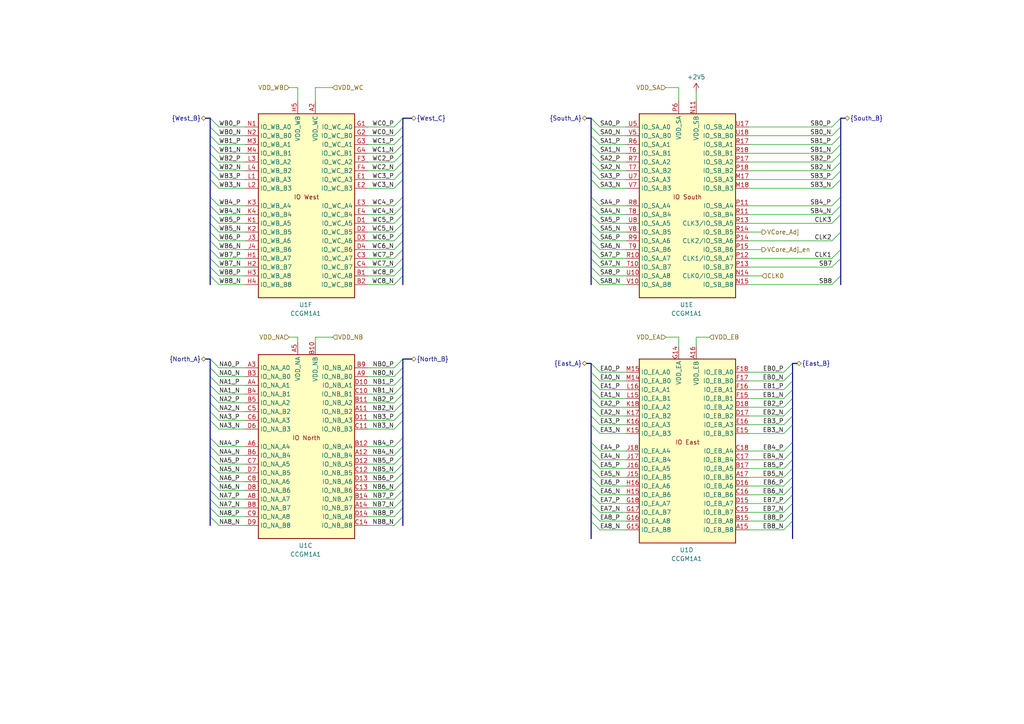
<source format=kicad_sch>
(kicad_sch (version 20231120) (generator "eeschema") (generator_version "8.0")
  (paper "A4")
  (title_block (title "CCSoM") (date "2024-12-20") (rev "1.0") (company "Technische Hochschule Köln") (comment 1 "Felix Sebastian Nitz "))
  (lib_symbols
    (symbol "CCGM1A2_1"
      (property "Reference" "U1" (at 0 12.192 0))
      (property "Value" "CCGM1A1" (at 0 9.652 0))
      (symbol "CCGM1A2_1_1_1"
        (text "SERDES" (at 0 -1.27 0) (effects (font (size 1.27 1.27))))
        (pin input line (at -15.24 5.08 0) (length 3.81) (name "SER_RX_P0") (number "U11"))
        (pin output line (at 15.24 5.08 180) (length 3.81) (name "SER_TX_P0") (number "U13"))
        (pin input line (at -15.24 -11.43 0) (length 3.81) (name "SER_RX_P1") (number "U14"))
        (pin output line (at 15.24 -11.43 180) (length 3.81) (name "SER_TX_P1") (number "U16"))
        (pin input line (at -15.24 2.54 0) (length 3.81) (name "SER_RX_N0") (number "V11"))
        (pin passive line (at 15.24 -3.81 180) (length 3.81) (name "SER_RTERM0") (number "V12"))
        (pin output line (at 15.24 2.54 180) (length 3.81) (name "SER_TX_N0") (number "V13"))
        (pin input line (at -15.24 -13.97 0) (length 3.81) (name "SER_RX_N1") (number "V14"))
        (pin passive line (at 15.24 -6.35 180) (length 3.81) (name "SER_RTERM1") (number "V15"))
        (pin output line (at 15.24 -13.97 180) (length 3.81) (name "SER_TX_N1") (number "V16"))
      )
      (symbol "CCGM1A2_1_2_1"
        (text "CONFIGURATION" (at -11.43 6.35 0) (effects (font (size 1.27 1.27))))
        (pin bidirectional line (at 27.94 -7.62 180) (length 3.81) (name "IO_WA_A8/~{SPI_CS}") (number "N3"))
        (pin bidirectional line (at 27.94 -10.16 180) (length 3.81) (name "IO_WA_B8/SPI_CLK") (number "N4"))
        (pin power_in line (at 0 25.4 270) (length 3.81) (name "VDD_WA") (number "N5"))
        (pin bidirectional line (at 27.94 5.08 180) (length 3.81) (name "IO_WA_A7/SPI_D1") (number "P1"))
        (pin bidirectional line (at 27.94 7.62 180) (length 3.81) (name "IO_WA_B7/SPI_D0") (number "P2"))
        (pin passive line (at 0 25.4 270) (length 3.81) hide (name "VDD_WA") (number "P3"))
        (pin passive line (at 0 25.4 270) (length 3.81) hide (name "VDD_WA") (number "P5"))
        (pin bidirectional line (at 27.94 0 180) (length 3.81) (name "IO_WA_A6/SPI_D3") (number "R1"))
        (pin bidirectional line (at 27.94 2.54 180) (length 3.81) (name "IO_WA_B6/SPI_D2") (number "R2"))
        (pin bidirectional line (at -27.94 2.54 0) (length 3.81) (name "JTAG_TCK/IO_WA_A5") (number "R3"))
        (pin bidirectional line (at 27.94 -15.24 180) (length 3.81) (name "IO_WA_B5/SPI_FWD") (number "R4"))
        (pin bidirectional line (at -27.94 17.78 0) (length 3.81) (name "CFG_MD0/IO_WA_A0") (number "R5"))
        (pin passive line (at 0 25.4 270) (length 3.81) hide (name "VDD_WA") (number "T1"))
        (pin bidirectional line (at -27.94 -2.54 0) (length 3.81) (name "JTAG_TDI/IO_WA_A4") (number "T2"))
        (pin bidirectional line (at -27.94 0 0) (length 3.81) (name "JTAG_TMS/IO_WA_B4") (number "T3"))
        (pin bidirectional line (at -27.94 15.24 0) (length 3.81) (name "CFG_MD1/IO_WA_B0") (number "T5"))
        (pin bidirectional line (at -27.94 -12.7 0) (length 3.81) (name "POR_EN/IO_WA_A3") (number "U1"))
        (pin bidirectional line (at -27.94 -5.08 0) (length 3.81) (name "JTAG_TDO/IO_WA_B3") (number "U2"))
        (pin passive line (at 0 25.4 270) (length 3.81) hide (name "VDD_WA") (number "U3"))
        (pin bidirectional line (at -27.94 12.7 0) (length 3.81) (name "CFG_MD2/IO_WA_A1") (number "U4"))
        (pin bidirectional line (at 27.94 17.78 180) (length 3.81) (name "IO_WA_A2/~{CFG_FAILED}") (number "V2"))
        (pin bidirectional line (at 27.94 15.24 180) (length 3.81) (name "IO_WA_B2/CFG_DONE") (number "V3"))
        (pin bidirectional line (at -27.94 10.16 0) (length 3.81) (name "CFG_MD3/IO_WA_B1") (number "V4"))
      )
      (symbol "CCGM1A2_1_3_1"
        (text "IO North" (at 0 2.54 0) (effects (font (size 1.27 1.27))))
        (pin bidirectional line (at 17.78 10.16 180) (length 3.81) (name "IO_NB_B2") (number "A11"))
        (pin bidirectional line (at 17.78 -2.54 180) (length 3.81) (name "IO_NB_B4") (number "A12"))
        (pin bidirectional line (at 17.78 -17.78 180) (length 3.81) (name "IO_NB_B7") (number "A14"))
        (pin bidirectional line (at -17.78 22.86 0) (length 3.81) (name "IO_NA_A0") (number "A3"))
        (pin bidirectional line (at -17.78 17.78 0) (length 3.81) (name "IO_NA_A1") (number "A4"))
        (pin power_in line (at -2.54 30.48 270) (length 3.81) (name "VDD_NA") (number "A5"))
        (pin bidirectional line (at -17.78 0 0) (length 3.81) (name "IO_NA_A4") (number "A6"))
        (pin bidirectional line (at -17.78 -15.24 0) (length 3.81) (name "IO_NA_A7") (number "A8"))
        (pin bidirectional line (at 17.78 20.32 180) (length 3.81) (name "IO_NB_B0") (number "A9"))
        (pin power_in line (at 2.54 30.48 270) (length 3.81) (name "VDD_NB") (number "B10"))
        (pin bidirectional line (at 17.78 12.7 180) (length 3.81) (name "IO_NB_A2") (number "B11"))
        (pin bidirectional line (at 17.78 0 180) (length 3.81) (name "IO_NB_A4") (number "B12"))
        (pin passive line (at 2.54 30.48 270) (length 3.81) hide (name "VDD_NB") (number "B13"))
        (pin bidirectional line (at 17.78 -15.24 180) (length 3.81) (name "IO_NB_A7") (number "B14"))
        (pin bidirectional line (at -17.78 20.32 0) (length 3.81) (name "IO_NA_B0") (number "B3"))
        (pin bidirectional line (at -17.78 15.24 0) (length 3.81) (name "IO_NA_B1") (number "B4"))
        (pin bidirectional line (at -17.78 12.7 0) (length 3.81) (name "IO_NA_A2") (number "B5"))
        (pin bidirectional line (at -17.78 -2.54 0) (length 3.81) (name "IO_NA_B4") (number "B6"))
        (pin passive line (at -2.54 30.48 270) (length 3.81) hide (name "VDD_NA") (number "B7"))
        (pin bidirectional line (at -17.78 -17.78 0) (length 3.81) (name "IO_NA_B7") (number "B8"))
        (pin bidirectional line (at 17.78 22.86 180) (length 3.81) (name "IO_NB_A0") (number "B9"))
        (pin bidirectional line (at 17.78 15.24 180) (length 3.81) (name "IO_NB_B1") (number "C10"))
        (pin bidirectional line (at 17.78 5.08 180) (length 3.81) (name "IO_NB_B3") (number "C11"))
        (pin bidirectional line (at 17.78 -7.62 180) (length 3.81) (name "IO_NB_B5") (number "C12"))
        (pin bidirectional line (at 17.78 -12.7 180) (length 3.81) (name "IO_NB_B6") (number "C13"))
        (pin bidirectional line (at 17.78 -22.86 180) (length 3.81) (name "IO_NB_B8") (number "C14"))
        (pin bidirectional line (at -17.78 10.16 0) (length 3.81) (name "IO_NA_B2") (number "C5"))
        (pin bidirectional line (at -17.78 7.62 0) (length 3.81) (name "IO_NA_A3") (number "C6"))
        (pin bidirectional line (at -17.78 -5.08 0) (length 3.81) (name "IO_NA_A5") (number "C7"))
        (pin bidirectional line (at -17.78 -10.16 0) (length 3.81) (name "IO_NA_A6") (number "C8"))
        (pin bidirectional line (at -17.78 -20.32 0) (length 3.81) (name "IO_NA_A8") (number "C9"))
        (pin bidirectional line (at 17.78 17.78 180) (length 3.81) (name "IO_NB_A1") (number "D10"))
        (pin bidirectional line (at 17.78 7.62 180) (length 3.81) (name "IO_NB_A3") (number "D11"))
        (pin bidirectional line (at 17.78 -5.08 180) (length 3.81) (name "IO_NB_A5") (number "D12"))
        (pin bidirectional line (at 17.78 -10.16 180) (length 3.81) (name "IO_NB_A6") (number "D13"))
        (pin bidirectional line (at 17.78 -20.32 180) (length 3.81) (name "IO_NB_A8") (number "D14"))
        (pin bidirectional line (at -17.78 5.08 0) (length 3.81) (name "IO_NA_B3") (number "D6"))
        (pin bidirectional line (at -17.78 -7.62 0) (length 3.81) (name "IO_NA_B5") (number "D7"))
        (pin bidirectional line (at -17.78 -12.7 0) (length 3.81) (name "IO_NA_B6") (number "D8"))
        (pin bidirectional line (at -17.78 -22.86 0) (length 3.81) (name "IO_NA_B8") (number "D9"))
        (pin passive line (at 2.54 30.48 270) (length 3.81) hide (name "VDD_NB") (number "E10"))
        (pin passive line (at 2.54 30.48 270) (length 3.81) hide (name "VDD_NB") (number "E12"))
        (pin passive line (at -2.54 30.48 270) (length 3.81) hide (name "VDD_NA") (number "E6"))
        (pin passive line (at -2.54 30.48 270) (length 3.81) hide (name "VDD_NA") (number "E8"))
        (pin passive line (at 2.54 30.48 270) (length 3.81) hide (name "VDD_NB") (number "F11"))
        (pin passive line (at -2.54 30.48 270) (length 3.81) hide (name "VDD_NA") (number "F7"))
      )
      (symbol "CCGM1A2_1_4_1"
        (text "IO East" (at 0 2.54 0) (effects (font (size 1.27 1.27))))
        (pin bidirectional line (at 17.78 -22.86 180) (length 3.81) (name "IO_EB_B8") (number "A15"))
        (pin power_in line (at 2.54 30.48 270) (length 3.81) (name "VDD_EB") (number "A16"))
        (pin bidirectional line (at 17.78 -7.62 180) (length 3.81) (name "IO_EB_B5") (number "A17"))
        (pin bidirectional line (at 17.78 -20.32 180) (length 3.81) (name "IO_EB_A8") (number "B15"))
        (pin bidirectional line (at 17.78 -5.08 180) (length 3.81) (name "IO_EB_A5") (number "B17"))
        (pin passive line (at 2.54 30.48 270) (length 3.81) hide (name "VDD_EB") (number "B18"))
        (pin bidirectional line (at 17.78 -17.78 180) (length 3.81) (name "IO_EB_B7") (number "C15"))
        (pin bidirectional line (at 17.78 -12.7 180) (length 3.81) (name "IO_EB_B6") (number "C16"))
        (pin bidirectional line (at 17.78 -2.54 180) (length 3.81) (name "IO_EB_B4") (number "C17"))
        (pin bidirectional line (at 17.78 0 180) (length 3.81) (name "IO_EB_A4") (number "C18"))
        (pin bidirectional line (at 17.78 -15.24 180) (length 3.81) (name "IO_EB_A7") (number "D15"))
        (pin bidirectional line (at 17.78 -10.16 180) (length 3.81) (name "IO_EB_A6") (number "D16"))
        (pin bidirectional line (at 17.78 10.16 180) (length 3.81) (name "IO_EB_B2") (number "D17"))
        (pin bidirectional line (at 17.78 12.7 180) (length 3.81) (name "IO_EB_A2") (number "D18"))
        (pin passive line (at 2.54 30.48 270) (length 3.81) hide (name "VDD_EB") (number "E14"))
        (pin bidirectional line (at 17.78 5.08 180) (length 3.81) (name "IO_EB_B3") (number "E15"))
        (pin bidirectional line (at 17.78 7.62 180) (length 3.81) (name "IO_EB_A3") (number "E16"))
        (pin passive line (at 2.54 30.48 270) (length 3.81) hide (name "VDD_EB") (number "E17"))
        (pin passive line (at 2.54 30.48 270) (length 3.81) hide (name "VDD_EB") (number "F13"))
        (pin bidirectional line (at 17.78 15.24 180) (length 3.81) (name "IO_EB_B1") (number "F15"))
        (pin bidirectional line (at 17.78 17.78 180) (length 3.81) (name "IO_EB_A1") (number "F16"))
        (pin bidirectional line (at 17.78 20.32 180) (length 3.81) (name "IO_EB_B0") (number "F17"))
        (pin bidirectional line (at 17.78 22.86 180) (length 3.81) (name "IO_EB_A0") (number "F18"))
        (pin power_in line (at -2.54 30.48 270) (length 3.81) (name "VDD_EA") (number "G14"))
        (pin bidirectional line (at -17.78 -22.86 0) (length 3.81) (name "IO_EA_B8") (number "G15"))
        (pin bidirectional line (at -17.78 -20.32 0) (length 3.81) (name "IO_EA_A8") (number "G16"))
        (pin bidirectional line (at -17.78 -17.78 0) (length 3.81) (name "IO_EA_B7") (number "G17"))
        (pin bidirectional line (at -17.78 -15.24 0) (length 3.81) (name "IO_EA_A7") (number "G18"))
        (pin bidirectional line (at -17.78 -12.7 0) (length 3.81) (name "IO_EA_B6") (number "H15"))
        (pin bidirectional line (at -17.78 -10.16 0) (length 3.81) (name "IO_EA_A6") (number "H16"))
        (pin passive line (at -2.54 30.48 270) (length 3.81) hide (name "VDD_EA") (number "H17"))
        (pin passive line (at -2.54 30.48 270) (length 3.81) hide (name "VDD_EA") (number "J14"))
        (pin bidirectional line (at -17.78 -7.62 0) (length 3.81) (name "IO_EA_B5") (number "J15"))
        (pin bidirectional line (at -17.78 -5.08 0) (length 3.81) (name "IO_EA_A5") (number "J16"))
        (pin bidirectional line (at -17.78 -2.54 0) (length 3.81) (name "IO_EA_B4") (number "J17"))
        (pin bidirectional line (at -17.78 0 0) (length 3.81) (name "IO_EA_A4") (number "J18"))
        (pin bidirectional line (at -17.78 5.08 0) (length 3.81) (name "IO_EA_B3") (number "K15"))
        (pin bidirectional line (at -17.78 7.62 0) (length 3.81) (name "IO_EA_A3") (number "K16"))
        (pin bidirectional line (at -17.78 10.16 0) (length 3.81) (name "IO_EA_B2") (number "K17"))
        (pin bidirectional line (at -17.78 12.7 0) (length 3.81) (name "IO_EA_A2") (number "K18"))
        (pin passive line (at -2.54 30.48 270) (length 3.81) hide (name "VDD_EA") (number "L14"))
        (pin bidirectional line (at -17.78 15.24 0) (length 3.81) (name "IO_EA_B1") (number "L15"))
        (pin bidirectional line (at -17.78 17.78 0) (length 3.81) (name "IO_EA_A1") (number "L16"))
        (pin passive line (at -2.54 30.48 270) (length 3.81) hide (name "VDD_EA") (number "L17"))
        (pin bidirectional line (at -17.78 20.32 0) (length 3.81) (name "IO_EA_B0") (number "M14"))
        (pin bidirectional line (at -17.78 22.86 0) (length 3.81) (name "IO_EA_A0") (number "M15"))
      )
      (symbol "CCGM1A2_1_5_1"
        (text "IO South" (at 0 2.54 0) (effects (font (size 1.27 1.27))))
        (pin bidirectional line (at 17.78 7.62 180) (length 3.81) (name "IO_SB_A3") (number "M17"))
        (pin bidirectional line (at 17.78 5.08 180) (length 3.81) (name "IO_SB_B3") (number "M18"))
        (pin power_in line (at 2.54 30.48 270) (length 3.81) (name "VDD_SB") (number "N11"))
        (pin passive line (at 2.54 30.48 270) (length 3.81) hide (name "VDD_SB") (number "N13"))
        (pin bidirectional line (at 17.78 -20.32 180) (length 3.81) (name "CLK0/IO_SB_A8") (number "N14"))
        (pin bidirectional line (at 17.78 -22.86 180) (length 3.81) (name "IO_SB_B8") (number "N15"))
        (pin passive line (at 2.54 30.48 270) (length 3.81) hide (name "VDD_SB") (number "N18"))
        (pin passive line (at -2.54 30.48 270) (length 3.81) hide (name "VDD_SA") (number "P10"))
        (pin bidirectional line (at 17.78 0 180) (length 3.81) (name "IO_SB_A4") (number "P11"))
        (pin bidirectional line (at 17.78 -15.24 180) (length 3.81) (name "CLK1/IO_SB_A7") (number "P12"))
        (pin bidirectional line (at 17.78 -17.78 180) (length 3.81) (name "IO_SB_B7") (number "P13"))
        (pin bidirectional line (at 17.78 -10.16 180) (length 3.81) (name "CLK2/IO_SB_A6") (number "P14"))
        (pin bidirectional line (at 17.78 -12.7 180) (length 3.81) (name "IO_SB_B6") (number "P15"))
        (pin bidirectional line (at 17.78 12.7 180) (length 3.81) (name "IO_SB_A2") (number "P17"))
        (pin bidirectional line (at 17.78 10.16 180) (length 3.81) (name "IO_SB_B2") (number "P18"))
        (pin power_in line (at -2.54 30.48 270) (length 3.81) (name "VDD_SA") (number "P6"))
        (pin passive line (at -2.54 30.48 270) (length 3.81) hide (name "VDD_SA") (number "P8"))
        (pin bidirectional line (at -17.78 -15.24 0) (length 3.81) (name "IO_SA_A7") (number "R10"))
        (pin bidirectional line (at 17.78 -2.54 180) (length 3.81) (name "IO_SB_B4") (number "R11"))
        (pin bidirectional line (at 17.78 -5.08 180) (length 3.81) (name "CLK3/IO_SB_A5") (number "R13"))
        (pin bidirectional line (at 17.78 -7.62 180) (length 3.81) (name "IO_SB_B5") (number "R14"))
        (pin passive line (at 2.54 30.48 270) (length 3.81) hide (name "VDD_SB") (number "R15"))
        (pin bidirectional line (at 17.78 17.78 180) (length 3.81) (name "IO_SB_A1") (number "R17"))
        (pin bidirectional line (at 17.78 15.24 180) (length 3.81) (name "IO_SB_B1") (number "R18"))
        (pin bidirectional line (at -17.78 17.78 0) (length 3.81) (name "IO_SA_A1") (number "R6"))
        (pin bidirectional line (at -17.78 12.7 0) (length 3.81) (name "IO_SA_A2") (number "R7"))
        (pin bidirectional line (at -17.78 0 0) (length 3.81) (name "IO_SA_A4") (number "R8"))
        (pin bidirectional line (at -17.78 -10.16 0) (length 3.81) (name "IO_SA_A6") (number "R9"))
        (pin bidirectional line (at -17.78 -17.78 0) (length 3.81) (name "IO_SA_B7") (number "T10"))
        (pin passive line (at 2.54 30.48 270) (length 3.81) hide (name "VDD_SB") (number "T18"))
        (pin bidirectional line (at -17.78 15.24 0) (length 3.81) (name "IO_SA_B1") (number "T6"))
        (pin bidirectional line (at -17.78 10.16 0) (length 3.81) (name "IO_SA_B2") (number "T7"))
        (pin bidirectional line (at -17.78 -2.54 0) (length 3.81) (name "IO_SA_B4") (number "T8"))
        (pin bidirectional line (at -17.78 -12.7 0) (length 3.81) (name "IO_SA_B6") (number "T9"))
        (pin bidirectional line (at -17.78 -20.32 0) (length 3.81) (name "IO_SA_A8") (number "U10"))
        (pin bidirectional line (at 17.78 22.86 180) (length 3.81) (name "IO_SB_A0") (number "U17"))
        (pin bidirectional line (at 17.78 20.32 180) (length 3.81) (name "IO_SB_B0") (number "U18"))
        (pin bidirectional line (at -17.78 22.86 0) (length 3.81) (name "IO_SA_A0") (number "U5"))
        (pin passive line (at -2.54 30.48 270) (length 3.81) hide (name "VDD_SA") (number "U6"))
        (pin bidirectional line (at -17.78 7.62 0) (length 3.81) (name "IO_SA_A3") (number "U7"))
        (pin bidirectional line (at -17.78 -5.08 0) (length 3.81) (name "IO_SA_A5") (number "U8"))
        (pin passive line (at -2.54 30.48 270) (length 3.81) hide (name "VDD_SA") (number "U9"))
        (pin bidirectional line (at -17.78 -22.86 0) (length 3.81) (name "IO_SA_B8") (number "V10"))
        (pin bidirectional line (at -17.78 20.32 0) (length 3.81) (name "IO_SA_B0") (number "V5"))
        (pin bidirectional line (at -17.78 5.08 0) (length 3.81) (name "IO_SA_B3") (number "V7"))
        (pin bidirectional line (at -17.78 -7.62 0) (length 3.81) (name "IO_SA_B5") (number "V8"))
      )
      (symbol "CCGM1A2_1_6_1"
        (text "IO West" (at 0 2.54 0) (effects (font (size 1.27 1.27))))
        (pin power_in line (at 2.54 30.48 270) (length 3.81) (name "VDD_WC") (number "A2"))
        (pin bidirectional line (at 17.78 -20.32 180) (length 3.81) (name "IO_WC_A8") (number "B1"))
        (pin bidirectional line (at 17.78 -22.86 180) (length 3.81) (name "IO_WC_B8") (number "B2"))
        (pin passive line (at 2.54 30.48 270) (length 3.81) hide (name "VDD_WC") (number "C2"))
        (pin bidirectional line (at 17.78 -15.24 180) (length 3.81) (name "IO_WC_A7") (number "C3"))
        (pin bidirectional line (at 17.78 -17.78 180) (length 3.81) (name "IO_WC_B7") (number "C4"))
        (pin bidirectional line (at 17.78 -5.08 180) (length 3.81) (name "IO_WC_A5") (number "D1"))
        (pin bidirectional line (at 17.78 -7.62 180) (length 3.81) (name "IO_WC_B5") (number "D2"))
        (pin bidirectional line (at 17.78 -10.16 180) (length 3.81) (name "IO_WC_A6") (number "D3"))
        (pin bidirectional line (at 17.78 -12.7 180) (length 3.81) (name "IO_WC_B6") (number "D4"))
        (pin passive line (at 2.54 30.48 270) (length 3.81) hide (name "VDD_WC") (number "D5"))
        (pin bidirectional line (at 17.78 7.62 180) (length 3.81) (name "IO_WC_A3") (number "E1"))
        (pin bidirectional line (at 17.78 5.08 180) (length 3.81) (name "IO_WC_B3") (number "E2"))
        (pin bidirectional line (at 17.78 0 180) (length 3.81) (name "IO_WC_A4") (number "E3"))
        (pin bidirectional line (at 17.78 -2.54 180) (length 3.81) (name "IO_WC_B4") (number "E4"))
        (pin passive line (at 2.54 30.48 270) (length 3.81) hide (name "VDD_WC") (number "F2"))
        (pin bidirectional line (at 17.78 12.7 180) (length 3.81) (name "IO_WC_A2") (number "F3"))
        (pin bidirectional line (at 17.78 10.16 180) (length 3.81) (name "IO_WC_B2") (number "F4"))
        (pin passive line (at 2.54 30.48 270) (length 3.81) hide (name "VDD_WC") (number "F5"))
        (pin bidirectional line (at 17.78 22.86 180) (length 3.81) (name "IO_WC_A0") (number "G1"))
        (pin bidirectional line (at 17.78 20.32 180) (length 3.81) (name "IO_WC_B0") (number "G2"))
        (pin bidirectional line (at 17.78 17.78 180) (length 3.81) (name "IO_WC_A1") (number "G3"))
        (pin bidirectional line (at 17.78 15.24 180) (length 3.81) (name "IO_WC_B1") (number "G4"))
        (pin bidirectional line (at -17.78 -15.24 0) (length 3.81) (name "IO_WB_A7") (number "H1"))
        (pin bidirectional line (at -17.78 -17.78 0) (length 3.81) (name "IO_WB_B7") (number "H2"))
        (pin bidirectional line (at -17.78 -20.32 0) (length 3.81) (name "IO_WB_A8") (number "H3"))
        (pin bidirectional line (at -17.78 -22.86 0) (length 3.81) (name "IO_WB_B8") (number "H4"))
        (pin power_in line (at -2.54 30.48 270) (length 3.81) (name "VDD_WB") (number "H5"))
        (pin passive line (at -2.54 30.48 270) (length 3.81) hide (name "VDD_WB") (number "J2"))
        (pin bidirectional line (at -17.78 -10.16 0) (length 3.81) (name "IO_WB_A6") (number "J3"))
        (pin bidirectional line (at -17.78 -12.7 0) (length 3.81) (name "IO_WB_B6") (number "J4"))
        (pin bidirectional line (at -17.78 -5.08 0) (length 3.81) (name "IO_WB_A5") (number "K1"))
        (pin bidirectional line (at -17.78 -7.62 0) (length 3.81) (name "IO_WB_B5") (number "K2"))
        (pin bidirectional line (at -17.78 0 0) (length 3.81) (name "IO_WB_A4") (number "K3"))
        (pin bidirectional line (at -17.78 -2.54 0) (length 3.81) (name "IO_WB_B4") (number "K4"))
        (pin passive line (at -2.54 30.48 270) (length 3.81) hide (name "VDD_WB") (number "K5"))
        (pin bidirectional line (at -17.78 7.62 0) (length 3.81) (name "IO_WB_A3") (number "L1"))
        (pin bidirectional line (at -17.78 5.08 0) (length 3.81) (name "IO_WB_B3") (number "L2"))
        (pin bidirectional line (at -17.78 12.7 0) (length 3.81) (name "IO_WB_A2") (number "L3"))
        (pin bidirectional line (at -17.78 10.16 0) (length 3.81) (name "IO_WB_B2") (number "L4"))
        (pin passive line (at -2.54 30.48 270) (length 3.81) hide (name "VDD_WB") (number "M2"))
        (pin bidirectional line (at -17.78 17.78 0) (length 3.81) (name "IO_WB_A1") (number "M3"))
        (pin bidirectional line (at -17.78 15.24 0) (length 3.81) (name "IO_WB_B1") (number "M4"))
        (pin passive line (at -2.54 30.48 270) (length 3.81) hide (name "VDD_WB") (number "M5"))
        (pin bidirectional line (at -17.78 22.86 0) (length 3.81) (name "IO_WB_A0") (number "N1"))
        (pin bidirectional line (at -17.78 20.32 0) (length 3.81) (name "IO_WB_B0") (number "N2"))
      )
      (symbol "CCGM1A2_1_7_1"
        (text "Power" (at 2.54 -3.81 0) (effects (font (size 1.27 1.27)) (justify right)))
        (pin power_in line (at 0 -15.24 90) (length 3.81) (name "GND") (number "A1"))
        (pin passive line (at 0 -15.24 90) (length 3.81) hide (name "GND") (number "A10"))
        (pin passive line (at 0 -15.24 90) (length 3.81) hide (name "GND") (number "A13"))
        (pin passive line (at 0 -15.24 90) (length 3.81) hide (name "GND") (number "A18"))
        (pin passive line (at 0 -15.24 90) (length 3.81) hide (name "GND") (number "A7"))
        (pin passive line (at 0 -15.24 90) (length 3.81) hide (name "GND") (number "B16"))
        (pin passive line (at 0 -15.24 90) (length 3.81) hide (name "GND") (number "C1"))
        (pin passive line (at 0 -15.24 90) (length 3.81) hide (name "GND") (number "E11"))
        (pin passive line (at 0 -15.24 90) (length 3.81) hide (name "GND") (number "E13"))
        (pin passive line (at 0 -15.24 90) (length 3.81) hide (name "GND") (number "E18"))
        (pin passive line (at 0 -15.24 90) (length 3.81) hide (name "GND") (number "E5"))
        (pin passive line (at 0 -15.24 90) (length 3.81) hide (name "GND") (number "E7"))
        (pin passive line (at 0 -15.24 90) (length 3.81) hide (name "GND") (number "E9"))
        (pin passive line (at 0 -15.24 90) (length 3.81) hide (name "GND") (number "F1"))
        (pin passive line (at 0 -15.24 90) (length 3.81) hide (name "GND") (number "F10"))
        (pin passive line (at 0 -15.24 90) (length 3.81) hide (name "GND") (number "F12"))
        (pin passive line (at 0 -15.24 90) (length 3.81) hide (name "GND") (number "F14"))
        (pin passive line (at 0 -15.24 90) (length 3.81) hide (name "GND") (number "F6"))
        (pin passive line (at 0 -15.24 90) (length 3.81) hide (name "GND") (number "F8"))
        (pin power_in line (at 7.62 15.24 270) (length 3.81) (name "VDD") (number "F9"))
        (pin passive line (at 7.62 15.24 270) (length 3.81) hide (name "VDD") (number "G10"))
        (pin passive line (at 0 -15.24 90) (length 3.81) hide (name "GND") (number "G11"))
        (pin passive line (at 7.62 15.24 270) (length 3.81) hide (name "VDD") (number "G12"))
        (pin passive line (at 0 -15.24 90) (length 3.81) hide (name "GND") (number "G13"))
        (pin passive line (at 0 -15.24 90) (length 3.81) hide (name "GND") (number "G5"))
        (pin passive line (at 7.62 15.24 270) (length 3.81) hide (name "VDD") (number "G6"))
        (pin passive line (at 0 -15.24 90) (length 3.81) hide (name "GND") (number "G7"))
        (pin passive line (at 7.62 15.24 270) (length 3.81) hide (name "VDD") (number "G8"))
        (pin passive line (at 0 -15.24 90) (length 3.81) hide (name "GND") (number "G9"))
        (pin passive line (at 0 -15.24 90) (length 3.81) hide (name "GND") (number "H10"))
        (pin passive line (at 7.62 15.24 270) (length 3.81) hide (name "VDD") (number "H11"))
        (pin passive line (at 0 -15.24 90) (length 3.81) hide (name "GND") (number "H12"))
        (pin passive line (at 7.62 15.24 270) (length 3.81) hide (name "VDD") (number "H13"))
        (pin passive line (at 0 -15.24 90) (length 3.81) hide (name "GND") (number "H14"))
        (pin passive line (at 0 -15.24 90) (length 3.81) hide (name "GND") (number "H18"))
        (pin passive line (at 0 -15.24 90) (length 3.81) hide (name "GND") (number "H6"))
        (pin passive line (at 7.62 15.24 270) (length 3.81) hide (name "VDD") (number "H7"))
        (pin passive line (at 0 -15.24 90) (length 3.81) hide (name "GND") (number "H8"))
        (pin passive line (at 7.62 15.24 270) (length 3.81) hide (name "VDD") (number "H9"))
        (pin passive line (at 0 -15.24 90) (length 3.81) hide (name "GND") (number "J1"))
        (pin passive line (at 7.62 15.24 270) (length 3.81) hide (name "VDD") (number "J10"))
        (pin passive line (at 0 -15.24 90) (length 3.81) hide (name "GND") (number "J11"))
        (pin passive line (at 7.62 15.24 270) (length 3.81) hide (name "VDD") (number "J12"))
        (pin passive line (at 0 -15.24 90) (length 3.81) hide (name "GND") (number "J13"))
        (pin passive line (at 0 -15.24 90) (length 3.81) hide (name "GND") (number "J5"))
        (pin passive line (at 7.62 15.24 270) (length 3.81) hide (name "VDD") (number "J6"))
        (pin passive line (at 0 -15.24 90) (length 3.81) hide (name "GND") (number "J7"))
        (pin passive line (at 7.62 15.24 270) (length 3.81) hide (name "VDD") (number "J8"))
        (pin passive line (at 0 -15.24 90) (length 3.81) hide (name "GND") (number "J9"))
        (pin passive line (at 0 -15.24 90) (length 3.81) hide (name "GND") (number "K10"))
        (pin passive line (at 7.62 15.24 270) (length 3.81) hide (name "VDD") (number "K11"))
        (pin passive line (at 0 -15.24 90) (length 3.81) hide (name "GND") (number "K12"))
        (pin passive line (at 7.62 15.24 270) (length 3.81) hide (name "VDD") (number "K13"))
        (pin passive line (at 0 -15.24 90) (length 3.81) hide (name "GND") (number "K14"))
        (pin passive line (at 0 -15.24 90) (length 3.81) hide (name "GND") (number "K6"))
        (pin passive line (at 7.62 15.24 270) (length 3.81) hide (name "VDD") (number "K7"))
        (pin passive line (at 0 -15.24 90) (length 3.81) hide (name "GND") (number "K8"))
        (pin passive line (at 7.62 15.24 270) (length 3.81) hide (name "VDD") (number "K9"))
        (pin passive line (at 7.62 15.24 270) (length 3.81) hide (name "VDD") (number "L10"))
        (pin passive line (at 0 -15.24 90) (length 3.81) hide (name "GND") (number "L11"))
        (pin passive line (at 7.62 15.24 270) (length 3.81) hide (name "VDD") (number "L12"))
        (pin passive line (at 0 -15.24 90) (length 3.81) hide (name "GND") (number "L13"))
        (pin passive line (at 0 -15.24 90) (length 3.81) hide (name "GND") (number "L18"))
        (pin passive line (at 0 -15.24 90) (length 3.81) hide (name "GND") (number "L5"))
        (pin passive line (at 7.62 15.24 270) (length 3.81) hide (name "VDD") (number "L6"))
        (pin passive line (at 0 -15.24 90) (length 3.81) hide (name "GND") (number "L7"))
        (pin passive line (at 7.62 15.24 270) (length 3.81) hide (name "VDD") (number "L8"))
        (pin passive line (at 0 -15.24 90) (length 3.81) hide (name "GND") (number "L9"))
        (pin passive line (at 0 -15.24 90) (length 3.81) hide (name "GND") (number "M1"))
        (pin passive line (at 0 -15.24 90) (length 3.81) hide (name "GND") (number "M10"))
        (pin passive line (at 7.62 15.24 270) (length 3.81) hide (name "VDD") (number "M11"))
        (pin passive line (at 0 -15.24 90) (length 3.81) hide (name "GND") (number "M12"))
        (pin passive line (at 7.62 15.24 270) (length 3.81) hide (name "VDD") (number "M13"))
        (pin passive line (at 0 -15.24 90) (length 3.81) hide (name "GND") (number "M16"))
        (pin passive line (at 0 -15.24 90) (length 3.81) hide (name "GND") (number "M6"))
        (pin passive line (at 7.62 15.24 270) (length 3.81) hide (name "VDD") (number "M7"))
        (pin passive line (at 0 -15.24 90) (length 3.81) hide (name "GND") (number "M8"))
        (pin passive line (at 7.62 15.24 270) (length 3.81) hide (name "VDD") (number "M9"))
        (pin passive line (at 7.62 15.24 270) (length 3.81) hide (name "VDD") (number "N10"))
        (pin passive line (at 0 -15.24 90) (length 3.81) hide (name "GND") (number "N12"))
        (pin no_connect line (at 10.16 -7.62 180) (length 3.81) hide (name "NC") (number "N16"))
        (pin passive line (at 0 -15.24 90) (length 3.81) hide (name "GND") (number "N17"))
        (pin passive line (at 7.62 15.24 270) (length 3.81) hide (name "VDD") (number "N6"))
        (pin passive line (at 0 -15.24 90) (length 3.81) hide (name "GND") (number "N7"))
        (pin passive line (at 7.62 15.24 270) (length 3.81) hide (name "VDD") (number "N8"))
        (pin passive line (at 0 -15.24 90) (length 3.81) hide (name "GND") (number "N9"))
        (pin power_in line (at 2.54 15.24 270) (length 3.81) (name "VDD_PLL") (number "P16"))
        (pin passive line (at 0 -15.24 90) (length 3.81) hide (name "GND") (number "P4"))
        (pin passive line (at 0 -15.24 90) (length 3.81) hide (name "GND") (number "P7"))
        (pin passive line (at 0 -15.24 90) (length 3.81) hide (name "GND") (number "P9"))
        (pin passive line (at 0 -15.24 90) (length 3.81) hide (name "GND") (number "R12"))
        (pin passive line (at 0 -15.24 90) (length 3.81) hide (name "GND") (number "R16"))
        (pin passive line (at 0 -15.24 90) (length 3.81) hide (name "GND") (number "T11"))
        (pin power_in line (at -2.54 15.24 270) (length 3.81) (name "VDD_SER_PLL") (number "T16"))
        (pin passive line (at 0 -15.24 90) (length 3.81) hide (name "GND") (number "T17"))
        (pin passive line (at 0 -15.24 90) (length 3.81) hide (name "GND") (number "T4"))
        (pin power_in line (at -7.62 15.24 270) (length 3.81) (name "VDD_SER") (number "U12"))
        (pin passive line (at 0 -15.24 90) (length 3.81) hide (name "GND") (number "U15"))
        (pin passive line (at 0 -15.24 90) (length 3.81) hide (name "GND") (number "V1"))
        (pin passive line (at -7.62 15.24 270) (length 3.81) hide (name "VDD_SER") (number "V17"))
        (pin passive line (at 0 -15.24 90) (length 3.81) hide (name "GND") (number "V18"))
        (pin passive line (at 0 -15.24 90) (length 3.81) hide (name "GND") (number "V6"))
        (pin passive line (at 0 -15.24 90) (length 3.81) hide (name "GND") (number "V9"))
      )
      (symbol "CCGM1A2_1_8_1"
        (pin input line (at -15.24 2.54 0) (length 3.81) (name "SER_CLK") (number "T12"))
        (pin input line (at -15.24 -2.54 0) (length 3.81) (name "SER_CLK_N") (number "T13"))
        (pin power_in line (at 0 12.7 270) (length 3.81) (name "VDD_CLK") (number "T14"))
        (pin input line (at 15.24 2.54 180) (length 3.81) (name "~{RESET}") (number "T15"))
      )
    )
    (symbol "CCGM1A2_2"
      (property "Reference" "U1" (at 0 12.192 0))
      (property "Value" "CCGM1A1" (at 0 9.652 0))
      (symbol "CCGM1A2_2_1_1"
        (text "SERDES" (at 0 -1.27 0) (effects (font (size 1.27 1.27))))
        (pin input line (at -15.24 5.08 0) (length 3.81) (name "SER_RX_P0") (number "U11"))
        (pin output line (at 15.24 5.08 180) (length 3.81) (name "SER_TX_P0") (number "U13"))
        (pin input line (at -15.24 -11.43 0) (length 3.81) (name "SER_RX_P1") (number "U14"))
        (pin output line (at 15.24 -11.43 180) (length 3.81) (name "SER_TX_P1") (number "U16"))
        (pin input line (at -15.24 2.54 0) (length 3.81) (name "SER_RX_N0") (number "V11"))
        (pin passive line (at 15.24 -3.81 180) (length 3.81) (name "SER_RTERM0") (number "V12"))
        (pin output line (at 15.24 2.54 180) (length 3.81) (name "SER_TX_N0") (number "V13"))
        (pin input line (at -15.24 -13.97 0) (length 3.81) (name "SER_RX_N1") (number "V14"))
        (pin passive line (at 15.24 -6.35 180) (length 3.81) (name "SER_RTERM1") (number "V15"))
        (pin output line (at 15.24 -13.97 180) (length 3.81) (name "SER_TX_N1") (number "V16"))
      )
      (symbol "CCGM1A2_2_2_1"
        (text "CONFIGURATION" (at -11.43 6.35 0) (effects (font (size 1.27 1.27))))
        (pin bidirectional line (at 27.94 -7.62 180) (length 3.81) (name "IO_WA_A8/~{SPI_CS}") (number "N3"))
        (pin bidirectional line (at 27.94 -10.16 180) (length 3.81) (name "IO_WA_B8/SPI_CLK") (number "N4"))
        (pin power_in line (at 0 25.4 270) (length 3.81) (name "VDD_WA") (number "N5"))
        (pin bidirectional line (at 27.94 5.08 180) (length 3.81) (name "IO_WA_A7/SPI_D1") (number "P1"))
        (pin bidirectional line (at 27.94 7.62 180) (length 3.81) (name "IO_WA_B7/SPI_D0") (number "P2"))
        (pin passive line (at 0 25.4 270) (length 3.81) hide (name "VDD_WA") (number "P3"))
        (pin passive line (at 0 25.4 270) (length 3.81) hide (name "VDD_WA") (number "P5"))
        (pin bidirectional line (at 27.94 0 180) (length 3.81) (name "IO_WA_A6/SPI_D3") (number "R1"))
        (pin bidirectional line (at 27.94 2.54 180) (length 3.81) (name "IO_WA_B6/SPI_D2") (number "R2"))
        (pin bidirectional line (at -27.94 2.54 0) (length 3.81) (name "JTAG_TCK/IO_WA_A5") (number "R3"))
        (pin bidirectional line (at 27.94 -15.24 180) (length 3.81) (name "IO_WA_B5/SPI_FWD") (number "R4"))
        (pin bidirectional line (at -27.94 17.78 0) (length 3.81) (name "CFG_MD0/IO_WA_A0") (number "R5"))
        (pin passive line (at 0 25.4 270) (length 3.81) hide (name "VDD_WA") (number "T1"))
        (pin bidirectional line (at -27.94 -2.54 0) (length 3.81) (name "JTAG_TDI/IO_WA_A4") (number "T2"))
        (pin bidirectional line (at -27.94 0 0) (length 3.81) (name "JTAG_TMS/IO_WA_B4") (number "T3"))
        (pin bidirectional line (at -27.94 15.24 0) (length 3.81) (name "CFG_MD1/IO_WA_B0") (number "T5"))
        (pin bidirectional line (at -27.94 -12.7 0) (length 3.81) (name "POR_EN/IO_WA_A3") (number "U1"))
        (pin bidirectional line (at -27.94 -5.08 0) (length 3.81) (name "JTAG_TDO/IO_WA_B3") (number "U2"))
        (pin passive line (at 0 25.4 270) (length 3.81) hide (name "VDD_WA") (number "U3"))
        (pin bidirectional line (at -27.94 12.7 0) (length 3.81) (name "CFG_MD2/IO_WA_A1") (number "U4"))
        (pin bidirectional line (at 27.94 17.78 180) (length 3.81) (name "IO_WA_A2/~{CFG_FAILED}") (number "V2"))
        (pin bidirectional line (at 27.94 15.24 180) (length 3.81) (name "IO_WA_B2/CFG_DONE") (number "V3"))
        (pin bidirectional line (at -27.94 10.16 0) (length 3.81) (name "CFG_MD3/IO_WA_B1") (number "V4"))
      )
      (symbol "CCGM1A2_2_3_1"
        (text "IO North" (at 0 2.54 0) (effects (font (size 1.27 1.27))))
        (pin bidirectional line (at 17.78 10.16 180) (length 3.81) (name "IO_NB_B2") (number "A11"))
        (pin bidirectional line (at 17.78 -2.54 180) (length 3.81) (name "IO_NB_B4") (number "A12"))
        (pin bidirectional line (at 17.78 -17.78 180) (length 3.81) (name "IO_NB_B7") (number "A14"))
        (pin bidirectional line (at -17.78 22.86 0) (length 3.81) (name "IO_NA_A0") (number "A3"))
        (pin bidirectional line (at -17.78 17.78 0) (length 3.81) (name "IO_NA_A1") (number "A4"))
        (pin power_in line (at -2.54 30.48 270) (length 3.81) (name "VDD_NA") (number "A5"))
        (pin bidirectional line (at -17.78 0 0) (length 3.81) (name "IO_NA_A4") (number "A6"))
        (pin bidirectional line (at -17.78 -15.24 0) (length 3.81) (name "IO_NA_A7") (number "A8"))
        (pin bidirectional line (at 17.78 20.32 180) (length 3.81) (name "IO_NB_B0") (number "A9"))
        (pin power_in line (at 2.54 30.48 270) (length 3.81) (name "VDD_NB") (number "B10"))
        (pin bidirectional line (at 17.78 12.7 180) (length 3.81) (name "IO_NB_A2") (number "B11"))
        (pin bidirectional line (at 17.78 0 180) (length 3.81) (name "IO_NB_A4") (number "B12"))
        (pin passive line (at 2.54 30.48 270) (length 3.81) hide (name "VDD_NB") (number "B13"))
        (pin bidirectional line (at 17.78 -15.24 180) (length 3.81) (name "IO_NB_A7") (number "B14"))
        (pin bidirectional line (at -17.78 20.32 0) (length 3.81) (name "IO_NA_B0") (number "B3"))
        (pin bidirectional line (at -17.78 15.24 0) (length 3.81) (name "IO_NA_B1") (number "B4"))
        (pin bidirectional line (at -17.78 12.7 0) (length 3.81) (name "IO_NA_A2") (number "B5"))
        (pin bidirectional line (at -17.78 -2.54 0) (length 3.81) (name "IO_NA_B4") (number "B6"))
        (pin passive line (at -2.54 30.48 270) (length 3.81) hide (name "VDD_NA") (number "B7"))
        (pin bidirectional line (at -17.78 -17.78 0) (length 3.81) (name "IO_NA_B7") (number "B8"))
        (pin bidirectional line (at 17.78 22.86 180) (length 3.81) (name "IO_NB_A0") (number "B9"))
        (pin bidirectional line (at 17.78 15.24 180) (length 3.81) (name "IO_NB_B1") (number "C10"))
        (pin bidirectional line (at 17.78 5.08 180) (length 3.81) (name "IO_NB_B3") (number "C11"))
        (pin bidirectional line (at 17.78 -7.62 180) (length 3.81) (name "IO_NB_B5") (number "C12"))
        (pin bidirectional line (at 17.78 -12.7 180) (length 3.81) (name "IO_NB_B6") (number "C13"))
        (pin bidirectional line (at 17.78 -22.86 180) (length 3.81) (name "IO_NB_B8") (number "C14"))
        (pin bidirectional line (at -17.78 10.16 0) (length 3.81) (name "IO_NA_B2") (number "C5"))
        (pin bidirectional line (at -17.78 7.62 0) (length 3.81) (name "IO_NA_A3") (number "C6"))
        (pin bidirectional line (at -17.78 -5.08 0) (length 3.81) (name "IO_NA_A5") (number "C7"))
        (pin bidirectional line (at -17.78 -10.16 0) (length 3.81) (name "IO_NA_A6") (number "C8"))
        (pin bidirectional line (at -17.78 -20.32 0) (length 3.81) (name "IO_NA_A8") (number "C9"))
        (pin bidirectional line (at 17.78 17.78 180) (length 3.81) (name "IO_NB_A1") (number "D10"))
        (pin bidirectional line (at 17.78 7.62 180) (length 3.81) (name "IO_NB_A3") (number "D11"))
        (pin bidirectional line (at 17.78 -5.08 180) (length 3.81) (name "IO_NB_A5") (number "D12"))
        (pin bidirectional line (at 17.78 -10.16 180) (length 3.81) (name "IO_NB_A6") (number "D13"))
        (pin bidirectional line (at 17.78 -20.32 180) (length 3.81) (name "IO_NB_A8") (number "D14"))
        (pin bidirectional line (at -17.78 5.08 0) (length 3.81) (name "IO_NA_B3") (number "D6"))
        (pin bidirectional line (at -17.78 -7.62 0) (length 3.81) (name "IO_NA_B5") (number "D7"))
        (pin bidirectional line (at -17.78 -12.7 0) (length 3.81) (name "IO_NA_B6") (number "D8"))
        (pin bidirectional line (at -17.78 -22.86 0) (length 3.81) (name "IO_NA_B8") (number "D9"))
        (pin passive line (at 2.54 30.48 270) (length 3.81) hide (name "VDD_NB") (number "E10"))
        (pin passive line (at 2.54 30.48 270) (length 3.81) hide (name "VDD_NB") (number "E12"))
        (pin passive line (at -2.54 30.48 270) (length 3.81) hide (name "VDD_NA") (number "E6"))
        (pin passive line (at -2.54 30.48 270) (length 3.81) hide (name "VDD_NA") (number "E8"))
        (pin passive line (at 2.54 30.48 270) (length 3.81) hide (name "VDD_NB") (number "F11"))
        (pin passive line (at -2.54 30.48 270) (length 3.81) hide (name "VDD_NA") (number "F7"))
      )
      (symbol "CCGM1A2_2_4_1"
        (text "IO East" (at 0 2.54 0) (effects (font (size 1.27 1.27))))
        (pin bidirectional line (at 17.78 -22.86 180) (length 3.81) (name "IO_EB_B8") (number "A15"))
        (pin power_in line (at 2.54 30.48 270) (length 3.81) (name "VDD_EB") (number "A16"))
        (pin bidirectional line (at 17.78 -7.62 180) (length 3.81) (name "IO_EB_B5") (number "A17"))
        (pin bidirectional line (at 17.78 -20.32 180) (length 3.81) (name "IO_EB_A8") (number "B15"))
        (pin bidirectional line (at 17.78 -5.08 180) (length 3.81) (name "IO_EB_A5") (number "B17"))
        (pin passive line (at 2.54 30.48 270) (length 3.81) hide (name "VDD_EB") (number "B18"))
        (pin bidirectional line (at 17.78 -17.78 180) (length 3.81) (name "IO_EB_B7") (number "C15"))
        (pin bidirectional line (at 17.78 -12.7 180) (length 3.81) (name "IO_EB_B6") (number "C16"))
        (pin bidirectional line (at 17.78 -2.54 180) (length 3.81) (name "IO_EB_B4") (number "C17"))
        (pin bidirectional line (at 17.78 0 180) (length 3.81) (name "IO_EB_A4") (number "C18"))
        (pin bidirectional line (at 17.78 -15.24 180) (length 3.81) (name "IO_EB_A7") (number "D15"))
        (pin bidirectional line (at 17.78 -10.16 180) (length 3.81) (name "IO_EB_A6") (number "D16"))
        (pin bidirectional line (at 17.78 10.16 180) (length 3.81) (name "IO_EB_B2") (number "D17"))
        (pin bidirectional line (at 17.78 12.7 180) (length 3.81) (name "IO_EB_A2") (number "D18"))
        (pin passive line (at 2.54 30.48 270) (length 3.81) hide (name "VDD_EB") (number "E14"))
        (pin bidirectional line (at 17.78 5.08 180) (length 3.81) (name "IO_EB_B3") (number "E15"))
        (pin bidirectional line (at 17.78 7.62 180) (length 3.81) (name "IO_EB_A3") (number "E16"))
        (pin passive line (at 2.54 30.48 270) (length 3.81) hide (name "VDD_EB") (number "E17"))
        (pin passive line (at 2.54 30.48 270) (length 3.81) hide (name "VDD_EB") (number "F13"))
        (pin bidirectional line (at 17.78 15.24 180) (length 3.81) (name "IO_EB_B1") (number "F15"))
        (pin bidirectional line (at 17.78 17.78 180) (length 3.81) (name "IO_EB_A1") (number "F16"))
        (pin bidirectional line (at 17.78 20.32 180) (length 3.81) (name "IO_EB_B0") (number "F17"))
        (pin bidirectional line (at 17.78 22.86 180) (length 3.81) (name "IO_EB_A0") (number "F18"))
        (pin power_in line (at -2.54 30.48 270) (length 3.81) (name "VDD_EA") (number "G14"))
        (pin bidirectional line (at -17.78 -22.86 0) (length 3.81) (name "IO_EA_B8") (number "G15"))
        (pin bidirectional line (at -17.78 -20.32 0) (length 3.81) (name "IO_EA_A8") (number "G16"))
        (pin bidirectional line (at -17.78 -17.78 0) (length 3.81) (name "IO_EA_B7") (number "G17"))
        (pin bidirectional line (at -17.78 -15.24 0) (length 3.81) (name "IO_EA_A7") (number "G18"))
        (pin bidirectional line (at -17.78 -12.7 0) (length 3.81) (name "IO_EA_B6") (number "H15"))
        (pin bidirectional line (at -17.78 -10.16 0) (length 3.81) (name "IO_EA_A6") (number "H16"))
        (pin passive line (at -2.54 30.48 270) (length 3.81) hide (name "VDD_EA") (number "H17"))
        (pin passive line (at -2.54 30.48 270) (length 3.81) hide (name "VDD_EA") (number "J14"))
        (pin bidirectional line (at -17.78 -7.62 0) (length 3.81) (name "IO_EA_B5") (number "J15"))
        (pin bidirectional line (at -17.78 -5.08 0) (length 3.81) (name "IO_EA_A5") (number "J16"))
        (pin bidirectional line (at -17.78 -2.54 0) (length 3.81) (name "IO_EA_B4") (number "J17"))
        (pin bidirectional line (at -17.78 0 0) (length 3.81) (name "IO_EA_A4") (number "J18"))
        (pin bidirectional line (at -17.78 5.08 0) (length 3.81) (name "IO_EA_B3") (number "K15"))
        (pin bidirectional line (at -17.78 7.62 0) (length 3.81) (name "IO_EA_A3") (number "K16"))
        (pin bidirectional line (at -17.78 10.16 0) (length 3.81) (name "IO_EA_B2") (number "K17"))
        (pin bidirectional line (at -17.78 12.7 0) (length 3.81) (name "IO_EA_A2") (number "K18"))
        (pin passive line (at -2.54 30.48 270) (length 3.81) hide (name "VDD_EA") (number "L14"))
        (pin bidirectional line (at -17.78 15.24 0) (length 3.81) (name "IO_EA_B1") (number "L15"))
        (pin bidirectional line (at -17.78 17.78 0) (length 3.81) (name "IO_EA_A1") (number "L16"))
        (pin passive line (at -2.54 30.48 270) (length 3.81) hide (name "VDD_EA") (number "L17"))
        (pin bidirectional line (at -17.78 20.32 0) (length 3.81) (name "IO_EA_B0") (number "M14"))
        (pin bidirectional line (at -17.78 22.86 0) (length 3.81) (name "IO_EA_A0") (number "M15"))
      )
      (symbol "CCGM1A2_2_5_1"
        (text "IO South" (at 0 2.54 0) (effects (font (size 1.27 1.27))))
        (pin bidirectional line (at 17.78 7.62 180) (length 3.81) (name "IO_SB_A3") (number "M17"))
        (pin bidirectional line (at 17.78 5.08 180) (length 3.81) (name "IO_SB_B3") (number "M18"))
        (pin power_in line (at 2.54 30.48 270) (length 3.81) (name "VDD_SB") (number "N11"))
        (pin passive line (at 2.54 30.48 270) (length 3.81) hide (name "VDD_SB") (number "N13"))
        (pin bidirectional line (at 17.78 -20.32 180) (length 3.81) (name "CLK0/IO_SB_A8") (number "N14"))
        (pin bidirectional line (at 17.78 -22.86 180) (length 3.81) (name "IO_SB_B8") (number "N15"))
        (pin passive line (at 2.54 30.48 270) (length 3.81) hide (name "VDD_SB") (number "N18"))
        (pin passive line (at -2.54 30.48 270) (length 3.81) hide (name "VDD_SA") (number "P10"))
        (pin bidirectional line (at 17.78 0 180) (length 3.81) (name "IO_SB_A4") (number "P11"))
        (pin bidirectional line (at 17.78 -15.24 180) (length 3.81) (name "CLK1/IO_SB_A7") (number "P12"))
        (pin bidirectional line (at 17.78 -17.78 180) (length 3.81) (name "IO_SB_B7") (number "P13"))
        (pin bidirectional line (at 17.78 -10.16 180) (length 3.81) (name "CLK2/IO_SB_A6") (number "P14"))
        (pin bidirectional line (at 17.78 -12.7 180) (length 3.81) (name "IO_SB_B6") (number "P15"))
        (pin bidirectional line (at 17.78 12.7 180) (length 3.81) (name "IO_SB_A2") (number "P17"))
        (pin bidirectional line (at 17.78 10.16 180) (length 3.81) (name "IO_SB_B2") (number "P18"))
        (pin power_in line (at -2.54 30.48 270) (length 3.81) (name "VDD_SA") (number "P6"))
        (pin passive line (at -2.54 30.48 270) (length 3.81) hide (name "VDD_SA") (number "P8"))
        (pin bidirectional line (at -17.78 -15.24 0) (length 3.81) (name "IO_SA_A7") (number "R10"))
        (pin bidirectional line (at 17.78 -2.54 180) (length 3.81) (name "IO_SB_B4") (number "R11"))
        (pin bidirectional line (at 17.78 -5.08 180) (length 3.81) (name "CLK3/IO_SB_A5") (number "R13"))
        (pin bidirectional line (at 17.78 -7.62 180) (length 3.81) (name "IO_SB_B5") (number "R14"))
        (pin passive line (at 2.54 30.48 270) (length 3.81) hide (name "VDD_SB") (number "R15"))
        (pin bidirectional line (at 17.78 17.78 180) (length 3.81) (name "IO_SB_A1") (number "R17"))
        (pin bidirectional line (at 17.78 15.24 180) (length 3.81) (name "IO_SB_B1") (number "R18"))
        (pin bidirectional line (at -17.78 17.78 0) (length 3.81) (name "IO_SA_A1") (number "R6"))
        (pin bidirectional line (at -17.78 12.7 0) (length 3.81) (name "IO_SA_A2") (number "R7"))
        (pin bidirectional line (at -17.78 0 0) (length 3.81) (name "IO_SA_A4") (number "R8"))
        (pin bidirectional line (at -17.78 -10.16 0) (length 3.81) (name "IO_SA_A6") (number "R9"))
        (pin bidirectional line (at -17.78 -17.78 0) (length 3.81) (name "IO_SA_B7") (number "T10"))
        (pin passive line (at 2.54 30.48 270) (length 3.81) hide (name "VDD_SB") (number "T18"))
        (pin bidirectional line (at -17.78 15.24 0) (length 3.81) (name "IO_SA_B1") (number "T6"))
        (pin bidirectional line (at -17.78 10.16 0) (length 3.81) (name "IO_SA_B2") (number "T7"))
        (pin bidirectional line (at -17.78 -2.54 0) (length 3.81) (name "IO_SA_B4") (number "T8"))
        (pin bidirectional line (at -17.78 -12.7 0) (length 3.81) (name "IO_SA_B6") (number "T9"))
        (pin bidirectional line (at -17.78 -20.32 0) (length 3.81) (name "IO_SA_A8") (number "U10"))
        (pin bidirectional line (at 17.78 22.86 180) (length 3.81) (name "IO_SB_A0") (number "U17"))
        (pin bidirectional line (at 17.78 20.32 180) (length 3.81) (name "IO_SB_B0") (number "U18"))
        (pin bidirectional line (at -17.78 22.86 0) (length 3.81) (name "IO_SA_A0") (number "U5"))
        (pin passive line (at -2.54 30.48 270) (length 3.81) hide (name "VDD_SA") (number "U6"))
        (pin bidirectional line (at -17.78 7.62 0) (length 3.81) (name "IO_SA_A3") (number "U7"))
        (pin bidirectional line (at -17.78 -5.08 0) (length 3.81) (name "IO_SA_A5") (number "U8"))
        (pin passive line (at -2.54 30.48 270) (length 3.81) hide (name "VDD_SA") (number "U9"))
        (pin bidirectional line (at -17.78 -22.86 0) (length 3.81) (name "IO_SA_B8") (number "V10"))
        (pin bidirectional line (at -17.78 20.32 0) (length 3.81) (name "IO_SA_B0") (number "V5"))
        (pin bidirectional line (at -17.78 5.08 0) (length 3.81) (name "IO_SA_B3") (number "V7"))
        (pin bidirectional line (at -17.78 -7.62 0) (length 3.81) (name "IO_SA_B5") (number "V8"))
      )
      (symbol "CCGM1A2_2_6_1"
        (text "IO West" (at 0 2.54 0) (effects (font (size 1.27 1.27))))
        (pin power_in line (at 2.54 30.48 270) (length 3.81) (name "VDD_WC") (number "A2"))
        (pin bidirectional line (at 17.78 -20.32 180) (length 3.81) (name "IO_WC_A8") (number "B1"))
        (pin bidirectional line (at 17.78 -22.86 180) (length 3.81) (name "IO_WC_B8") (number "B2"))
        (pin passive line (at 2.54 30.48 270) (length 3.81) hide (name "VDD_WC") (number "C2"))
        (pin bidirectional line (at 17.78 -15.24 180) (length 3.81) (name "IO_WC_A7") (number "C3"))
        (pin bidirectional line (at 17.78 -17.78 180) (length 3.81) (name "IO_WC_B7") (number "C4"))
        (pin bidirectional line (at 17.78 -5.08 180) (length 3.81) (name "IO_WC_A5") (number "D1"))
        (pin bidirectional line (at 17.78 -7.62 180) (length 3.81) (name "IO_WC_B5") (number "D2"))
        (pin bidirectional line (at 17.78 -10.16 180) (length 3.81) (name "IO_WC_A6") (number "D3"))
        (pin bidirectional line (at 17.78 -12.7 180) (length 3.81) (name "IO_WC_B6") (number "D4"))
        (pin passive line (at 2.54 30.48 270) (length 3.81) hide (name "VDD_WC") (number "D5"))
        (pin bidirectional line (at 17.78 7.62 180) (length 3.81) (name "IO_WC_A3") (number "E1"))
        (pin bidirectional line (at 17.78 5.08 180) (length 3.81) (name "IO_WC_B3") (number "E2"))
        (pin bidirectional line (at 17.78 0 180) (length 3.81) (name "IO_WC_A4") (number "E3"))
        (pin bidirectional line (at 17.78 -2.54 180) (length 3.81) (name "IO_WC_B4") (number "E4"))
        (pin passive line (at 2.54 30.48 270) (length 3.81) hide (name "VDD_WC") (number "F2"))
        (pin bidirectional line (at 17.78 12.7 180) (length 3.81) (name "IO_WC_A2") (number "F3"))
        (pin bidirectional line (at 17.78 10.16 180) (length 3.81) (name "IO_WC_B2") (number "F4"))
        (pin passive line (at 2.54 30.48 270) (length 3.81) hide (name "VDD_WC") (number "F5"))
        (pin bidirectional line (at 17.78 22.86 180) (length 3.81) (name "IO_WC_A0") (number "G1"))
        (pin bidirectional line (at 17.78 20.32 180) (length 3.81) (name "IO_WC_B0") (number "G2"))
        (pin bidirectional line (at 17.78 17.78 180) (length 3.81) (name "IO_WC_A1") (number "G3"))
        (pin bidirectional line (at 17.78 15.24 180) (length 3.81) (name "IO_WC_B1") (number "G4"))
        (pin bidirectional line (at -17.78 -15.24 0) (length 3.81) (name "IO_WB_A7") (number "H1"))
        (pin bidirectional line (at -17.78 -17.78 0) (length 3.81) (name "IO_WB_B7") (number "H2"))
        (pin bidirectional line (at -17.78 -20.32 0) (length 3.81) (name "IO_WB_A8") (number "H3"))
        (pin bidirectional line (at -17.78 -22.86 0) (length 3.81) (name "IO_WB_B8") (number "H4"))
        (pin power_in line (at -2.54 30.48 270) (length 3.81) (name "VDD_WB") (number "H5"))
        (pin passive line (at -2.54 30.48 270) (length 3.81) hide (name "VDD_WB") (number "J2"))
        (pin bidirectional line (at -17.78 -10.16 0) (length 3.81) (name "IO_WB_A6") (number "J3"))
        (pin bidirectional line (at -17.78 -12.7 0) (length 3.81) (name "IO_WB_B6") (number "J4"))
        (pin bidirectional line (at -17.78 -5.08 0) (length 3.81) (name "IO_WB_A5") (number "K1"))
        (pin bidirectional line (at -17.78 -7.62 0) (length 3.81) (name "IO_WB_B5") (number "K2"))
        (pin bidirectional line (at -17.78 0 0) (length 3.81) (name "IO_WB_A4") (number "K3"))
        (pin bidirectional line (at -17.78 -2.54 0) (length 3.81) (name "IO_WB_B4") (number "K4"))
        (pin passive line (at -2.54 30.48 270) (length 3.81) hide (name "VDD_WB") (number "K5"))
        (pin bidirectional line (at -17.78 7.62 0) (length 3.81) (name "IO_WB_A3") (number "L1"))
        (pin bidirectional line (at -17.78 5.08 0) (length 3.81) (name "IO_WB_B3") (number "L2"))
        (pin bidirectional line (at -17.78 12.7 0) (length 3.81) (name "IO_WB_A2") (number "L3"))
        (pin bidirectional line (at -17.78 10.16 0) (length 3.81) (name "IO_WB_B2") (number "L4"))
        (pin passive line (at -2.54 30.48 270) (length 3.81) hide (name "VDD_WB") (number "M2"))
        (pin bidirectional line (at -17.78 17.78 0) (length 3.81) (name "IO_WB_A1") (number "M3"))
        (pin bidirectional line (at -17.78 15.24 0) (length 3.81) (name "IO_WB_B1") (number "M4"))
        (pin passive line (at -2.54 30.48 270) (length 3.81) hide (name "VDD_WB") (number "M5"))
        (pin bidirectional line (at -17.78 22.86 0) (length 3.81) (name "IO_WB_A0") (number "N1"))
        (pin bidirectional line (at -17.78 20.32 0) (length 3.81) (name "IO_WB_B0") (number "N2"))
      )
      (symbol "CCGM1A2_2_7_1"
        (text "Power" (at 2.54 -3.81 0) (effects (font (size 1.27 1.27)) (justify right)))
        (pin power_in line (at 0 -15.24 90) (length 3.81) (name "GND") (number "A1"))
        (pin passive line (at 0 -15.24 90) (length 3.81) hide (name "GND") (number "A10"))
        (pin passive line (at 0 -15.24 90) (length 3.81) hide (name "GND") (number "A13"))
        (pin passive line (at 0 -15.24 90) (length 3.81) hide (name "GND") (number "A18"))
        (pin passive line (at 0 -15.24 90) (length 3.81) hide (name "GND") (number "A7"))
        (pin passive line (at 0 -15.24 90) (length 3.81) hide (name "GND") (number "B16"))
        (pin passive line (at 0 -15.24 90) (length 3.81) hide (name "GND") (number "C1"))
        (pin passive line (at 0 -15.24 90) (length 3.81) hide (name "GND") (number "E11"))
        (pin passive line (at 0 -15.24 90) (length 3.81) hide (name "GND") (number "E13"))
        (pin passive line (at 0 -15.24 90) (length 3.81) hide (name "GND") (number "E18"))
        (pin passive line (at 0 -15.24 90) (length 3.81) hide (name "GND") (number "E5"))
        (pin passive line (at 0 -15.24 90) (length 3.81) hide (name "GND") (number "E7"))
        (pin passive line (at 0 -15.24 90) (length 3.81) hide (name "GND") (number "E9"))
        (pin passive line (at 0 -15.24 90) (length 3.81) hide (name "GND") (number "F1"))
        (pin passive line (at 0 -15.24 90) (length 3.81) hide (name "GND") (number "F10"))
        (pin passive line (at 0 -15.24 90) (length 3.81) hide (name "GND") (number "F12"))
        (pin passive line (at 0 -15.24 90) (length 3.81) hide (name "GND") (number "F14"))
        (pin passive line (at 0 -15.24 90) (length 3.81) hide (name "GND") (number "F6"))
        (pin passive line (at 0 -15.24 90) (length 3.81) hide (name "GND") (number "F8"))
        (pin power_in line (at 7.62 15.24 270) (length 3.81) (name "VDD") (number "F9"))
        (pin passive line (at 7.62 15.24 270) (length 3.81) hide (name "VDD") (number "G10"))
        (pin passive line (at 0 -15.24 90) (length 3.81) hide (name "GND") (number "G11"))
        (pin passive line (at 7.62 15.24 270) (length 3.81) hide (name "VDD") (number "G12"))
        (pin passive line (at 0 -15.24 90) (length 3.81) hide (name "GND") (number "G13"))
        (pin passive line (at 0 -15.24 90) (length 3.81) hide (name "GND") (number "G5"))
        (pin passive line (at 7.62 15.24 270) (length 3.81) hide (name "VDD") (number "G6"))
        (pin passive line (at 0 -15.24 90) (length 3.81) hide (name "GND") (number "G7"))
        (pin passive line (at 7.62 15.24 270) (length 3.81) hide (name "VDD") (number "G8"))
        (pin passive line (at 0 -15.24 90) (length 3.81) hide (name "GND") (number "G9"))
        (pin passive line (at 0 -15.24 90) (length 3.81) hide (name "GND") (number "H10"))
        (pin passive line (at 7.62 15.24 270) (length 3.81) hide (name "VDD") (number "H11"))
        (pin passive line (at 0 -15.24 90) (length 3.81) hide (name "GND") (number "H12"))
        (pin passive line (at 7.62 15.24 270) (length 3.81) hide (name "VDD") (number "H13"))
        (pin passive line (at 0 -15.24 90) (length 3.81) hide (name "GND") (number "H14"))
        (pin passive line (at 0 -15.24 90) (length 3.81) hide (name "GND") (number "H18"))
        (pin passive line (at 0 -15.24 90) (length 3.81) hide (name "GND") (number "H6"))
        (pin passive line (at 7.62 15.24 270) (length 3.81) hide (name "VDD") (number "H7"))
        (pin passive line (at 0 -15.24 90) (length 3.81) hide (name "GND") (number "H8"))
        (pin passive line (at 7.62 15.24 270) (length 3.81) hide (name "VDD") (number "H9"))
        (pin passive line (at 0 -15.24 90) (length 3.81) hide (name "GND") (number "J1"))
        (pin passive line (at 7.62 15.24 270) (length 3.81) hide (name "VDD") (number "J10"))
        (pin passive line (at 0 -15.24 90) (length 3.81) hide (name "GND") (number "J11"))
        (pin passive line (at 7.62 15.24 270) (length 3.81) hide (name "VDD") (number "J12"))
        (pin passive line (at 0 -15.24 90) (length 3.81) hide (name "GND") (number "J13"))
        (pin passive line (at 0 -15.24 90) (length 3.81) hide (name "GND") (number "J5"))
        (pin passive line (at 7.62 15.24 270) (length 3.81) hide (name "VDD") (number "J6"))
        (pin passive line (at 0 -15.24 90) (length 3.81) hide (name "GND") (number "J7"))
        (pin passive line (at 7.62 15.24 270) (length 3.81) hide (name "VDD") (number "J8"))
        (pin passive line (at 0 -15.24 90) (length 3.81) hide (name "GND") (number "J9"))
        (pin passive line (at 0 -15.24 90) (length 3.81) hide (name "GND") (number "K10"))
        (pin passive line (at 7.62 15.24 270) (length 3.81) hide (name "VDD") (number "K11"))
        (pin passive line (at 0 -15.24 90) (length 3.81) hide (name "GND") (number "K12"))
        (pin passive line (at 7.62 15.24 270) (length 3.81) hide (name "VDD") (number "K13"))
        (pin passive line (at 0 -15.24 90) (length 3.81) hide (name "GND") (number "K14"))
        (pin passive line (at 0 -15.24 90) (length 3.81) hide (name "GND") (number "K6"))
        (pin passive line (at 7.62 15.24 270) (length 3.81) hide (name "VDD") (number "K7"))
        (pin passive line (at 0 -15.24 90) (length 3.81) hide (name "GND") (number "K8"))
        (pin passive line (at 7.62 15.24 270) (length 3.81) hide (name "VDD") (number "K9"))
        (pin passive line (at 7.62 15.24 270) (length 3.81) hide (name "VDD") (number "L10"))
        (pin passive line (at 0 -15.24 90) (length 3.81) hide (name "GND") (number "L11"))
        (pin passive line (at 7.62 15.24 270) (length 3.81) hide (name "VDD") (number "L12"))
        (pin passive line (at 0 -15.24 90) (length 3.81) hide (name "GND") (number "L13"))
        (pin passive line (at 0 -15.24 90) (length 3.81) hide (name "GND") (number "L18"))
        (pin passive line (at 0 -15.24 90) (length 3.81) hide (name "GND") (number "L5"))
        (pin passive line (at 7.62 15.24 270) (length 3.81) hide (name "VDD") (number "L6"))
        (pin passive line (at 0 -15.24 90) (length 3.81) hide (name "GND") (number "L7"))
        (pin passive line (at 7.62 15.24 270) (length 3.81) hide (name "VDD") (number "L8"))
        (pin passive line (at 0 -15.24 90) (length 3.81) hide (name "GND") (number "L9"))
        (pin passive line (at 0 -15.24 90) (length 3.81) hide (name "GND") (number "M1"))
        (pin passive line (at 0 -15.24 90) (length 3.81) hide (name "GND") (number "M10"))
        (pin passive line (at 7.62 15.24 270) (length 3.81) hide (name "VDD") (number "M11"))
        (pin passive line (at 0 -15.24 90) (length 3.81) hide (name "GND") (number "M12"))
        (pin passive line (at 7.62 15.24 270) (length 3.81) hide (name "VDD") (number "M13"))
        (pin passive line (at 0 -15.24 90) (length 3.81) hide (name "GND") (number "M16"))
        (pin passive line (at 0 -15.24 90) (length 3.81) hide (name "GND") (number "M6"))
        (pin passive line (at 7.62 15.24 270) (length 3.81) hide (name "VDD") (number "M7"))
        (pin passive line (at 0 -15.24 90) (length 3.81) hide (name "GND") (number "M8"))
        (pin passive line (at 7.62 15.24 270) (length 3.81) hide (name "VDD") (number "M9"))
        (pin passive line (at 7.62 15.24 270) (length 3.81) hide (name "VDD") (number "N10"))
        (pin passive line (at 0 -15.24 90) (length 3.81) hide (name "GND") (number "N12"))
        (pin no_connect line (at 10.16 -7.62 180) (length 3.81) hide (name "NC") (number "N16"))
        (pin passive line (at 0 -15.24 90) (length 3.81) hide (name "GND") (number "N17"))
        (pin passive line (at 7.62 15.24 270) (length 3.81) hide (name "VDD") (number "N6"))
        (pin passive line (at 0 -15.24 90) (length 3.81) hide (name "GND") (number "N7"))
        (pin passive line (at 7.62 15.24 270) (length 3.81) hide (name "VDD") (number "N8"))
        (pin passive line (at 0 -15.24 90) (length 3.81) hide (name "GND") (number "N9"))
        (pin power_in line (at 2.54 15.24 270) (length 3.81) (name "VDD_PLL") (number "P16"))
        (pin passive line (at 0 -15.24 90) (length 3.81) hide (name "GND") (number "P4"))
        (pin passive line (at 0 -15.24 90) (length 3.81) hide (name "GND") (number "P7"))
        (pin passive line (at 0 -15.24 90) (length 3.81) hide (name "GND") (number "P9"))
        (pin passive line (at 0 -15.24 90) (length 3.81) hide (name "GND") (number "R12"))
        (pin passive line (at 0 -15.24 90) (length 3.81) hide (name "GND") (number "R16"))
        (pin passive line (at 0 -15.24 90) (length 3.81) hide (name "GND") (number "T11"))
        (pin power_in line (at -2.54 15.24 270) (length 3.81) (name "VDD_SER_PLL") (number "T16"))
        (pin passive line (at 0 -15.24 90) (length 3.81) hide (name "GND") (number "T17"))
        (pin passive line (at 0 -15.24 90) (length 3.81) hide (name "GND") (number "T4"))
        (pin power_in line (at -7.62 15.24 270) (length 3.81) (name "VDD_SER") (number "U12"))
        (pin passive line (at 0 -15.24 90) (length 3.81) hide (name "GND") (number "U15"))
        (pin passive line (at 0 -15.24 90) (length 3.81) hide (name "GND") (number "V1"))
        (pin passive line (at -7.62 15.24 270) (length 3.81) hide (name "VDD_SER") (number "V17"))
        (pin passive line (at 0 -15.24 90) (length 3.81) hide (name "GND") (number "V18"))
        (pin passive line (at 0 -15.24 90) (length 3.81) hide (name "GND") (number "V6"))
        (pin passive line (at 0 -15.24 90) (length 3.81) hide (name "GND") (number "V9"))
      )
      (symbol "CCGM1A2_2_8_1"
        (pin input line (at -15.24 2.54 0) (length 3.81) (name "SER_CLK") (number "T12"))
        (pin input line (at -15.24 -2.54 0) (length 3.81) (name "SER_CLK_N") (number "T13"))
        (pin power_in line (at 0 12.7 270) (length 3.81) (name "VDD_CLK") (number "T14"))
        (pin input line (at 15.24 2.54 180) (length 3.81) (name "~{RESET}") (number "T15"))
      )
    )
    (symbol "CCGM1A2_3"
      (property "Reference" "U1" (at 0 12.192 0))
      (property "Value" "CCGM1A1" (at 0 9.652 0))
      (symbol "CCGM1A2_3_1_1"
        (text "SERDES" (at 0 -1.27 0) (effects (font (size 1.27 1.27))))
        (pin input line (at -15.24 5.08 0) (length 3.81) (name "SER_RX_P0") (number "U11"))
        (pin output line (at 15.24 5.08 180) (length 3.81) (name "SER_TX_P0") (number "U13"))
        (pin input line (at -15.24 -11.43 0) (length 3.81) (name "SER_RX_P1") (number "U14"))
        (pin output line (at 15.24 -11.43 180) (length 3.81) (name "SER_TX_P1") (number "U16"))
        (pin input line (at -15.24 2.54 0) (length 3.81) (name "SER_RX_N0") (number "V11"))
        (pin passive line (at 15.24 -3.81 180) (length 3.81) (name "SER_RTERM0") (number "V12"))
        (pin output line (at 15.24 2.54 180) (length 3.81) (name "SER_TX_N0") (number "V13"))
        (pin input line (at -15.24 -13.97 0) (length 3.81) (name "SER_RX_N1") (number "V14"))
        (pin passive line (at 15.24 -6.35 180) (length 3.81) (name "SER_RTERM1") (number "V15"))
        (pin output line (at 15.24 -13.97 180) (length 3.81) (name "SER_TX_N1") (number "V16"))
      )
      (symbol "CCGM1A2_3_2_1"
        (text "CONFIGURATION" (at -11.43 6.35 0) (effects (font (size 1.27 1.27))))
        (pin bidirectional line (at 27.94 -7.62 180) (length 3.81) (name "IO_WA_A8/~{SPI_CS}") (number "N3"))
        (pin bidirectional line (at 27.94 -10.16 180) (length 3.81) (name "IO_WA_B8/SPI_CLK") (number "N4"))
        (pin power_in line (at 0 25.4 270) (length 3.81) (name "VDD_WA") (number "N5"))
        (pin bidirectional line (at 27.94 5.08 180) (length 3.81) (name "IO_WA_A7/SPI_D1") (number "P1"))
        (pin bidirectional line (at 27.94 7.62 180) (length 3.81) (name "IO_WA_B7/SPI_D0") (number "P2"))
        (pin passive line (at 0 25.4 270) (length 3.81) hide (name "VDD_WA") (number "P3"))
        (pin passive line (at 0 25.4 270) (length 3.81) hide (name "VDD_WA") (number "P5"))
        (pin bidirectional line (at 27.94 0 180) (length 3.81) (name "IO_WA_A6/SPI_D3") (number "R1"))
        (pin bidirectional line (at 27.94 2.54 180) (length 3.81) (name "IO_WA_B6/SPI_D2") (number "R2"))
        (pin bidirectional line (at -27.94 2.54 0) (length 3.81) (name "JTAG_TCK/IO_WA_A5") (number "R3"))
        (pin bidirectional line (at 27.94 -15.24 180) (length 3.81) (name "IO_WA_B5/SPI_FWD") (number "R4"))
        (pin bidirectional line (at -27.94 17.78 0) (length 3.81) (name "CFG_MD0/IO_WA_A0") (number "R5"))
        (pin passive line (at 0 25.4 270) (length 3.81) hide (name "VDD_WA") (number "T1"))
        (pin bidirectional line (at -27.94 -2.54 0) (length 3.81) (name "JTAG_TDI/IO_WA_A4") (number "T2"))
        (pin bidirectional line (at -27.94 0 0) (length 3.81) (name "JTAG_TMS/IO_WA_B4") (number "T3"))
        (pin bidirectional line (at -27.94 15.24 0) (length 3.81) (name "CFG_MD1/IO_WA_B0") (number "T5"))
        (pin bidirectional line (at -27.94 -12.7 0) (length 3.81) (name "POR_EN/IO_WA_A3") (number "U1"))
        (pin bidirectional line (at -27.94 -5.08 0) (length 3.81) (name "JTAG_TDO/IO_WA_B3") (number "U2"))
        (pin passive line (at 0 25.4 270) (length 3.81) hide (name "VDD_WA") (number "U3"))
        (pin bidirectional line (at -27.94 12.7 0) (length 3.81) (name "CFG_MD2/IO_WA_A1") (number "U4"))
        (pin bidirectional line (at 27.94 17.78 180) (length 3.81) (name "IO_WA_A2/~{CFG_FAILED}") (number "V2"))
        (pin bidirectional line (at 27.94 15.24 180) (length 3.81) (name "IO_WA_B2/CFG_DONE") (number "V3"))
        (pin bidirectional line (at -27.94 10.16 0) (length 3.81) (name "CFG_MD3/IO_WA_B1") (number "V4"))
      )
      (symbol "CCGM1A2_3_3_1"
        (text "IO North" (at 0 2.54 0) (effects (font (size 1.27 1.27))))
        (pin bidirectional line (at 17.78 10.16 180) (length 3.81) (name "IO_NB_B2") (number "A11"))
        (pin bidirectional line (at 17.78 -2.54 180) (length 3.81) (name "IO_NB_B4") (number "A12"))
        (pin bidirectional line (at 17.78 -17.78 180) (length 3.81) (name "IO_NB_B7") (number "A14"))
        (pin bidirectional line (at -17.78 22.86 0) (length 3.81) (name "IO_NA_A0") (number "A3"))
        (pin bidirectional line (at -17.78 17.78 0) (length 3.81) (name "IO_NA_A1") (number "A4"))
        (pin power_in line (at -2.54 30.48 270) (length 3.81) (name "VDD_NA") (number "A5"))
        (pin bidirectional line (at -17.78 0 0) (length 3.81) (name "IO_NA_A4") (number "A6"))
        (pin bidirectional line (at -17.78 -15.24 0) (length 3.81) (name "IO_NA_A7") (number "A8"))
        (pin bidirectional line (at 17.78 20.32 180) (length 3.81) (name "IO_NB_B0") (number "A9"))
        (pin power_in line (at 2.54 30.48 270) (length 3.81) (name "VDD_NB") (number "B10"))
        (pin bidirectional line (at 17.78 12.7 180) (length 3.81) (name "IO_NB_A2") (number "B11"))
        (pin bidirectional line (at 17.78 0 180) (length 3.81) (name "IO_NB_A4") (number "B12"))
        (pin passive line (at 2.54 30.48 270) (length 3.81) hide (name "VDD_NB") (number "B13"))
        (pin bidirectional line (at 17.78 -15.24 180) (length 3.81) (name "IO_NB_A7") (number "B14"))
        (pin bidirectional line (at -17.78 20.32 0) (length 3.81) (name "IO_NA_B0") (number "B3"))
        (pin bidirectional line (at -17.78 15.24 0) (length 3.81) (name "IO_NA_B1") (number "B4"))
        (pin bidirectional line (at -17.78 12.7 0) (length 3.81) (name "IO_NA_A2") (number "B5"))
        (pin bidirectional line (at -17.78 -2.54 0) (length 3.81) (name "IO_NA_B4") (number "B6"))
        (pin passive line (at -2.54 30.48 270) (length 3.81) hide (name "VDD_NA") (number "B7"))
        (pin bidirectional line (at -17.78 -17.78 0) (length 3.81) (name "IO_NA_B7") (number "B8"))
        (pin bidirectional line (at 17.78 22.86 180) (length 3.81) (name "IO_NB_A0") (number "B9"))
        (pin bidirectional line (at 17.78 15.24 180) (length 3.81) (name "IO_NB_B1") (number "C10"))
        (pin bidirectional line (at 17.78 5.08 180) (length 3.81) (name "IO_NB_B3") (number "C11"))
        (pin bidirectional line (at 17.78 -7.62 180) (length 3.81) (name "IO_NB_B5") (number "C12"))
        (pin bidirectional line (at 17.78 -12.7 180) (length 3.81) (name "IO_NB_B6") (number "C13"))
        (pin bidirectional line (at 17.78 -22.86 180) (length 3.81) (name "IO_NB_B8") (number "C14"))
        (pin bidirectional line (at -17.78 10.16 0) (length 3.81) (name "IO_NA_B2") (number "C5"))
        (pin bidirectional line (at -17.78 7.62 0) (length 3.81) (name "IO_NA_A3") (number "C6"))
        (pin bidirectional line (at -17.78 -5.08 0) (length 3.81) (name "IO_NA_A5") (number "C7"))
        (pin bidirectional line (at -17.78 -10.16 0) (length 3.81) (name "IO_NA_A6") (number "C8"))
        (pin bidirectional line (at -17.78 -20.32 0) (length 3.81) (name "IO_NA_A8") (number "C9"))
        (pin bidirectional line (at 17.78 17.78 180) (length 3.81) (name "IO_NB_A1") (number "D10"))
        (pin bidirectional line (at 17.78 7.62 180) (length 3.81) (name "IO_NB_A3") (number "D11"))
        (pin bidirectional line (at 17.78 -5.08 180) (length 3.81) (name "IO_NB_A5") (number "D12"))
        (pin bidirectional line (at 17.78 -10.16 180) (length 3.81) (name "IO_NB_A6") (number "D13"))
        (pin bidirectional line (at 17.78 -20.32 180) (length 3.81) (name "IO_NB_A8") (number "D14"))
        (pin bidirectional line (at -17.78 5.08 0) (length 3.81) (name "IO_NA_B3") (number "D6"))
        (pin bidirectional line (at -17.78 -7.62 0) (length 3.81) (name "IO_NA_B5") (number "D7"))
        (pin bidirectional line (at -17.78 -12.7 0) (length 3.81) (name "IO_NA_B6") (number "D8"))
        (pin bidirectional line (at -17.78 -22.86 0) (length 3.81) (name "IO_NA_B8") (number "D9"))
        (pin passive line (at 2.54 30.48 270) (length 3.81) hide (name "VDD_NB") (number "E10"))
        (pin passive line (at 2.54 30.48 270) (length 3.81) hide (name "VDD_NB") (number "E12"))
        (pin passive line (at -2.54 30.48 270) (length 3.81) hide (name "VDD_NA") (number "E6"))
        (pin passive line (at -2.54 30.48 270) (length 3.81) hide (name "VDD_NA") (number "E8"))
        (pin passive line (at 2.54 30.48 270) (length 3.81) hide (name "VDD_NB") (number "F11"))
        (pin passive line (at -2.54 30.48 270) (length 3.81) hide (name "VDD_NA") (number "F7"))
      )
      (symbol "CCGM1A2_3_4_1"
        (text "IO East" (at 0 2.54 0) (effects (font (size 1.27 1.27))))
        (pin bidirectional line (at 17.78 -22.86 180) (length 3.81) (name "IO_EB_B8") (number "A15"))
        (pin power_in line (at 2.54 30.48 270) (length 3.81) (name "VDD_EB") (number "A16"))
        (pin bidirectional line (at 17.78 -7.62 180) (length 3.81) (name "IO_EB_B5") (number "A17"))
        (pin bidirectional line (at 17.78 -20.32 180) (length 3.81) (name "IO_EB_A8") (number "B15"))
        (pin bidirectional line (at 17.78 -5.08 180) (length 3.81) (name "IO_EB_A5") (number "B17"))
        (pin passive line (at 2.54 30.48 270) (length 3.81) hide (name "VDD_EB") (number "B18"))
        (pin bidirectional line (at 17.78 -17.78 180) (length 3.81) (name "IO_EB_B7") (number "C15"))
        (pin bidirectional line (at 17.78 -12.7 180) (length 3.81) (name "IO_EB_B6") (number "C16"))
        (pin bidirectional line (at 17.78 -2.54 180) (length 3.81) (name "IO_EB_B4") (number "C17"))
        (pin bidirectional line (at 17.78 0 180) (length 3.81) (name "IO_EB_A4") (number "C18"))
        (pin bidirectional line (at 17.78 -15.24 180) (length 3.81) (name "IO_EB_A7") (number "D15"))
        (pin bidirectional line (at 17.78 -10.16 180) (length 3.81) (name "IO_EB_A6") (number "D16"))
        (pin bidirectional line (at 17.78 10.16 180) (length 3.81) (name "IO_EB_B2") (number "D17"))
        (pin bidirectional line (at 17.78 12.7 180) (length 3.81) (name "IO_EB_A2") (number "D18"))
        (pin passive line (at 2.54 30.48 270) (length 3.81) hide (name "VDD_EB") (number "E14"))
        (pin bidirectional line (at 17.78 5.08 180) (length 3.81) (name "IO_EB_B3") (number "E15"))
        (pin bidirectional line (at 17.78 7.62 180) (length 3.81) (name "IO_EB_A3") (number "E16"))
        (pin passive line (at 2.54 30.48 270) (length 3.81) hide (name "VDD_EB") (number "E17"))
        (pin passive line (at 2.54 30.48 270) (length 3.81) hide (name "VDD_EB") (number "F13"))
        (pin bidirectional line (at 17.78 15.24 180) (length 3.81) (name "IO_EB_B1") (number "F15"))
        (pin bidirectional line (at 17.78 17.78 180) (length 3.81) (name "IO_EB_A1") (number "F16"))
        (pin bidirectional line (at 17.78 20.32 180) (length 3.81) (name "IO_EB_B0") (number "F17"))
        (pin bidirectional line (at 17.78 22.86 180) (length 3.81) (name "IO_EB_A0") (number "F18"))
        (pin power_in line (at -2.54 30.48 270) (length 3.81) (name "VDD_EA") (number "G14"))
        (pin bidirectional line (at -17.78 -22.86 0) (length 3.81) (name "IO_EA_B8") (number "G15"))
        (pin bidirectional line (at -17.78 -20.32 0) (length 3.81) (name "IO_EA_A8") (number "G16"))
        (pin bidirectional line (at -17.78 -17.78 0) (length 3.81) (name "IO_EA_B7") (number "G17"))
        (pin bidirectional line (at -17.78 -15.24 0) (length 3.81) (name "IO_EA_A7") (number "G18"))
        (pin bidirectional line (at -17.78 -12.7 0) (length 3.81) (name "IO_EA_B6") (number "H15"))
        (pin bidirectional line (at -17.78 -10.16 0) (length 3.81) (name "IO_EA_A6") (number "H16"))
        (pin passive line (at -2.54 30.48 270) (length 3.81) hide (name "VDD_EA") (number "H17"))
        (pin passive line (at -2.54 30.48 270) (length 3.81) hide (name "VDD_EA") (number "J14"))
        (pin bidirectional line (at -17.78 -7.62 0) (length 3.81) (name "IO_EA_B5") (number "J15"))
        (pin bidirectional line (at -17.78 -5.08 0) (length 3.81) (name "IO_EA_A5") (number "J16"))
        (pin bidirectional line (at -17.78 -2.54 0) (length 3.81) (name "IO_EA_B4") (number "J17"))
        (pin bidirectional line (at -17.78 0 0) (length 3.81) (name "IO_EA_A4") (number "J18"))
        (pin bidirectional line (at -17.78 5.08 0) (length 3.81) (name "IO_EA_B3") (number "K15"))
        (pin bidirectional line (at -17.78 7.62 0) (length 3.81) (name "IO_EA_A3") (number "K16"))
        (pin bidirectional line (at -17.78 10.16 0) (length 3.81) (name "IO_EA_B2") (number "K17"))
        (pin bidirectional line (at -17.78 12.7 0) (length 3.81) (name "IO_EA_A2") (number "K18"))
        (pin passive line (at -2.54 30.48 270) (length 3.81) hide (name "VDD_EA") (number "L14"))
        (pin bidirectional line (at -17.78 15.24 0) (length 3.81) (name "IO_EA_B1") (number "L15"))
        (pin bidirectional line (at -17.78 17.78 0) (length 3.81) (name "IO_EA_A1") (number "L16"))
        (pin passive line (at -2.54 30.48 270) (length 3.81) hide (name "VDD_EA") (number "L17"))
        (pin bidirectional line (at -17.78 20.32 0) (length 3.81) (name "IO_EA_B0") (number "M14"))
        (pin bidirectional line (at -17.78 22.86 0) (length 3.81) (name "IO_EA_A0") (number "M15"))
      )
      (symbol "CCGM1A2_3_5_1"
        (text "IO South" (at 0 2.54 0) (effects (font (size 1.27 1.27))))
        (pin bidirectional line (at 17.78 7.62 180) (length 3.81) (name "IO_SB_A3") (number "M17"))
        (pin bidirectional line (at 17.78 5.08 180) (length 3.81) (name "IO_SB_B3") (number "M18"))
        (pin power_in line (at 2.54 30.48 270) (length 3.81) (name "VDD_SB") (number "N11"))
        (pin passive line (at 2.54 30.48 270) (length 3.81) hide (name "VDD_SB") (number "N13"))
        (pin bidirectional line (at 17.78 -20.32 180) (length 3.81) (name "CLK0/IO_SB_A8") (number "N14"))
        (pin bidirectional line (at 17.78 -22.86 180) (length 3.81) (name "IO_SB_B8") (number "N15"))
        (pin passive line (at 2.54 30.48 270) (length 3.81) hide (name "VDD_SB") (number "N18"))
        (pin passive line (at -2.54 30.48 270) (length 3.81) hide (name "VDD_SA") (number "P10"))
        (pin bidirectional line (at 17.78 0 180) (length 3.81) (name "IO_SB_A4") (number "P11"))
        (pin bidirectional line (at 17.78 -15.24 180) (length 3.81) (name "CLK1/IO_SB_A7") (number "P12"))
        (pin bidirectional line (at 17.78 -17.78 180) (length 3.81) (name "IO_SB_B7") (number "P13"))
        (pin bidirectional line (at 17.78 -10.16 180) (length 3.81) (name "CLK2/IO_SB_A6") (number "P14"))
        (pin bidirectional line (at 17.78 -12.7 180) (length 3.81) (name "IO_SB_B6") (number "P15"))
        (pin bidirectional line (at 17.78 12.7 180) (length 3.81) (name "IO_SB_A2") (number "P17"))
        (pin bidirectional line (at 17.78 10.16 180) (length 3.81) (name "IO_SB_B2") (number "P18"))
        (pin power_in line (at -2.54 30.48 270) (length 3.81) (name "VDD_SA") (number "P6"))
        (pin passive line (at -2.54 30.48 270) (length 3.81) hide (name "VDD_SA") (number "P8"))
        (pin bidirectional line (at -17.78 -15.24 0) (length 3.81) (name "IO_SA_A7") (number "R10"))
        (pin bidirectional line (at 17.78 -2.54 180) (length 3.81) (name "IO_SB_B4") (number "R11"))
        (pin bidirectional line (at 17.78 -5.08 180) (length 3.81) (name "CLK3/IO_SB_A5") (number "R13"))
        (pin bidirectional line (at 17.78 -7.62 180) (length 3.81) (name "IO_SB_B5") (number "R14"))
        (pin passive line (at 2.54 30.48 270) (length 3.81) hide (name "VDD_SB") (number "R15"))
        (pin bidirectional line (at 17.78 17.78 180) (length 3.81) (name "IO_SB_A1") (number "R17"))
        (pin bidirectional line (at 17.78 15.24 180) (length 3.81) (name "IO_SB_B1") (number "R18"))
        (pin bidirectional line (at -17.78 17.78 0) (length 3.81) (name "IO_SA_A1") (number "R6"))
        (pin bidirectional line (at -17.78 12.7 0) (length 3.81) (name "IO_SA_A2") (number "R7"))
        (pin bidirectional line (at -17.78 0 0) (length 3.81) (name "IO_SA_A4") (number "R8"))
        (pin bidirectional line (at -17.78 -10.16 0) (length 3.81) (name "IO_SA_A6") (number "R9"))
        (pin bidirectional line (at -17.78 -17.78 0) (length 3.81) (name "IO_SA_B7") (number "T10"))
        (pin passive line (at 2.54 30.48 270) (length 3.81) hide (name "VDD_SB") (number "T18"))
        (pin bidirectional line (at -17.78 15.24 0) (length 3.81) (name "IO_SA_B1") (number "T6"))
        (pin bidirectional line (at -17.78 10.16 0) (length 3.81) (name "IO_SA_B2") (number "T7"))
        (pin bidirectional line (at -17.78 -2.54 0) (length 3.81) (name "IO_SA_B4") (number "T8"))
        (pin bidirectional line (at -17.78 -12.7 0) (length 3.81) (name "IO_SA_B6") (number "T9"))
        (pin bidirectional line (at -17.78 -20.32 0) (length 3.81) (name "IO_SA_A8") (number "U10"))
        (pin bidirectional line (at 17.78 22.86 180) (length 3.81) (name "IO_SB_A0") (number "U17"))
        (pin bidirectional line (at 17.78 20.32 180) (length 3.81) (name "IO_SB_B0") (number "U18"))
        (pin bidirectional line (at -17.78 22.86 0) (length 3.81) (name "IO_SA_A0") (number "U5"))
        (pin passive line (at -2.54 30.48 270) (length 3.81) hide (name "VDD_SA") (number "U6"))
        (pin bidirectional line (at -17.78 7.62 0) (length 3.81) (name "IO_SA_A3") (number "U7"))
        (pin bidirectional line (at -17.78 -5.08 0) (length 3.81) (name "IO_SA_A5") (number "U8"))
        (pin passive line (at -2.54 30.48 270) (length 3.81) hide (name "VDD_SA") (number "U9"))
        (pin bidirectional line (at -17.78 -22.86 0) (length 3.81) (name "IO_SA_B8") (number "V10"))
        (pin bidirectional line (at -17.78 20.32 0) (length 3.81) (name "IO_SA_B0") (number "V5"))
        (pin bidirectional line (at -17.78 5.08 0) (length 3.81) (name "IO_SA_B3") (number "V7"))
        (pin bidirectional line (at -17.78 -7.62 0) (length 3.81) (name "IO_SA_B5") (number "V8"))
      )
      (symbol "CCGM1A2_3_6_1"
        (text "IO West" (at 0 2.54 0) (effects (font (size 1.27 1.27))))
        (pin power_in line (at 2.54 30.48 270) (length 3.81) (name "VDD_WC") (number "A2"))
        (pin bidirectional line (at 17.78 -20.32 180) (length 3.81) (name "IO_WC_A8") (number "B1"))
        (pin bidirectional line (at 17.78 -22.86 180) (length 3.81) (name "IO_WC_B8") (number "B2"))
        (pin passive line (at 2.54 30.48 270) (length 3.81) hide (name "VDD_WC") (number "C2"))
        (pin bidirectional line (at 17.78 -15.24 180) (length 3.81) (name "IO_WC_A7") (number "C3"))
        (pin bidirectional line (at 17.78 -17.78 180) (length 3.81) (name "IO_WC_B7") (number "C4"))
        (pin bidirectional line (at 17.78 -5.08 180) (length 3.81) (name "IO_WC_A5") (number "D1"))
        (pin bidirectional line (at 17.78 -7.62 180) (length 3.81) (name "IO_WC_B5") (number "D2"))
        (pin bidirectional line (at 17.78 -10.16 180) (length 3.81) (name "IO_WC_A6") (number "D3"))
        (pin bidirectional line (at 17.78 -12.7 180) (length 3.81) (name "IO_WC_B6") (number "D4"))
        (pin passive line (at 2.54 30.48 270) (length 3.81) hide (name "VDD_WC") (number "D5"))
        (pin bidirectional line (at 17.78 7.62 180) (length 3.81) (name "IO_WC_A3") (number "E1"))
        (pin bidirectional line (at 17.78 5.08 180) (length 3.81) (name "IO_WC_B3") (number "E2"))
        (pin bidirectional line (at 17.78 0 180) (length 3.81) (name "IO_WC_A4") (number "E3"))
        (pin bidirectional line (at 17.78 -2.54 180) (length 3.81) (name "IO_WC_B4") (number "E4"))
        (pin passive line (at 2.54 30.48 270) (length 3.81) hide (name "VDD_WC") (number "F2"))
        (pin bidirectional line (at 17.78 12.7 180) (length 3.81) (name "IO_WC_A2") (number "F3"))
        (pin bidirectional line (at 17.78 10.16 180) (length 3.81) (name "IO_WC_B2") (number "F4"))
        (pin passive line (at 2.54 30.48 270) (length 3.81) hide (name "VDD_WC") (number "F5"))
        (pin bidirectional line (at 17.78 22.86 180) (length 3.81) (name "IO_WC_A0") (number "G1"))
        (pin bidirectional line (at 17.78 20.32 180) (length 3.81) (name "IO_WC_B0") (number "G2"))
        (pin bidirectional line (at 17.78 17.78 180) (length 3.81) (name "IO_WC_A1") (number "G3"))
        (pin bidirectional line (at 17.78 15.24 180) (length 3.81) (name "IO_WC_B1") (number "G4"))
        (pin bidirectional line (at -17.78 -15.24 0) (length 3.81) (name "IO_WB_A7") (number "H1"))
        (pin bidirectional line (at -17.78 -17.78 0) (length 3.81) (name "IO_WB_B7") (number "H2"))
        (pin bidirectional line (at -17.78 -20.32 0) (length 3.81) (name "IO_WB_A8") (number "H3"))
        (pin bidirectional line (at -17.78 -22.86 0) (length 3.81) (name "IO_WB_B8") (number "H4"))
        (pin power_in line (at -2.54 30.48 270) (length 3.81) (name "VDD_WB") (number "H5"))
        (pin passive line (at -2.54 30.48 270) (length 3.81) hide (name "VDD_WB") (number "J2"))
        (pin bidirectional line (at -17.78 -10.16 0) (length 3.81) (name "IO_WB_A6") (number "J3"))
        (pin bidirectional line (at -17.78 -12.7 0) (length 3.81) (name "IO_WB_B6") (number "J4"))
        (pin bidirectional line (at -17.78 -5.08 0) (length 3.81) (name "IO_WB_A5") (number "K1"))
        (pin bidirectional line (at -17.78 -7.62 0) (length 3.81) (name "IO_WB_B5") (number "K2"))
        (pin bidirectional line (at -17.78 0 0) (length 3.81) (name "IO_WB_A4") (number "K3"))
        (pin bidirectional line (at -17.78 -2.54 0) (length 3.81) (name "IO_WB_B4") (number "K4"))
        (pin passive line (at -2.54 30.48 270) (length 3.81) hide (name "VDD_WB") (number "K5"))
        (pin bidirectional line (at -17.78 7.62 0) (length 3.81) (name "IO_WB_A3") (number "L1"))
        (pin bidirectional line (at -17.78 5.08 0) (length 3.81) (name "IO_WB_B3") (number "L2"))
        (pin bidirectional line (at -17.78 12.7 0) (length 3.81) (name "IO_WB_A2") (number "L3"))
        (pin bidirectional line (at -17.78 10.16 0) (length 3.81) (name "IO_WB_B2") (number "L4"))
        (pin passive line (at -2.54 30.48 270) (length 3.81) hide (name "VDD_WB") (number "M2"))
        (pin bidirectional line (at -17.78 17.78 0) (length 3.81) (name "IO_WB_A1") (number "M3"))
        (pin bidirectional line (at -17.78 15.24 0) (length 3.81) (name "IO_WB_B1") (number "M4"))
        (pin passive line (at -2.54 30.48 270) (length 3.81) hide (name "VDD_WB") (number "M5"))
        (pin bidirectional line (at -17.78 22.86 0) (length 3.81) (name "IO_WB_A0") (number "N1"))
        (pin bidirectional line (at -17.78 20.32 0) (length 3.81) (name "IO_WB_B0") (number "N2"))
      )
      (symbol "CCGM1A2_3_7_1"
        (text "Power" (at 2.54 -3.81 0) (effects (font (size 1.27 1.27)) (justify right)))
        (pin power_in line (at 0 -15.24 90) (length 3.81) (name "GND") (number "A1"))
        (pin passive line (at 0 -15.24 90) (length 3.81) hide (name "GND") (number "A10"))
        (pin passive line (at 0 -15.24 90) (length 3.81) hide (name "GND") (number "A13"))
        (pin passive line (at 0 -15.24 90) (length 3.81) hide (name "GND") (number "A18"))
        (pin passive line (at 0 -15.24 90) (length 3.81) hide (name "GND") (number "A7"))
        (pin passive line (at 0 -15.24 90) (length 3.81) hide (name "GND") (number "B16"))
        (pin passive line (at 0 -15.24 90) (length 3.81) hide (name "GND") (number "C1"))
        (pin passive line (at 0 -15.24 90) (length 3.81) hide (name "GND") (number "E11"))
        (pin passive line (at 0 -15.24 90) (length 3.81) hide (name "GND") (number "E13"))
        (pin passive line (at 0 -15.24 90) (length 3.81) hide (name "GND") (number "E18"))
        (pin passive line (at 0 -15.24 90) (length 3.81) hide (name "GND") (number "E5"))
        (pin passive line (at 0 -15.24 90) (length 3.81) hide (name "GND") (number "E7"))
        (pin passive line (at 0 -15.24 90) (length 3.81) hide (name "GND") (number "E9"))
        (pin passive line (at 0 -15.24 90) (length 3.81) hide (name "GND") (number "F1"))
        (pin passive line (at 0 -15.24 90) (length 3.81) hide (name "GND") (number "F10"))
        (pin passive line (at 0 -15.24 90) (length 3.81) hide (name "GND") (number "F12"))
        (pin passive line (at 0 -15.24 90) (length 3.81) hide (name "GND") (number "F14"))
        (pin passive line (at 0 -15.24 90) (length 3.81) hide (name "GND") (number "F6"))
        (pin passive line (at 0 -15.24 90) (length 3.81) hide (name "GND") (number "F8"))
        (pin power_in line (at 7.62 15.24 270) (length 3.81) (name "VDD") (number "F9"))
        (pin passive line (at 7.62 15.24 270) (length 3.81) hide (name "VDD") (number "G10"))
        (pin passive line (at 0 -15.24 90) (length 3.81) hide (name "GND") (number "G11"))
        (pin passive line (at 7.62 15.24 270) (length 3.81) hide (name "VDD") (number "G12"))
        (pin passive line (at 0 -15.24 90) (length 3.81) hide (name "GND") (number "G13"))
        (pin passive line (at 0 -15.24 90) (length 3.81) hide (name "GND") (number "G5"))
        (pin passive line (at 7.62 15.24 270) (length 3.81) hide (name "VDD") (number "G6"))
        (pin passive line (at 0 -15.24 90) (length 3.81) hide (name "GND") (number "G7"))
        (pin passive line (at 7.62 15.24 270) (length 3.81) hide (name "VDD") (number "G8"))
        (pin passive line (at 0 -15.24 90) (length 3.81) hide (name "GND") (number "G9"))
        (pin passive line (at 0 -15.24 90) (length 3.81) hide (name "GND") (number "H10"))
        (pin passive line (at 7.62 15.24 270) (length 3.81) hide (name "VDD") (number "H11"))
        (pin passive line (at 0 -15.24 90) (length 3.81) hide (name "GND") (number "H12"))
        (pin passive line (at 7.62 15.24 270) (length 3.81) hide (name "VDD") (number "H13"))
        (pin passive line (at 0 -15.24 90) (length 3.81) hide (name "GND") (number "H14"))
        (pin passive line (at 0 -15.24 90) (length 3.81) hide (name "GND") (number "H18"))
        (pin passive line (at 0 -15.24 90) (length 3.81) hide (name "GND") (number "H6"))
        (pin passive line (at 7.62 15.24 270) (length 3.81) hide (name "VDD") (number "H7"))
        (pin passive line (at 0 -15.24 90) (length 3.81) hide (name "GND") (number "H8"))
        (pin passive line (at 7.62 15.24 270) (length 3.81) hide (name "VDD") (number "H9"))
        (pin passive line (at 0 -15.24 90) (length 3.81) hide (name "GND") (number "J1"))
        (pin passive line (at 7.62 15.24 270) (length 3.81) hide (name "VDD") (number "J10"))
        (pin passive line (at 0 -15.24 90) (length 3.81) hide (name "GND") (number "J11"))
        (pin passive line (at 7.62 15.24 270) (length 3.81) hide (name "VDD") (number "J12"))
        (pin passive line (at 0 -15.24 90) (length 3.81) hide (name "GND") (number "J13"))
        (pin passive line (at 0 -15.24 90) (length 3.81) hide (name "GND") (number "J5"))
        (pin passive line (at 7.62 15.24 270) (length 3.81) hide (name "VDD") (number "J6"))
        (pin passive line (at 0 -15.24 90) (length 3.81) hide (name "GND") (number "J7"))
        (pin passive line (at 7.62 15.24 270) (length 3.81) hide (name "VDD") (number "J8"))
        (pin passive line (at 0 -15.24 90) (length 3.81) hide (name "GND") (number "J9"))
        (pin passive line (at 0 -15.24 90) (length 3.81) hide (name "GND") (number "K10"))
        (pin passive line (at 7.62 15.24 270) (length 3.81) hide (name "VDD") (number "K11"))
        (pin passive line (at 0 -15.24 90) (length 3.81) hide (name "GND") (number "K12"))
        (pin passive line (at 7.62 15.24 270) (length 3.81) hide (name "VDD") (number "K13"))
        (pin passive line (at 0 -15.24 90) (length 3.81) hide (name "GND") (number "K14"))
        (pin passive line (at 0 -15.24 90) (length 3.81) hide (name "GND") (number "K6"))
        (pin passive line (at 7.62 15.24 270) (length 3.81) hide (name "VDD") (number "K7"))
        (pin passive line (at 0 -15.24 90) (length 3.81) hide (name "GND") (number "K8"))
        (pin passive line (at 7.62 15.24 270) (length 3.81) hide (name "VDD") (number "K9"))
        (pin passive line (at 7.62 15.24 270) (length 3.81) hide (name "VDD") (number "L10"))
        (pin passive line (at 0 -15.24 90) (length 3.81) hide (name "GND") (number "L11"))
        (pin passive line (at 7.62 15.24 270) (length 3.81) hide (name "VDD") (number "L12"))
        (pin passive line (at 0 -15.24 90) (length 3.81) hide (name "GND") (number "L13"))
        (pin passive line (at 0 -15.24 90) (length 3.81) hide (name "GND") (number "L18"))
        (pin passive line (at 0 -15.24 90) (length 3.81) hide (name "GND") (number "L5"))
        (pin passive line (at 7.62 15.24 270) (length 3.81) hide (name "VDD") (number "L6"))
        (pin passive line (at 0 -15.24 90) (length 3.81) hide (name "GND") (number "L7"))
        (pin passive line (at 7.62 15.24 270) (length 3.81) hide (name "VDD") (number "L8"))
        (pin passive line (at 0 -15.24 90) (length 3.81) hide (name "GND") (number "L9"))
        (pin passive line (at 0 -15.24 90) (length 3.81) hide (name "GND") (number "M1"))
        (pin passive line (at 0 -15.24 90) (length 3.81) hide (name "GND") (number "M10"))
        (pin passive line (at 7.62 15.24 270) (length 3.81) hide (name "VDD") (number "M11"))
        (pin passive line (at 0 -15.24 90) (length 3.81) hide (name "GND") (number "M12"))
        (pin passive line (at 7.62 15.24 270) (length 3.81) hide (name "VDD") (number "M13"))
        (pin passive line (at 0 -15.24 90) (length 3.81) hide (name "GND") (number "M16"))
        (pin passive line (at 0 -15.24 90) (length 3.81) hide (name "GND") (number "M6"))
        (pin passive line (at 7.62 15.24 270) (length 3.81) hide (name "VDD") (number "M7"))
        (pin passive line (at 0 -15.24 90) (length 3.81) hide (name "GND") (number "M8"))
        (pin passive line (at 7.62 15.24 270) (length 3.81) hide (name "VDD") (number "M9"))
        (pin passive line (at 7.62 15.24 270) (length 3.81) hide (name "VDD") (number "N10"))
        (pin passive line (at 0 -15.24 90) (length 3.81) hide (name "GND") (number "N12"))
        (pin no_connect line (at 10.16 -7.62 180) (length 3.81) hide (name "NC") (number "N16"))
        (pin passive line (at 0 -15.24 90) (length 3.81) hide (name "GND") (number "N17"))
        (pin passive line (at 7.62 15.24 270) (length 3.81) hide (name "VDD") (number "N6"))
        (pin passive line (at 0 -15.24 90) (length 3.81) hide (name "GND") (number "N7"))
        (pin passive line (at 7.62 15.24 270) (length 3.81) hide (name "VDD") (number "N8"))
        (pin passive line (at 0 -15.24 90) (length 3.81) hide (name "GND") (number "N9"))
        (pin power_in line (at 2.54 15.24 270) (length 3.81) (name "VDD_PLL") (number "P16"))
        (pin passive line (at 0 -15.24 90) (length 3.81) hide (name "GND") (number "P4"))
        (pin passive line (at 0 -15.24 90) (length 3.81) hide (name "GND") (number "P7"))
        (pin passive line (at 0 -15.24 90) (length 3.81) hide (name "GND") (number "P9"))
        (pin passive line (at 0 -15.24 90) (length 3.81) hide (name "GND") (number "R12"))
        (pin passive line (at 0 -15.24 90) (length 3.81) hide (name "GND") (number "R16"))
        (pin passive line (at 0 -15.24 90) (length 3.81) hide (name "GND") (number "T11"))
        (pin power_in line (at -2.54 15.24 270) (length 3.81) (name "VDD_SER_PLL") (number "T16"))
        (pin passive line (at 0 -15.24 90) (length 3.81) hide (name "GND") (number "T17"))
        (pin passive line (at 0 -15.24 90) (length 3.81) hide (name "GND") (number "T4"))
        (pin power_in line (at -7.62 15.24 270) (length 3.81) (name "VDD_SER") (number "U12"))
        (pin passive line (at 0 -15.24 90) (length 3.81) hide (name "GND") (number "U15"))
        (pin passive line (at 0 -15.24 90) (length 3.81) hide (name "GND") (number "V1"))
        (pin passive line (at -7.62 15.24 270) (length 3.81) hide (name "VDD_SER") (number "V17"))
        (pin passive line (at 0 -15.24 90) (length 3.81) hide (name "GND") (number "V18"))
        (pin passive line (at 0 -15.24 90) (length 3.81) hide (name "GND") (number "V6"))
        (pin passive line (at 0 -15.24 90) (length 3.81) hide (name "GND") (number "V9"))
      )
      (symbol "CCGM1A2_3_8_1"
        (pin input line (at -15.24 2.54 0) (length 3.81) (name "SER_CLK") (number "T12"))
        (pin input line (at -15.24 -2.54 0) (length 3.81) (name "SER_CLK_N") (number "T13"))
        (pin power_in line (at 0 12.7 270) (length 3.81) (name "VDD_CLK") (number "T14"))
        (pin input line (at 15.24 2.54 180) (length 3.81) (name "~{RESET}") (number "T15"))
      )
    )
    (symbol "FPGA_CologneChip_GateMate:CCGM1A2"
      (property "Reference" "U1" (at 0 12.192 0))
      (property "Value" "CCGM1A1" (at 0 9.652 0))
      (symbol "CCGM1A2_1_1"
        (text "SERDES" (at 0 -1.27 0) (effects (font (size 1.27 1.27))))
        (pin input line (at -15.24 5.08 0) (length 3.81) (name "SER_RX_P0") (number "U11"))
        (pin output line (at 15.24 5.08 180) (length 3.81) (name "SER_TX_P0") (number "U13"))
        (pin input line (at -15.24 -11.43 0) (length 3.81) (name "SER_RX_P1") (number "U14"))
        (pin output line (at 15.24 -11.43 180) (length 3.81) (name "SER_TX_P1") (number "U16"))
        (pin input line (at -15.24 2.54 0) (length 3.81) (name "SER_RX_N0") (number "V11"))
        (pin passive line (at 15.24 -3.81 180) (length 3.81) (name "SER_RTERM0") (number "V12"))
        (pin output line (at 15.24 2.54 180) (length 3.81) (name "SER_TX_N0") (number "V13"))
        (pin input line (at -15.24 -13.97 0) (length 3.81) (name "SER_RX_N1") (number "V14"))
        (pin passive line (at 15.24 -6.35 180) (length 3.81) (name "SER_RTERM1") (number "V15"))
        (pin output line (at 15.24 -13.97 180) (length 3.81) (name "SER_TX_N1") (number "V16"))
      )
      (symbol "CCGM1A2_2_1"
        (text "CONFIGURATION" (at -11.43 6.35 0) (effects (font (size 1.27 1.27))))
        (pin bidirectional line (at 27.94 -7.62 180) (length 3.81) (name "IO_WA_A8/~{SPI_CS}") (number "N3"))
        (pin bidirectional line (at 27.94 -10.16 180) (length 3.81) (name "IO_WA_B8/SPI_CLK") (number "N4"))
        (pin power_in line (at 0 25.4 270) (length 3.81) (name "VDD_WA") (number "N5"))
        (pin bidirectional line (at 27.94 5.08 180) (length 3.81) (name "IO_WA_A7/SPI_D1") (number "P1"))
        (pin bidirectional line (at 27.94 7.62 180) (length 3.81) (name "IO_WA_B7/SPI_D0") (number "P2"))
        (pin passive line (at 0 25.4 270) (length 3.81) hide (name "VDD_WA") (number "P3"))
        (pin passive line (at 0 25.4 270) (length 3.81) hide (name "VDD_WA") (number "P5"))
        (pin bidirectional line (at 27.94 0 180) (length 3.81) (name "IO_WA_A6/SPI_D3") (number "R1"))
        (pin bidirectional line (at 27.94 2.54 180) (length 3.81) (name "IO_WA_B6/SPI_D2") (number "R2"))
        (pin bidirectional line (at -27.94 2.54 0) (length 3.81) (name "JTAG_TCK/IO_WA_A5") (number "R3"))
        (pin bidirectional line (at 27.94 -15.24 180) (length 3.81) (name "IO_WA_B5/SPI_FWD") (number "R4"))
        (pin bidirectional line (at -27.94 17.78 0) (length 3.81) (name "CFG_MD0/IO_WA_A0") (number "R5"))
        (pin passive line (at 0 25.4 270) (length 3.81) hide (name "VDD_WA") (number "T1"))
        (pin bidirectional line (at -27.94 -2.54 0) (length 3.81) (name "JTAG_TDI/IO_WA_A4") (number "T2"))
        (pin bidirectional line (at -27.94 0 0) (length 3.81) (name "JTAG_TMS/IO_WA_B4") (number "T3"))
        (pin bidirectional line (at -27.94 15.24 0) (length 3.81) (name "CFG_MD1/IO_WA_B0") (number "T5"))
        (pin bidirectional line (at -27.94 -12.7 0) (length 3.81) (name "POR_EN/IO_WA_A3") (number "U1"))
        (pin bidirectional line (at -27.94 -5.08 0) (length 3.81) (name "JTAG_TDO/IO_WA_B3") (number "U2"))
        (pin passive line (at 0 25.4 270) (length 3.81) hide (name "VDD_WA") (number "U3"))
        (pin bidirectional line (at -27.94 12.7 0) (length 3.81) (name "CFG_MD2/IO_WA_A1") (number "U4"))
        (pin bidirectional line (at 27.94 17.78 180) (length 3.81) (name "IO_WA_A2/~{CFG_FAILED}") (number "V2"))
        (pin bidirectional line (at 27.94 15.24 180) (length 3.81) (name "IO_WA_B2/CFG_DONE") (number "V3"))
        (pin bidirectional line (at -27.94 10.16 0) (length 3.81) (name "CFG_MD3/IO_WA_B1") (number "V4"))
      )
      (symbol "CCGM1A2_3_1"
        (text "IO North" (at 0 2.54 0) (effects (font (size 1.27 1.27))))
        (pin bidirectional line (at 17.78 10.16 180) (length 3.81) (name "IO_NB_B2") (number "A11"))
        (pin bidirectional line (at 17.78 -2.54 180) (length 3.81) (name "IO_NB_B4") (number "A12"))
        (pin bidirectional line (at 17.78 -17.78 180) (length 3.81) (name "IO_NB_B7") (number "A14"))
        (pin bidirectional line (at -17.78 22.86 0) (length 3.81) (name "IO_NA_A0") (number "A3"))
        (pin bidirectional line (at -17.78 17.78 0) (length 3.81) (name "IO_NA_A1") (number "A4"))
        (pin power_in line (at -2.54 30.48 270) (length 3.81) (name "VDD_NA") (number "A5"))
        (pin bidirectional line (at -17.78 0 0) (length 3.81) (name "IO_NA_A4") (number "A6"))
        (pin bidirectional line (at -17.78 -15.24 0) (length 3.81) (name "IO_NA_A7") (number "A8"))
        (pin bidirectional line (at 17.78 20.32 180) (length 3.81) (name "IO_NB_B0") (number "A9"))
        (pin power_in line (at 2.54 30.48 270) (length 3.81) (name "VDD_NB") (number "B10"))
        (pin bidirectional line (at 17.78 12.7 180) (length 3.81) (name "IO_NB_A2") (number "B11"))
        (pin bidirectional line (at 17.78 0 180) (length 3.81) (name "IO_NB_A4") (number "B12"))
        (pin passive line (at 2.54 30.48 270) (length 3.81) hide (name "VDD_NB") (number "B13"))
        (pin bidirectional line (at 17.78 -15.24 180) (length 3.81) (name "IO_NB_A7") (number "B14"))
        (pin bidirectional line (at -17.78 20.32 0) (length 3.81) (name "IO_NA_B0") (number "B3"))
        (pin bidirectional line (at -17.78 15.24 0) (length 3.81) (name "IO_NA_B1") (number "B4"))
        (pin bidirectional line (at -17.78 12.7 0) (length 3.81) (name "IO_NA_A2") (number "B5"))
        (pin bidirectional line (at -17.78 -2.54 0) (length 3.81) (name "IO_NA_B4") (number "B6"))
        (pin passive line (at -2.54 30.48 270) (length 3.81) hide (name "VDD_NA") (number "B7"))
        (pin bidirectional line (at -17.78 -17.78 0) (length 3.81) (name "IO_NA_B7") (number "B8"))
        (pin bidirectional line (at 17.78 22.86 180) (length 3.81) (name "IO_NB_A0") (number "B9"))
        (pin bidirectional line (at 17.78 15.24 180) (length 3.81) (name "IO_NB_B1") (number "C10"))
        (pin bidirectional line (at 17.78 5.08 180) (length 3.81) (name "IO_NB_B3") (number "C11"))
        (pin bidirectional line (at 17.78 -7.62 180) (length 3.81) (name "IO_NB_B5") (number "C12"))
        (pin bidirectional line (at 17.78 -12.7 180) (length 3.81) (name "IO_NB_B6") (number "C13"))
        (pin bidirectional line (at 17.78 -22.86 180) (length 3.81) (name "IO_NB_B8") (number "C14"))
        (pin bidirectional line (at -17.78 10.16 0) (length 3.81) (name "IO_NA_B2") (number "C5"))
        (pin bidirectional line (at -17.78 7.62 0) (length 3.81) (name "IO_NA_A3") (number "C6"))
        (pin bidirectional line (at -17.78 -5.08 0) (length 3.81) (name "IO_NA_A5") (number "C7"))
        (pin bidirectional line (at -17.78 -10.16 0) (length 3.81) (name "IO_NA_A6") (number "C8"))
        (pin bidirectional line (at -17.78 -20.32 0) (length 3.81) (name "IO_NA_A8") (number "C9"))
        (pin bidirectional line (at 17.78 17.78 180) (length 3.81) (name "IO_NB_A1") (number "D10"))
        (pin bidirectional line (at 17.78 7.62 180) (length 3.81) (name "IO_NB_A3") (number "D11"))
        (pin bidirectional line (at 17.78 -5.08 180) (length 3.81) (name "IO_NB_A5") (number "D12"))
        (pin bidirectional line (at 17.78 -10.16 180) (length 3.81) (name "IO_NB_A6") (number "D13"))
        (pin bidirectional line (at 17.78 -20.32 180) (length 3.81) (name "IO_NB_A8") (number "D14"))
        (pin bidirectional line (at -17.78 5.08 0) (length 3.81) (name "IO_NA_B3") (number "D6"))
        (pin bidirectional line (at -17.78 -7.62 0) (length 3.81) (name "IO_NA_B5") (number "D7"))
        (pin bidirectional line (at -17.78 -12.7 0) (length 3.81) (name "IO_NA_B6") (number "D8"))
        (pin bidirectional line (at -17.78 -22.86 0) (length 3.81) (name "IO_NA_B8") (number "D9"))
        (pin passive line (at 2.54 30.48 270) (length 3.81) hide (name "VDD_NB") (number "E10"))
        (pin passive line (at 2.54 30.48 270) (length 3.81) hide (name "VDD_NB") (number "E12"))
        (pin passive line (at -2.54 30.48 270) (length 3.81) hide (name "VDD_NA") (number "E6"))
        (pin passive line (at -2.54 30.48 270) (length 3.81) hide (name "VDD_NA") (number "E8"))
        (pin passive line (at 2.54 30.48 270) (length 3.81) hide (name "VDD_NB") (number "F11"))
        (pin passive line (at -2.54 30.48 270) (length 3.81) hide (name "VDD_NA") (number "F7"))
      )
      (symbol "CCGM1A2_4_1"
        (text "IO East" (at 0 2.54 0) (effects (font (size 1.27 1.27))))
        (pin bidirectional line (at 17.78 -22.86 180) (length 3.81) (name "IO_EB_B8") (number "A15"))
        (pin power_in line (at 2.54 30.48 270) (length 3.81) (name "VDD_EB") (number "A16"))
        (pin bidirectional line (at 17.78 -7.62 180) (length 3.81) (name "IO_EB_B5") (number "A17"))
        (pin bidirectional line (at 17.78 -20.32 180) (length 3.81) (name "IO_EB_A8") (number "B15"))
        (pin bidirectional line (at 17.78 -5.08 180) (length 3.81) (name "IO_EB_A5") (number "B17"))
        (pin passive line (at 2.54 30.48 270) (length 3.81) hide (name "VDD_EB") (number "B18"))
        (pin bidirectional line (at 17.78 -17.78 180) (length 3.81) (name "IO_EB_B7") (number "C15"))
        (pin bidirectional line (at 17.78 -12.7 180) (length 3.81) (name "IO_EB_B6") (number "C16"))
        (pin bidirectional line (at 17.78 -2.54 180) (length 3.81) (name "IO_EB_B4") (number "C17"))
        (pin bidirectional line (at 17.78 0 180) (length 3.81) (name "IO_EB_A4") (number "C18"))
        (pin bidirectional line (at 17.78 -15.24 180) (length 3.81) (name "IO_EB_A7") (number "D15"))
        (pin bidirectional line (at 17.78 -10.16 180) (length 3.81) (name "IO_EB_A6") (number "D16"))
        (pin bidirectional line (at 17.78 10.16 180) (length 3.81) (name "IO_EB_B2") (number "D17"))
        (pin bidirectional line (at 17.78 12.7 180) (length 3.81) (name "IO_EB_A2") (number "D18"))
        (pin passive line (at 2.54 30.48 270) (length 3.81) hide (name "VDD_EB") (number "E14"))
        (pin bidirectional line (at 17.78 5.08 180) (length 3.81) (name "IO_EB_B3") (number "E15"))
        (pin bidirectional line (at 17.78 7.62 180) (length 3.81) (name "IO_EB_A3") (number "E16"))
        (pin passive line (at 2.54 30.48 270) (length 3.81) hide (name "VDD_EB") (number "E17"))
        (pin passive line (at 2.54 30.48 270) (length 3.81) hide (name "VDD_EB") (number "F13"))
        (pin bidirectional line (at 17.78 15.24 180) (length 3.81) (name "IO_EB_B1") (number "F15"))
        (pin bidirectional line (at 17.78 17.78 180) (length 3.81) (name "IO_EB_A1") (number "F16"))
        (pin bidirectional line (at 17.78 20.32 180) (length 3.81) (name "IO_EB_B0") (number "F17"))
        (pin bidirectional line (at 17.78 22.86 180) (length 3.81) (name "IO_EB_A0") (number "F18"))
        (pin power_in line (at -2.54 30.48 270) (length 3.81) (name "VDD_EA") (number "G14"))
        (pin bidirectional line (at -17.78 -22.86 0) (length 3.81) (name "IO_EA_B8") (number "G15"))
        (pin bidirectional line (at -17.78 -20.32 0) (length 3.81) (name "IO_EA_A8") (number "G16"))
        (pin bidirectional line (at -17.78 -17.78 0) (length 3.81) (name "IO_EA_B7") (number "G17"))
        (pin bidirectional line (at -17.78 -15.24 0) (length 3.81) (name "IO_EA_A7") (number "G18"))
        (pin bidirectional line (at -17.78 -12.7 0) (length 3.81) (name "IO_EA_B6") (number "H15"))
        (pin bidirectional line (at -17.78 -10.16 0) (length 3.81) (name "IO_EA_A6") (number "H16"))
        (pin passive line (at -2.54 30.48 270) (length 3.81) hide (name "VDD_EA") (number "H17"))
        (pin passive line (at -2.54 30.48 270) (length 3.81) hide (name "VDD_EA") (number "J14"))
        (pin bidirectional line (at -17.78 -7.62 0) (length 3.81) (name "IO_EA_B5") (number "J15"))
        (pin bidirectional line (at -17.78 -5.08 0) (length 3.81) (name "IO_EA_A5") (number "J16"))
        (pin bidirectional line (at -17.78 -2.54 0) (length 3.81) (name "IO_EA_B4") (number "J17"))
        (pin bidirectional line (at -17.78 0 0) (length 3.81) (name "IO_EA_A4") (number "J18"))
        (pin bidirectional line (at -17.78 5.08 0) (length 3.81) (name "IO_EA_B3") (number "K15"))
        (pin bidirectional line (at -17.78 7.62 0) (length 3.81) (name "IO_EA_A3") (number "K16"))
        (pin bidirectional line (at -17.78 10.16 0) (length 3.81) (name "IO_EA_B2") (number "K17"))
        (pin bidirectional line (at -17.78 12.7 0) (length 3.81) (name "IO_EA_A2") (number "K18"))
        (pin passive line (at -2.54 30.48 270) (length 3.81) hide (name "VDD_EA") (number "L14"))
        (pin bidirectional line (at -17.78 15.24 0) (length 3.81) (name "IO_EA_B1") (number "L15"))
        (pin bidirectional line (at -17.78 17.78 0) (length 3.81) (name "IO_EA_A1") (number "L16"))
        (pin passive line (at -2.54 30.48 270) (length 3.81) hide (name "VDD_EA") (number "L17"))
        (pin bidirectional line (at -17.78 20.32 0) (length 3.81) (name "IO_EA_B0") (number "M14"))
        (pin bidirectional line (at -17.78 22.86 0) (length 3.81) (name "IO_EA_A0") (number "M15"))
      )
      (symbol "CCGM1A2_5_1"
        (text "IO South" (at 0 2.54 0) (effects (font (size 1.27 1.27))))
        (pin bidirectional line (at 17.78 7.62 180) (length 3.81) (name "IO_SB_A3") (number "M17"))
        (pin bidirectional line (at 17.78 5.08 180) (length 3.81) (name "IO_SB_B3") (number "M18"))
        (pin power_in line (at 2.54 30.48 270) (length 3.81) (name "VDD_SB") (number "N11"))
        (pin passive line (at 2.54 30.48 270) (length 3.81) hide (name "VDD_SB") (number "N13"))
        (pin bidirectional line (at 17.78 -20.32 180) (length 3.81) (name "CLK0/IO_SB_A8") (number "N14"))
        (pin bidirectional line (at 17.78 -22.86 180) (length 3.81) (name "IO_SB_B8") (number "N15"))
        (pin passive line (at 2.54 30.48 270) (length 3.81) hide (name "VDD_SB") (number "N18"))
        (pin passive line (at -2.54 30.48 270) (length 3.81) hide (name "VDD_SA") (number "P10"))
        (pin bidirectional line (at 17.78 0 180) (length 3.81) (name "IO_SB_A4") (number "P11"))
        (pin bidirectional line (at 17.78 -15.24 180) (length 3.81) (name "CLK1/IO_SB_A7") (number "P12"))
        (pin bidirectional line (at 17.78 -17.78 180) (length 3.81) (name "IO_SB_B7") (number "P13"))
        (pin bidirectional line (at 17.78 -10.16 180) (length 3.81) (name "CLK2/IO_SB_A6") (number "P14"))
        (pin bidirectional line (at 17.78 -12.7 180) (length 3.81) (name "IO_SB_B6") (number "P15"))
        (pin bidirectional line (at 17.78 12.7 180) (length 3.81) (name "IO_SB_A2") (number "P17"))
        (pin bidirectional line (at 17.78 10.16 180) (length 3.81) (name "IO_SB_B2") (number "P18"))
        (pin power_in line (at -2.54 30.48 270) (length 3.81) (name "VDD_SA") (number "P6"))
        (pin passive line (at -2.54 30.48 270) (length 3.81) hide (name "VDD_SA") (number "P8"))
        (pin bidirectional line (at -17.78 -15.24 0) (length 3.81) (name "IO_SA_A7") (number "R10"))
        (pin bidirectional line (at 17.78 -2.54 180) (length 3.81) (name "IO_SB_B4") (number "R11"))
        (pin bidirectional line (at 17.78 -5.08 180) (length 3.81) (name "CLK3/IO_SB_A5") (number "R13"))
        (pin bidirectional line (at 17.78 -7.62 180) (length 3.81) (name "IO_SB_B5") (number "R14"))
        (pin passive line (at 2.54 30.48 270) (length 3.81) hide (name "VDD_SB") (number "R15"))
        (pin bidirectional line (at 17.78 17.78 180) (length 3.81) (name "IO_SB_A1") (number "R17"))
        (pin bidirectional line (at 17.78 15.24 180) (length 3.81) (name "IO_SB_B1") (number "R18"))
        (pin bidirectional line (at -17.78 17.78 0) (length 3.81) (name "IO_SA_A1") (number "R6"))
        (pin bidirectional line (at -17.78 12.7 0) (length 3.81) (name "IO_SA_A2") (number "R7"))
        (pin bidirectional line (at -17.78 0 0) (length 3.81) (name "IO_SA_A4") (number "R8"))
        (pin bidirectional line (at -17.78 -10.16 0) (length 3.81) (name "IO_SA_A6") (number "R9"))
        (pin bidirectional line (at -17.78 -17.78 0) (length 3.81) (name "IO_SA_B7") (number "T10"))
        (pin passive line (at 2.54 30.48 270) (length 3.81) hide (name "VDD_SB") (number "T18"))
        (pin bidirectional line (at -17.78 15.24 0) (length 3.81) (name "IO_SA_B1") (number "T6"))
        (pin bidirectional line (at -17.78 10.16 0) (length 3.81) (name "IO_SA_B2") (number "T7"))
        (pin bidirectional line (at -17.78 -2.54 0) (length 3.81) (name "IO_SA_B4") (number "T8"))
        (pin bidirectional line (at -17.78 -12.7 0) (length 3.81) (name "IO_SA_B6") (number "T9"))
        (pin bidirectional line (at -17.78 -20.32 0) (length 3.81) (name "IO_SA_A8") (number "U10"))
        (pin bidirectional line (at 17.78 22.86 180) (length 3.81) (name "IO_SB_A0") (number "U17"))
        (pin bidirectional line (at 17.78 20.32 180) (length 3.81) (name "IO_SB_B0") (number "U18"))
        (pin bidirectional line (at -17.78 22.86 0) (length 3.81) (name "IO_SA_A0") (number "U5"))
        (pin passive line (at -2.54 30.48 270) (length 3.81) hide (name "VDD_SA") (number "U6"))
        (pin bidirectional line (at -17.78 7.62 0) (length 3.81) (name "IO_SA_A3") (number "U7"))
        (pin bidirectional line (at -17.78 -5.08 0) (length 3.81) (name "IO_SA_A5") (number "U8"))
        (pin passive line (at -2.54 30.48 270) (length 3.81) hide (name "VDD_SA") (number "U9"))
        (pin bidirectional line (at -17.78 -22.86 0) (length 3.81) (name "IO_SA_B8") (number "V10"))
        (pin bidirectional line (at -17.78 20.32 0) (length 3.81) (name "IO_SA_B0") (number "V5"))
        (pin bidirectional line (at -17.78 5.08 0) (length 3.81) (name "IO_SA_B3") (number "V7"))
        (pin bidirectional line (at -17.78 -7.62 0) (length 3.81) (name "IO_SA_B5") (number "V8"))
      )
      (symbol "CCGM1A2_6_1"
        (text "IO West" (at 0 2.54 0) (effects (font (size 1.27 1.27))))
        (pin power_in line (at 2.54 30.48 270) (length 3.81) (name "VDD_WC") (number "A2"))
        (pin bidirectional line (at 17.78 -20.32 180) (length 3.81) (name "IO_WC_A8") (number "B1"))
        (pin bidirectional line (at 17.78 -22.86 180) (length 3.81) (name "IO_WC_B8") (number "B2"))
        (pin passive line (at 2.54 30.48 270) (length 3.81) hide (name "VDD_WC") (number "C2"))
        (pin bidirectional line (at 17.78 -15.24 180) (length 3.81) (name "IO_WC_A7") (number "C3"))
        (pin bidirectional line (at 17.78 -17.78 180) (length 3.81) (name "IO_WC_B7") (number "C4"))
        (pin bidirectional line (at 17.78 -5.08 180) (length 3.81) (name "IO_WC_A5") (number "D1"))
        (pin bidirectional line (at 17.78 -7.62 180) (length 3.81) (name "IO_WC_B5") (number "D2"))
        (pin bidirectional line (at 17.78 -10.16 180) (length 3.81) (name "IO_WC_A6") (number "D3"))
        (pin bidirectional line (at 17.78 -12.7 180) (length 3.81) (name "IO_WC_B6") (number "D4"))
        (pin passive line (at 2.54 30.48 270) (length 3.81) hide (name "VDD_WC") (number "D5"))
        (pin bidirectional line (at 17.78 7.62 180) (length 3.81) (name "IO_WC_A3") (number "E1"))
        (pin bidirectional line (at 17.78 5.08 180) (length 3.81) (name "IO_WC_B3") (number "E2"))
        (pin bidirectional line (at 17.78 0 180) (length 3.81) (name "IO_WC_A4") (number "E3"))
        (pin bidirectional line (at 17.78 -2.54 180) (length 3.81) (name "IO_WC_B4") (number "E4"))
        (pin passive line (at 2.54 30.48 270) (length 3.81) hide (name "VDD_WC") (number "F2"))
        (pin bidirectional line (at 17.78 12.7 180) (length 3.81) (name "IO_WC_A2") (number "F3"))
        (pin bidirectional line (at 17.78 10.16 180) (length 3.81) (name "IO_WC_B2") (number "F4"))
        (pin passive line (at 2.54 30.48 270) (length 3.81) hide (name "VDD_WC") (number "F5"))
        (pin bidirectional line (at 17.78 22.86 180) (length 3.81) (name "IO_WC_A0") (number "G1"))
        (pin bidirectional line (at 17.78 20.32 180) (length 3.81) (name "IO_WC_B0") (number "G2"))
        (pin bidirectional line (at 17.78 17.78 180) (length 3.81) (name "IO_WC_A1") (number "G3"))
        (pin bidirectional line (at 17.78 15.24 180) (length 3.81) (name "IO_WC_B1") (number "G4"))
        (pin bidirectional line (at -17.78 -15.24 0) (length 3.81) (name "IO_WB_A7") (number "H1"))
        (pin bidirectional line (at -17.78 -17.78 0) (length 3.81) (name "IO_WB_B7") (number "H2"))
        (pin bidirectional line (at -17.78 -20.32 0) (length 3.81) (name "IO_WB_A8") (number "H3"))
        (pin bidirectional line (at -17.78 -22.86 0) (length 3.81) (name "IO_WB_B8") (number "H4"))
        (pin power_in line (at -2.54 30.48 270) (length 3.81) (name "VDD_WB") (number "H5"))
        (pin passive line (at -2.54 30.48 270) (length 3.81) hide (name "VDD_WB") (number "J2"))
        (pin bidirectional line (at -17.78 -10.16 0) (length 3.81) (name "IO_WB_A6") (number "J3"))
        (pin bidirectional line (at -17.78 -12.7 0) (length 3.81) (name "IO_WB_B6") (number "J4"))
        (pin bidirectional line (at -17.78 -5.08 0) (length 3.81) (name "IO_WB_A5") (number "K1"))
        (pin bidirectional line (at -17.78 -7.62 0) (length 3.81) (name "IO_WB_B5") (number "K2"))
        (pin bidirectional line (at -17.78 0 0) (length 3.81) (name "IO_WB_A4") (number "K3"))
        (pin bidirectional line (at -17.78 -2.54 0) (length 3.81) (name "IO_WB_B4") (number "K4"))
        (pin passive line (at -2.54 30.48 270) (length 3.81) hide (name "VDD_WB") (number "K5"))
        (pin bidirectional line (at -17.78 7.62 0) (length 3.81) (name "IO_WB_A3") (number "L1"))
        (pin bidirectional line (at -17.78 5.08 0) (length 3.81) (name "IO_WB_B3") (number "L2"))
        (pin bidirectional line (at -17.78 12.7 0) (length 3.81) (name "IO_WB_A2") (number "L3"))
        (pin bidirectional line (at -17.78 10.16 0) (length 3.81) (name "IO_WB_B2") (number "L4"))
        (pin passive line (at -2.54 30.48 270) (length 3.81) hide (name "VDD_WB") (number "M2"))
        (pin bidirectional line (at -17.78 17.78 0) (length 3.81) (name "IO_WB_A1") (number "M3"))
        (pin bidirectional line (at -17.78 15.24 0) (length 3.81) (name "IO_WB_B1") (number "M4"))
        (pin passive line (at -2.54 30.48 270) (length 3.81) hide (name "VDD_WB") (number "M5"))
        (pin bidirectional line (at -17.78 22.86 0) (length 3.81) (name "IO_WB_A0") (number "N1"))
        (pin bidirectional line (at -17.78 20.32 0) (length 3.81) (name "IO_WB_B0") (number "N2"))
      )
      (symbol "CCGM1A2_7_1"
        (text "Power" (at 2.54 -3.81 0) (effects (font (size 1.27 1.27)) (justify right)))
        (pin power_in line (at 0 -15.24 90) (length 3.81) (name "GND") (number "A1"))
        (pin passive line (at 0 -15.24 90) (length 3.81) hide (name "GND") (number "A10"))
        (pin passive line (at 0 -15.24 90) (length 3.81) hide (name "GND") (number "A13"))
        (pin passive line (at 0 -15.24 90) (length 3.81) hide (name "GND") (number "A18"))
        (pin passive line (at 0 -15.24 90) (length 3.81) hide (name "GND") (number "A7"))
        (pin passive line (at 0 -15.24 90) (length 3.81) hide (name "GND") (number "B16"))
        (pin passive line (at 0 -15.24 90) (length 3.81) hide (name "GND") (number "C1"))
        (pin passive line (at 0 -15.24 90) (length 3.81) hide (name "GND") (number "E11"))
        (pin passive line (at 0 -15.24 90) (length 3.81) hide (name "GND") (number "E13"))
        (pin passive line (at 0 -15.24 90) (length 3.81) hide (name "GND") (number "E18"))
        (pin passive line (at 0 -15.24 90) (length 3.81) hide (name "GND") (number "E5"))
        (pin passive line (at 0 -15.24 90) (length 3.81) hide (name "GND") (number "E7"))
        (pin passive line (at 0 -15.24 90) (length 3.81) hide (name "GND") (number "E9"))
        (pin passive line (at 0 -15.24 90) (length 3.81) hide (name "GND") (number "F1"))
        (pin passive line (at 0 -15.24 90) (length 3.81) hide (name "GND") (number "F10"))
        (pin passive line (at 0 -15.24 90) (length 3.81) hide (name "GND") (number "F12"))
        (pin passive line (at 0 -15.24 90) (length 3.81) hide (name "GND") (number "F14"))
        (pin passive line (at 0 -15.24 90) (length 3.81) hide (name "GND") (number "F6"))
        (pin passive line (at 0 -15.24 90) (length 3.81) hide (name "GND") (number "F8"))
        (pin power_in line (at 7.62 15.24 270) (length 3.81) (name "VDD") (number "F9"))
        (pin passive line (at 7.62 15.24 270) (length 3.81) hide (name "VDD") (number "G10"))
        (pin passive line (at 0 -15.24 90) (length 3.81) hide (name "GND") (number "G11"))
        (pin passive line (at 7.62 15.24 270) (length 3.81) hide (name "VDD") (number "G12"))
        (pin passive line (at 0 -15.24 90) (length 3.81) hide (name "GND") (number "G13"))
        (pin passive line (at 0 -15.24 90) (length 3.81) hide (name "GND") (number "G5"))
        (pin passive line (at 7.62 15.24 270) (length 3.81) hide (name "VDD") (number "G6"))
        (pin passive line (at 0 -15.24 90) (length 3.81) hide (name "GND") (number "G7"))
        (pin passive line (at 7.62 15.24 270) (length 3.81) hide (name "VDD") (number "G8"))
        (pin passive line (at 0 -15.24 90) (length 3.81) hide (name "GND") (number "G9"))
        (pin passive line (at 0 -15.24 90) (length 3.81) hide (name "GND") (number "H10"))
        (pin passive line (at 7.62 15.24 270) (length 3.81) hide (name "VDD") (number "H11"))
        (pin passive line (at 0 -15.24 90) (length 3.81) hide (name "GND") (number "H12"))
        (pin passive line (at 7.62 15.24 270) (length 3.81) hide (name "VDD") (number "H13"))
        (pin passive line (at 0 -15.24 90) (length 3.81) hide (name "GND") (number "H14"))
        (pin passive line (at 0 -15.24 90) (length 3.81) hide (name "GND") (number "H18"))
        (pin passive line (at 0 -15.24 90) (length 3.81) hide (name "GND") (number "H6"))
        (pin passive line (at 7.62 15.24 270) (length 3.81) hide (name "VDD") (number "H7"))
        (pin passive line (at 0 -15.24 90) (length 3.81) hide (name "GND") (number "H8"))
        (pin passive line (at 7.62 15.24 270) (length 3.81) hide (name "VDD") (number "H9"))
        (pin passive line (at 0 -15.24 90) (length 3.81) hide (name "GND") (number "J1"))
        (pin passive line (at 7.62 15.24 270) (length 3.81) hide (name "VDD") (number "J10"))
        (pin passive line (at 0 -15.24 90) (length 3.81) hide (name "GND") (number "J11"))
        (pin passive line (at 7.62 15.24 270) (length 3.81) hide (name "VDD") (number "J12"))
        (pin passive line (at 0 -15.24 90) (length 3.81) hide (name "GND") (number "J13"))
        (pin passive line (at 0 -15.24 90) (length 3.81) hide (name "GND") (number "J5"))
        (pin passive line (at 7.62 15.24 270) (length 3.81) hide (name "VDD") (number "J6"))
        (pin passive line (at 0 -15.24 90) (length 3.81) hide (name "GND") (number "J7"))
        (pin passive line (at 7.62 15.24 270) (length 3.81) hide (name "VDD") (number "J8"))
        (pin passive line (at 0 -15.24 90) (length 3.81) hide (name "GND") (number "J9"))
        (pin passive line (at 0 -15.24 90) (length 3.81) hide (name "GND") (number "K10"))
        (pin passive line (at 7.62 15.24 270) (length 3.81) hide (name "VDD") (number "K11"))
        (pin passive line (at 0 -15.24 90) (length 3.81) hide (name "GND") (number "K12"))
        (pin passive line (at 7.62 15.24 270) (length 3.81) hide (name "VDD") (number "K13"))
        (pin passive line (at 0 -15.24 90) (length 3.81) hide (name "GND") (number "K14"))
        (pin passive line (at 0 -15.24 90) (length 3.81) hide (name "GND") (number "K6"))
        (pin passive line (at 7.62 15.24 270) (length 3.81) hide (name "VDD") (number "K7"))
        (pin passive line (at 0 -15.24 90) (length 3.81) hide (name "GND") (number "K8"))
        (pin passive line (at 7.62 15.24 270) (length 3.81) hide (name "VDD") (number "K9"))
        (pin passive line (at 7.62 15.24 270) (length 3.81) hide (name "VDD") (number "L10"))
        (pin passive line (at 0 -15.24 90) (length 3.81) hide (name "GND") (number "L11"))
        (pin passive line (at 7.62 15.24 270) (length 3.81) hide (name "VDD") (number "L12"))
        (pin passive line (at 0 -15.24 90) (length 3.81) hide (name "GND") (number "L13"))
        (pin passive line (at 0 -15.24 90) (length 3.81) hide (name "GND") (number "L18"))
        (pin passive line (at 0 -15.24 90) (length 3.81) hide (name "GND") (number "L5"))
        (pin passive line (at 7.62 15.24 270) (length 3.81) hide (name "VDD") (number "L6"))
        (pin passive line (at 0 -15.24 90) (length 3.81) hide (name "GND") (number "L7"))
        (pin passive line (at 7.62 15.24 270) (length 3.81) hide (name "VDD") (number "L8"))
        (pin passive line (at 0 -15.24 90) (length 3.81) hide (name "GND") (number "L9"))
        (pin passive line (at 0 -15.24 90) (length 3.81) hide (name "GND") (number "M1"))
        (pin passive line (at 0 -15.24 90) (length 3.81) hide (name "GND") (number "M10"))
        (pin passive line (at 7.62 15.24 270) (length 3.81) hide (name "VDD") (number "M11"))
        (pin passive line (at 0 -15.24 90) (length 3.81) hide (name "GND") (number "M12"))
        (pin passive line (at 7.62 15.24 270) (length 3.81) hide (name "VDD") (number "M13"))
        (pin passive line (at 0 -15.24 90) (length 3.81) hide (name "GND") (number "M16"))
        (pin passive line (at 0 -15.24 90) (length 3.81) hide (name "GND") (number "M6"))
        (pin passive line (at 7.62 15.24 270) (length 3.81) hide (name "VDD") (number "M7"))
        (pin passive line (at 0 -15.24 90) (length 3.81) hide (name "GND") (number "M8"))
        (pin passive line (at 7.62 15.24 270) (length 3.81) hide (name "VDD") (number "M9"))
        (pin passive line (at 7.62 15.24 270) (length 3.81) hide (name "VDD") (number "N10"))
        (pin passive line (at 0 -15.24 90) (length 3.81) hide (name "GND") (number "N12"))
        (pin no_connect line (at 10.16 -7.62 180) (length 3.81) hide (name "NC") (number "N16"))
        (pin passive line (at 0 -15.24 90) (length 3.81) hide (name "GND") (number "N17"))
        (pin passive line (at 7.62 15.24 270) (length 3.81) hide (name "VDD") (number "N6"))
        (pin passive line (at 0 -15.24 90) (length 3.81) hide (name "GND") (number "N7"))
        (pin passive line (at 7.62 15.24 270) (length 3.81) hide (name "VDD") (number "N8"))
        (pin passive line (at 0 -15.24 90) (length 3.81) hide (name "GND") (number "N9"))
        (pin power_in line (at 2.54 15.24 270) (length 3.81) (name "VDD_PLL") (number "P16"))
        (pin passive line (at 0 -15.24 90) (length 3.81) hide (name "GND") (number "P4"))
        (pin passive line (at 0 -15.24 90) (length 3.81) hide (name "GND") (number "P7"))
        (pin passive line (at 0 -15.24 90) (length 3.81) hide (name "GND") (number "P9"))
        (pin passive line (at 0 -15.24 90) (length 3.81) hide (name "GND") (number "R12"))
        (pin passive line (at 0 -15.24 90) (length 3.81) hide (name "GND") (number "R16"))
        (pin passive line (at 0 -15.24 90) (length 3.81) hide (name "GND") (number "T11"))
        (pin power_in line (at -2.54 15.24 270) (length 3.81) (name "VDD_SER_PLL") (number "T16"))
        (pin passive line (at 0 -15.24 90) (length 3.81) hide (name "GND") (number "T17"))
        (pin passive line (at 0 -15.24 90) (length 3.81) hide (name "GND") (number "T4"))
        (pin power_in line (at -7.62 15.24 270) (length 3.81) (name "VDD_SER") (number "U12"))
        (pin passive line (at 0 -15.24 90) (length 3.81) hide (name "GND") (number "U15"))
        (pin passive line (at 0 -15.24 90) (length 3.81) hide (name "GND") (number "V1"))
        (pin passive line (at -7.62 15.24 270) (length 3.81) hide (name "VDD_SER") (number "V17"))
        (pin passive line (at 0 -15.24 90) (length 3.81) hide (name "GND") (number "V18"))
        (pin passive line (at 0 -15.24 90) (length 3.81) hide (name "GND") (number "V6"))
        (pin passive line (at 0 -15.24 90) (length 3.81) hide (name "GND") (number "V9"))
      )
      (symbol "CCGM1A2_8_1"
        (pin input line (at -15.24 2.54 0) (length 3.81) (name "SER_CLK") (number "T12"))
        (pin input line (at -15.24 -2.54 0) (length 3.81) (name "SER_CLK_N") (number "T13"))
        (pin power_in line (at 0 12.7 270) (length 3.81) (name "VDD_CLK") (number "T14"))
        (pin input line (at 15.24 2.54 180) (length 3.81) (name "~{RESET}") (number "T15"))
      )
    )
    (symbol "power:+2V5" (power) (pin_numbers hide) (pin_names (offset 0) hide)
      (property "Value" "+2V5" (at 0 3.556 0))
      (symbol "+2V5_1_1"
        (pin power_in line (at 0 0 90) (length 0) (name "~") (number "1"))
      )
    )
  )
  (bus_alias "East_A" (members "EA0_P" "EA0_N" "EA1_P" "EA1_N" "EA2_P" "EA2_N" "EA3_P" "EA3_N" "EA4_P" "EA4_N" "EA5_P" "EA5_N" "EA6_P" "EA6_N" "EA7_P" "EA7_N" "EA8_P" "EA8_N"))
  (bus_alias "East_B" (members "EB0_P" "EB0_N" "EB1_P" "EB1_N" "EB2_P" "EB2_N" "EB3_P" "EB3_N" "EB4_P" "EB4_N" "EB5_P" "EB5_N" "EB6_P" "EB6_N" "EB7_P" "EB7_N" "EB8_P" "EB8_N"))
  (bus_alias "North_A" (members "NA0_P" "NA0_N" "NA1_P" "NA1_N" "NA2_P" "NA2_N" "NA3_P" "NA3_N" "NA4_P" "NA4_N" "NA5_P" "NA5_N" "NA6_P" "NA6_N" "NA7_P" "NA7_N" "NA8_P" "NA8_N"))
  (bus_alias "North_B" (members "NB0_P" "NB0_N" "NB1_P" "NB1_N" "NB2_P" "NB2_N" "NB3_P" "NB3_N" "NB4_P" "NB4_N" "NB5_P" "NB5_N" "NB6_P" "NB6_N" "NB7_P" "NB7_N" "NB8_P" "NB8_N"))
  (bus_alias "South_A" (members "SA0_P" "SA0_N" "SA1_P" "SA1_N" "SA2_P" "SA2_N" "SA3_P" "SA3_N" "SA4_P" "SA4_N" "SA5_P" "SA5_N" "SA6_P" "SA6_N" "SA7_P" "SA7_N" "SA8_P" "SA8_N"))
  (bus_alias "South_B" (members "SB0_P" "SB0_N" "SB1_P" "SB1_N" "SB2_P" "SB2_N" "SB3_P" "SB3_N" "SB4_P" "SB4_N" "SB7" "SB8" "CLK1" "CLK2" "CLK3"))
  (bus_alias "West_B" (members "WB0_P" "WB0_N" "WB1_P" "WB1_N" "WB2_P" "WB2_N" "WB3_P" "WB3_N" "WB4_P" "WB4_N" "WB5_P" "WB5_N" "WB6_P" "WB6_N" "WB7_P" "WB7_N" "WB8_P" "WB8_N"))
  (bus_alias "West_C" (members "WC0_P" "WC0_N" "WC1_P" "WC1_N" "WC2_P" "WC2_N" "WC3_P" "WC3_N" "WC4_P" "WC4_N" "WC5_P" "WC5_N" "WC6_P" "WC6_N" "WC7_P" "WC7_N" "WC8_P" "WC8_N"))
  (bus_entry (at 171.45 140.97) (size 2.54 2.54))
  (bus_entry (at 60.96 72.39) (size 2.54 2.54))
  (bus_entry (at 116.84 39.37) (size -2.54 2.54))
  (bus_entry (at 60.96 142.24) (size 2.54 2.54))
  (bus_entry (at 60.96 127) (size 2.54 2.54))
  (bus_entry (at 229.87 151.13) (size -2.54 2.54))
  (bus_entry (at 171.45 115.57) (size 2.54 2.54))
  (bus_entry (at 171.45 110.49) (size 2.54 2.54))
  (bus_entry (at 60.96 64.77) (size 2.54 2.54))
  (bus_entry (at 229.87 130.81) (size -2.54 2.54))
  (bus_entry (at 60.96 149.86) (size 2.54 2.54))
  (bus_entry (at 171.45 151.13) (size 2.54 2.54))
  (bus_entry (at 171.45 39.37) (size 2.54 2.54))
  (bus_entry (at 116.84 57.15) (size -2.54 2.54))
  (bus_entry (at 116.84 77.47) (size -2.54 2.54))
  (bus_entry (at 171.45 123.19) (size 2.54 2.54))
  (bus_entry (at 171.45 120.65) (size 2.54 2.54))
  (bus_entry (at 60.96 147.32) (size 2.54 2.54))
  (bus_entry (at 229.87 148.59) (size -2.54 2.54))
  (bus_entry (at 243.84 59.69) (size -2.54 2.54))
  (bus_entry (at 116.84 144.78) (size -2.54 2.54))
  (bus_entry (at 116.84 52.07) (size -2.54 2.54))
  (bus_entry (at 229.87 128.27) (size -2.54 2.54))
  (bus_entry (at 171.45 113.03) (size 2.54 2.54))
  (bus_entry (at 116.84 46.99) (size -2.54 2.54))
  (bus_entry (at 171.45 59.69) (size 2.54 2.54))
  (bus_entry (at 243.84 52.07) (size -2.54 2.54))
  (bus_entry (at 171.45 77.47) (size 2.54 2.54))
  (bus_entry (at 116.84 147.32) (size -2.54 2.54))
  (bus_entry (at 116.84 62.23) (size -2.54 2.54))
  (bus_entry (at 60.96 137.16) (size 2.54 2.54))
  (bus_entry (at 171.45 49.53) (size 2.54 2.54))
  (bus_entry (at 116.84 127) (size -2.54 2.54))
  (bus_entry (at 60.96 134.62) (size 2.54 2.54))
  (bus_entry (at 229.87 110.49) (size -2.54 2.54))
  (bus_entry (at 60.96 67.31) (size 2.54 2.54))
  (bus_entry (at 116.84 41.91) (size -2.54 2.54))
  (bus_entry (at 171.45 64.77) (size 2.54 2.54))
  (bus_entry (at 60.96 44.45) (size 2.54 2.54))
  (bus_entry (at 116.84 104.14) (size -2.54 2.54))
  (bus_entry (at 229.87 146.05) (size -2.54 2.54))
  (bus_entry (at 171.45 74.93) (size 2.54 2.54))
  (bus_entry (at 171.45 62.23) (size 2.54 2.54))
  (bus_entry (at 60.96 139.7) (size 2.54 2.54))
  (bus_entry (at 116.84 72.39) (size -2.54 2.54))
  (bus_entry (at 116.84 116.84) (size -2.54 2.54))
  (bus_entry (at 60.96 62.23) (size 2.54 2.54))
  (bus_entry (at 243.84 44.45) (size -2.54 2.54))
  (bus_entry (at 60.96 119.38) (size 2.54 2.54))
  (bus_entry (at 171.45 138.43) (size 2.54 2.54))
  (bus_entry (at 243.84 39.37) (size -2.54 2.54))
  (bus_entry (at 243.84 57.15) (size -2.54 2.54))
  (bus_entry (at 229.87 138.43) (size -2.54 2.54))
  (bus_entry (at 243.84 74.93) (size -2.54 2.54))
  (bus_entry (at 116.84 59.69) (size -2.54 2.54))
  (bus_entry (at 171.45 105.41) (size 2.54 2.54))
  (bus_entry (at 116.84 149.86) (size -2.54 2.54))
  (bus_entry (at 60.96 109.22) (size 2.54 2.54))
  (bus_entry (at 116.84 132.08) (size -2.54 2.54))
  (bus_entry (at 171.45 41.91) (size 2.54 2.54))
  (bus_entry (at 60.96 77.47) (size 2.54 2.54))
  (bus_entry (at 60.96 36.83) (size 2.54 2.54))
  (bus_entry (at 229.87 133.35) (size -2.54 2.54))
  (bus_entry (at 243.84 72.39) (size -2.54 2.54))
  (bus_entry (at 60.96 41.91) (size 2.54 2.54))
  (bus_entry (at 60.96 46.99) (size 2.54 2.54))
  (bus_entry (at 60.96 111.76) (size 2.54 2.54))
  (bus_entry (at 171.45 72.39) (size 2.54 2.54))
  (bus_entry (at 171.45 80.01) (size 2.54 2.54))
  (bus_entry (at 116.84 129.54) (size -2.54 2.54))
  (bus_entry (at 229.87 105.41) (size -2.54 2.54))
  (bus_entry (at 60.96 74.93) (size 2.54 2.54))
  (bus_entry (at 171.45 133.35) (size 2.54 2.54))
  (bus_entry (at 171.45 67.31) (size 2.54 2.54))
  (bus_entry (at 243.84 46.99) (size -2.54 2.54))
  (bus_entry (at 116.84 121.92) (size -2.54 2.54))
  (bus_entry (at 116.84 134.62) (size -2.54 2.54))
  (bus_entry (at 229.87 115.57) (size -2.54 2.54))
  (bus_entry (at 171.45 52.07) (size 2.54 2.54))
  (bus_entry (at 243.84 49.53) (size -2.54 2.54))
  (bus_entry (at 60.96 39.37) (size 2.54 2.54))
  (bus_entry (at 60.96 57.15) (size 2.54 2.54))
  (bus_entry (at 171.45 36.83) (size 2.54 2.54))
  (bus_entry (at 60.96 52.07) (size 2.54 2.54))
  (bus_entry (at 60.96 121.92) (size 2.54 2.54))
  (bus_entry (at 229.87 113.03) (size -2.54 2.54))
  (bus_entry (at 171.45 34.29) (size 2.54 2.54))
  (bus_entry (at 116.84 139.7) (size -2.54 2.54))
  (bus_entry (at 60.96 104.14) (size 2.54 2.54))
  (bus_entry (at 243.84 67.31) (size -2.54 2.54))
  (bus_entry (at 60.96 106.68) (size 2.54 2.54))
  (bus_entry (at 60.96 59.69) (size 2.54 2.54))
  (bus_entry (at 171.45 57.15) (size 2.54 2.54))
  (bus_entry (at 116.84 44.45) (size -2.54 2.54))
  (bus_entry (at 60.96 80.01) (size 2.54 2.54))
  (bus_entry (at 116.84 67.31) (size -2.54 2.54))
  (bus_entry (at 243.84 41.91) (size -2.54 2.54))
  (bus_entry (at 171.45 135.89) (size 2.54 2.54))
  (bus_entry (at 171.45 69.85) (size 2.54 2.54))
  (bus_entry (at 229.87 140.97) (size -2.54 2.54))
  (bus_entry (at 171.45 107.95) (size 2.54 2.54))
  (bus_entry (at 116.84 111.76) (size -2.54 2.54))
  (bus_entry (at 116.84 142.24) (size -2.54 2.54))
  (bus_entry (at 116.84 114.3) (size -2.54 2.54))
  (bus_entry (at 60.96 129.54) (size 2.54 2.54))
  (bus_entry (at 243.84 62.23) (size -2.54 2.54))
  (bus_entry (at 171.45 128.27) (size 2.54 2.54))
  (bus_entry (at 116.84 49.53) (size -2.54 2.54))
  (bus_entry (at 60.96 116.84) (size 2.54 2.54))
  (bus_entry (at 116.84 34.29) (size -2.54 2.54))
  (bus_entry (at 229.87 143.51) (size -2.54 2.54))
  (bus_entry (at 171.45 118.11) (size 2.54 2.54))
  (bus_entry (at 116.84 80.01) (size -2.54 2.54))
  (bus_entry (at 60.96 144.78) (size 2.54 2.54))
  (bus_entry (at 171.45 146.05) (size 2.54 2.54))
  (bus_entry (at 60.96 34.29) (size 2.54 2.54))
  (bus_entry (at 60.96 49.53) (size 2.54 2.54))
  (bus_entry (at 171.45 44.45) (size 2.54 2.54))
  (bus_entry (at 229.87 107.95) (size -2.54 2.54))
  (bus_entry (at 171.45 130.81) (size 2.54 2.54))
  (bus_entry (at 116.84 119.38) (size -2.54 2.54))
  (bus_entry (at 229.87 135.89) (size -2.54 2.54))
  (bus_entry (at 243.84 36.83) (size -2.54 2.54))
  (bus_entry (at 243.84 34.29) (size -2.54 2.54))
  (bus_entry (at 171.45 148.59) (size 2.54 2.54))
  (bus_entry (at 116.84 137.16) (size -2.54 2.54))
  (bus_entry (at 116.84 36.83) (size -2.54 2.54))
  (bus_entry (at 116.84 64.77) (size -2.54 2.54))
  (bus_entry (at 171.45 143.51) (size 2.54 2.54))
  (bus_entry (at 116.84 106.68) (size -2.54 2.54))
  (bus_entry (at 116.84 74.93) (size -2.54 2.54))
  (bus_entry (at 171.45 46.99) (size 2.54 2.54))
  (bus_entry (at 60.96 114.3) (size 2.54 2.54))
  (bus_entry (at 229.87 118.11) (size -2.54 2.54))
  (bus_entry (at 229.87 120.65) (size -2.54 2.54))
  (bus_entry (at 116.84 69.85) (size -2.54 2.54))
  (bus_entry (at 243.84 80.01) (size -2.54 2.54))
  (bus_entry (at 60.96 132.08) (size 2.54 2.54))
  (bus_entry (at 116.84 109.22) (size -2.54 2.54))
  (bus_entry (at 60.96 69.85) (size 2.54 2.54))
  (bus_entry (at 229.87 123.19) (size -2.54 2.54))
  (wire (pts (xy 114.3 149.86) (xy 106.68 149.86)))
  (bus (pts (xy 171.45 72.39) (xy 171.45 74.93)))
  (bus (pts (xy 60.96 64.77) (xy 60.96 67.31)))
  (wire (pts (xy 227.33 143.51) (xy 217.17 143.51)))
  (wire (pts (xy 217.17 82.55) (xy 241.3 82.55)))
  (wire (pts (xy 63.5 132.08) (xy 71.12 132.08)))
  (wire (pts (xy 173.99 115.57) (xy 181.61 115.57)))
  (bus (pts (xy 171.45 128.27) (xy 171.45 130.81)))
  (bus (pts (xy 171.45 34.29) (xy 170.18 34.29)))
  (wire (pts (xy 114.3 152.4) (xy 106.68 152.4)))
  (wire (pts (xy 227.33 123.19) (xy 217.17 123.19)))
  (wire (pts (xy 227.33 107.95) (xy 217.17 107.95)))
  (bus (pts (xy 116.84 64.77) (xy 116.84 67.31)))
  (wire (pts (xy 114.3 80.01) (xy 106.68 80.01)))
  (wire (pts (xy 114.3 46.99) (xy 106.68 46.99)))
  (wire (pts (xy 63.5 74.93) (xy 71.12 74.93)))
  (bus (pts (xy 116.84 132.08) (xy 116.84 134.62)))
  (bus (pts (xy 171.45 110.49) (xy 171.45 113.03)))
  (wire (pts (xy 217.17 44.45) (xy 241.3 44.45)))
  (wire (pts (xy 114.3 147.32) (xy 106.68 147.32)))
  (wire (pts (xy 63.5 124.46) (xy 71.12 124.46)))
  (wire (pts (xy 201.93 26.67) (xy 201.93 29.21)))
  (bus (pts (xy 229.87 120.65) (xy 229.87 123.19)))
  (bus (pts (xy 60.96 147.32) (xy 60.96 149.86)))
  (wire (pts (xy 63.5 59.69) (xy 71.12 59.69)))
  (bus (pts (xy 60.96 67.31) (xy 60.96 69.85)))
  (bus (pts (xy 60.96 106.68) (xy 60.96 109.22)))
  (bus (pts (xy 171.45 41.91) (xy 171.45 44.45)))
  (wire (pts (xy 173.99 80.01) (xy 181.61 80.01)))
  (wire (pts (xy 217.17 39.37) (xy 241.3 39.37)))
  (wire (pts (xy 217.17 59.69) (xy 241.3 59.69)))
  (bus (pts (xy 171.45 62.23) (xy 171.45 64.77)))
  (wire (pts (xy 63.5 62.23) (xy 71.12 62.23)))
  (wire (pts (xy 86.36 25.4) (xy 83.82 25.4)))
  (wire (pts (xy 63.5 119.38) (xy 71.12 119.38)))
  (bus (pts (xy 116.84 134.62) (xy 116.84 137.16)))
  (bus (pts (xy 116.84 114.3) (xy 116.84 116.84)))
  (bus (pts (xy 171.45 46.99) (xy 171.45 49.53)))
  (wire (pts (xy 114.3 72.39) (xy 106.68 72.39)))
  (bus (pts (xy 60.96 149.86) (xy 60.96 152.4)))
  (wire (pts (xy 63.5 149.86) (xy 71.12 149.86)))
  (wire (pts (xy 173.99 41.91) (xy 181.61 41.91)))
  (wire (pts (xy 63.5 52.07) (xy 71.12 52.07)))
  (bus (pts (xy 243.84 52.07) (xy 243.84 57.15)))
  (wire (pts (xy 227.33 113.03) (xy 217.17 113.03)))
  (bus (pts (xy 116.84 44.45) (xy 116.84 46.99)))
  (wire (pts (xy 63.5 129.54) (xy 71.12 129.54)))
  (bus (pts (xy 60.96 137.16) (xy 60.96 139.7)))
  (wire (pts (xy 173.99 153.67) (xy 181.61 153.67)))
  (bus (pts (xy 116.84 137.16) (xy 116.84 139.7)))
  (bus (pts (xy 229.87 128.27) (xy 229.87 130.81)))
  (wire (pts (xy 217.17 80.01) (xy 220.98 80.01)))
  (bus (pts (xy 59.69 104.14) (xy 60.96 104.14)))
  (wire (pts (xy 173.99 72.39) (xy 181.61 72.39)))
  (wire (pts (xy 114.3 49.53) (xy 106.68 49.53)))
  (bus (pts (xy 116.84 36.83) (xy 116.84 39.37)))
  (bus (pts (xy 116.84 119.38) (xy 116.84 121.92)))
  (bus (pts (xy 229.87 110.49) (xy 229.87 113.03)))
  (bus (pts (xy 229.87 143.51) (xy 229.87 146.05)))
  (bus (pts (xy 116.84 62.23) (xy 116.84 64.77)))
  (wire (pts (xy 114.3 137.16) (xy 106.68 137.16)))
  (wire (pts (xy 63.5 69.85) (xy 71.12 69.85)))
  (bus (pts (xy 116.84 147.32) (xy 116.84 149.86)))
  (bus (pts (xy 171.45 105.41) (xy 170.18 105.41)))
  (bus (pts (xy 116.84 116.84) (xy 116.84 119.38)))
  (wire (pts (xy 114.3 144.78) (xy 106.68 144.78)))
  (bus (pts (xy 229.87 148.59) (xy 229.87 151.13)))
  (wire (pts (xy 114.3 121.92) (xy 106.68 121.92)))
  (bus (pts (xy 229.87 140.97) (xy 229.87 143.51)))
  (wire (pts (xy 217.17 74.93) (xy 241.3 74.93)))
  (bus (pts (xy 60.96 34.29) (xy 60.96 36.83)))
  (wire (pts (xy 91.44 25.4) (xy 96.52 25.4)))
  (wire (pts (xy 114.3 36.83) (xy 106.68 36.83)))
  (bus (pts (xy 60.96 121.92) (xy 60.96 127)))
  (wire (pts (xy 173.99 69.85) (xy 181.61 69.85)))
  (bus (pts (xy 60.96 80.01) (xy 60.96 82.55)))
  (bus (pts (xy 171.45 133.35) (xy 171.45 135.89)))
  (bus (pts (xy 229.87 151.13) (xy 229.87 156.21)))
  (wire (pts (xy 217.17 72.39) (xy 220.98 72.39)))
  (bus (pts (xy 171.45 123.19) (xy 171.45 128.27)))
  (wire (pts (xy 91.44 29.21) (xy 91.44 25.4)))
  (bus (pts (xy 60.96 116.84) (xy 60.96 119.38)))
  (bus (pts (xy 60.96 41.91) (xy 60.96 44.45)))
  (bus (pts (xy 171.45 148.59) (xy 171.45 151.13)))
  (wire (pts (xy 114.3 77.47) (xy 106.68 77.47)))
  (bus (pts (xy 116.84 80.01) (xy 116.84 82.55)))
  (bus (pts (xy 116.84 69.85) (xy 116.84 72.39)))
  (bus (pts (xy 60.96 49.53) (xy 60.96 52.07)))
  (wire (pts (xy 173.99 123.19) (xy 181.61 123.19)))
  (bus (pts (xy 229.87 130.81) (xy 229.87 133.35)))
  (wire (pts (xy 173.99 151.13) (xy 181.61 151.13)))
  (bus (pts (xy 116.84 72.39) (xy 116.84 74.93)))
  (bus (pts (xy 243.84 49.53) (xy 243.84 52.07)))
  (wire (pts (xy 114.3 52.07) (xy 106.68 52.07)))
  (bus (pts (xy 60.96 77.47) (xy 60.96 80.01)))
  (bus (pts (xy 116.84 139.7) (xy 116.84 142.24)))
  (bus (pts (xy 171.45 67.31) (xy 171.45 69.85)))
  (wire (pts (xy 63.5 80.01) (xy 71.12 80.01)))
  (bus (pts (xy 116.84 57.15) (xy 116.84 59.69)))
  (bus (pts (xy 116.84 149.86) (xy 116.84 152.4)))
  (wire (pts (xy 63.5 77.47) (xy 71.12 77.47)))
  (bus (pts (xy 229.87 123.19) (xy 229.87 128.27)))
  (wire (pts (xy 63.5 54.61) (xy 71.12 54.61)))
  (wire (pts (xy 63.5 39.37) (xy 71.12 39.37)))
  (wire (pts (xy 217.17 62.23) (xy 241.3 62.23)))
  (bus (pts (xy 243.84 34.29) (xy 245.11 34.29)))
  (wire (pts (xy 173.99 118.11) (xy 181.61 118.11)))
  (wire (pts (xy 63.5 82.55) (xy 71.12 82.55)))
  (bus (pts (xy 171.45 120.65) (xy 171.45 123.19)))
  (bus (pts (xy 243.84 80.01) (xy 243.84 82.55)))
  (wire (pts (xy 63.5 41.91) (xy 71.12 41.91)))
  (wire (pts (xy 114.3 124.46) (xy 106.68 124.46)))
  (wire (pts (xy 173.99 82.55) (xy 181.61 82.55)))
  (wire (pts (xy 173.99 130.81) (xy 181.61 130.81)))
  (wire (pts (xy 173.99 54.61) (xy 181.61 54.61)))
  (wire (pts (xy 196.85 97.79) (xy 196.85 100.33)))
  (bus (pts (xy 243.84 74.93) (xy 243.84 80.01)))
  (bus (pts (xy 171.45 143.51) (xy 171.45 146.05)))
  (bus (pts (xy 119.38 104.14) (xy 116.84 104.14)))
  (bus (pts (xy 116.84 104.14) (xy 116.84 106.68)))
  (bus (pts (xy 171.45 118.11) (xy 171.45 120.65)))
  (bus (pts (xy 116.84 74.93) (xy 116.84 77.47)))
  (wire (pts (xy 227.33 148.59) (xy 217.17 148.59)))
  (bus (pts (xy 171.45 80.01) (xy 171.45 82.55)))
  (bus (pts (xy 171.45 49.53) (xy 171.45 52.07)))
  (wire (pts (xy 217.17 69.85) (xy 241.3 69.85)))
  (wire (pts (xy 173.99 133.35) (xy 181.61 133.35)))
  (bus (pts (xy 243.84 67.31) (xy 243.84 72.39)))
  (wire (pts (xy 63.5 44.45) (xy 71.12 44.45)))
  (wire (pts (xy 173.99 125.73) (xy 181.61 125.73)))
  (wire (pts (xy 227.33 118.11) (xy 217.17 118.11)))
  (bus (pts (xy 243.84 62.23) (xy 243.84 67.31)))
  (wire (pts (xy 114.3 74.93) (xy 106.68 74.93)))
  (bus (pts (xy 60.96 44.45) (xy 60.96 46.99)))
  (bus (pts (xy 60.96 132.08) (xy 60.96 134.62)))
  (bus (pts (xy 60.96 52.07) (xy 60.96 57.15)))
  (wire (pts (xy 173.99 39.37) (xy 181.61 39.37)))
  (wire (pts (xy 114.3 106.68) (xy 106.68 106.68)))
  (wire (pts (xy 193.04 97.79) (xy 196.85 97.79)))
  (wire (pts (xy 114.3 142.24) (xy 106.68 142.24)))
  (wire (pts (xy 114.3 67.31) (xy 106.68 67.31)))
  (wire (pts (xy 173.99 67.31) (xy 181.61 67.31)))
  (wire (pts (xy 227.33 133.35) (xy 217.17 133.35)))
  (wire (pts (xy 173.99 146.05) (xy 181.61 146.05)))
  (wire (pts (xy 227.33 153.67) (xy 217.17 153.67)))
  (bus (pts (xy 116.84 49.53) (xy 116.84 52.07)))
  (bus (pts (xy 171.45 151.13) (xy 171.45 156.21)))
  (bus (pts (xy 229.87 118.11) (xy 229.87 120.65)))
  (bus (pts (xy 171.45 77.47) (xy 171.45 80.01)))
  (bus (pts (xy 60.96 129.54) (xy 60.96 132.08)))
  (wire (pts (xy 173.99 59.69) (xy 181.61 59.69)))
  (wire (pts (xy 63.5 137.16) (xy 71.12 137.16)))
  (bus (pts (xy 229.87 113.03) (xy 229.87 115.57)))
  (wire (pts (xy 196.85 25.4) (xy 196.85 29.21)))
  (wire (pts (xy 227.33 125.73) (xy 217.17 125.73)))
  (wire (pts (xy 114.3 39.37) (xy 106.68 39.37)))
  (wire (pts (xy 114.3 139.7) (xy 106.68 139.7)))
  (bus (pts (xy 60.96 114.3) (xy 60.96 116.84)))
  (wire (pts (xy 63.5 46.99) (xy 71.12 46.99)))
  (bus (pts (xy 116.84 77.47) (xy 116.84 80.01)))
  (wire (pts (xy 173.99 110.49) (xy 181.61 110.49)))
  (bus (pts (xy 116.84 39.37) (xy 116.84 41.91)))
  (wire (pts (xy 227.33 135.89) (xy 217.17 135.89)))
  (bus (pts (xy 243.84 36.83) (xy 243.84 39.37)))
  (bus (pts (xy 229.87 146.05) (xy 229.87 148.59)))
  (bus (pts (xy 229.87 105.41) (xy 229.87 107.95)))
  (wire (pts (xy 114.3 41.91) (xy 106.68 41.91)))
  (wire (pts (xy 63.5 142.24) (xy 71.12 142.24)))
  (bus (pts (xy 60.96 104.14) (xy 60.96 106.68)))
  (wire (pts (xy 63.5 106.68) (xy 71.12 106.68)))
  (bus (pts (xy 243.84 72.39) (xy 243.84 74.93)))
  (bus (pts (xy 116.84 142.24) (xy 116.84 144.78)))
  (wire (pts (xy 114.3 134.62) (xy 106.68 134.62)))
  (wire (pts (xy 114.3 64.77) (xy 106.68 64.77)))
  (wire (pts (xy 63.5 144.78) (xy 71.12 144.78)))
  (wire (pts (xy 63.5 134.62) (xy 71.12 134.62)))
  (bus (pts (xy 229.87 138.43) (xy 229.87 140.97)))
  (bus (pts (xy 60.96 62.23) (xy 60.96 64.77)))
  (bus (pts (xy 60.96 57.15) (xy 60.96 59.69)))
  (bus (pts (xy 171.45 130.81) (xy 171.45 133.35)))
  (wire (pts (xy 91.44 97.79) (xy 96.52 97.79)))
  (bus (pts (xy 171.45 113.03) (xy 171.45 115.57)))
  (wire (pts (xy 173.99 49.53) (xy 181.61 49.53)))
  (bus (pts (xy 171.45 52.07) (xy 171.45 57.15)))
  (bus (pts (xy 171.45 59.69) (xy 171.45 62.23)))
  (bus (pts (xy 60.96 74.93) (xy 60.96 77.47)))
  (bus (pts (xy 171.45 146.05) (xy 171.45 148.59)))
  (wire (pts (xy 63.5 67.31) (xy 71.12 67.31)))
  (bus (pts (xy 243.84 59.69) (xy 243.84 62.23)))
  (wire (pts (xy 173.99 62.23) (xy 181.61 62.23)))
  (wire (pts (xy 86.36 25.4) (xy 86.36 29.21)))
  (bus (pts (xy 116.84 127) (xy 116.84 129.54)))
  (bus (pts (xy 60.96 134.62) (xy 60.96 137.16)))
  (wire (pts (xy 173.99 52.07) (xy 181.61 52.07)))
  (wire (pts (xy 227.33 110.49) (xy 217.17 110.49)))
  (wire (pts (xy 114.3 62.23) (xy 106.68 62.23)))
  (wire (pts (xy 114.3 54.61) (xy 106.68 54.61)))
  (bus (pts (xy 171.45 105.41) (xy 171.45 107.95)))
  (bus (pts (xy 171.45 115.57) (xy 171.45 118.11)))
  (wire (pts (xy 114.3 119.38) (xy 106.68 119.38)))
  (bus (pts (xy 229.87 135.89) (xy 229.87 138.43)))
  (bus (pts (xy 60.96 111.76) (xy 60.96 114.3)))
  (bus (pts (xy 60.96 72.39) (xy 60.96 74.93)))
  (wire (pts (xy 217.17 64.77) (xy 241.3 64.77)))
  (wire (pts (xy 63.5 36.83) (xy 71.12 36.83)))
  (wire (pts (xy 227.33 146.05) (xy 217.17 146.05)))
  (bus (pts (xy 229.87 133.35) (xy 229.87 135.89)))
  (wire (pts (xy 217.17 41.91) (xy 241.3 41.91)))
  (bus (pts (xy 60.96 119.38) (xy 60.96 121.92)))
  (bus (pts (xy 171.45 140.97) (xy 171.45 143.51)))
  (wire (pts (xy 173.99 77.47) (xy 181.61 77.47)))
  (wire (pts (xy 173.99 120.65) (xy 181.61 120.65)))
  (wire (pts (xy 173.99 143.51) (xy 181.61 143.51)))
  (bus (pts (xy 229.87 107.95) (xy 229.87 110.49)))
  (bus (pts (xy 116.84 34.29) (xy 119.38 34.29)))
  (wire (pts (xy 63.5 116.84) (xy 71.12 116.84)))
  (wire (pts (xy 227.33 151.13) (xy 217.17 151.13)))
  (wire (pts (xy 217.17 54.61) (xy 241.3 54.61)))
  (wire (pts (xy 63.5 111.76) (xy 71.12 111.76)))
  (bus (pts (xy 171.45 57.15) (xy 171.45 59.69)))
  (wire (pts (xy 196.85 25.4) (xy 193.04 25.4)))
  (wire (pts (xy 217.17 36.83) (xy 241.3 36.83)))
  (bus (pts (xy 60.96 46.99) (xy 60.96 49.53)))
  (bus (pts (xy 60.96 109.22) (xy 60.96 111.76)))
  (bus (pts (xy 116.84 106.68) (xy 116.84 109.22)))
  (bus (pts (xy 171.45 36.83) (xy 171.45 39.37)))
  (bus (pts (xy 116.84 129.54) (xy 116.84 132.08)))
  (bus (pts (xy 243.84 41.91) (xy 243.84 44.45)))
  (wire (pts (xy 63.5 109.22) (xy 71.12 109.22)))
  (bus (pts (xy 229.87 105.41) (xy 231.14 105.41)))
  (wire (pts (xy 173.99 107.95) (xy 181.61 107.95)))
  (wire (pts (xy 63.5 72.39) (xy 71.12 72.39)))
  (wire (pts (xy 63.5 114.3) (xy 71.12 114.3)))
  (bus (pts (xy 243.84 39.37) (xy 243.84 41.91)))
  (wire (pts (xy 114.3 111.76) (xy 106.68 111.76)))
  (wire (pts (xy 173.99 138.43) (xy 181.61 138.43)))
  (wire (pts (xy 63.5 139.7) (xy 71.12 139.7)))
  (bus (pts (xy 116.84 109.22) (xy 116.84 111.76)))
  (wire (pts (xy 173.99 135.89) (xy 181.61 135.89)))
  (bus (pts (xy 116.84 144.78) (xy 116.84 147.32)))
  (wire (pts (xy 227.33 138.43) (xy 217.17 138.43)))
  (wire (pts (xy 114.3 129.54) (xy 106.68 129.54)))
  (bus (pts (xy 171.45 138.43) (xy 171.45 140.97)))
  (wire (pts (xy 63.5 147.32) (xy 71.12 147.32)))
  (wire (pts (xy 227.33 120.65) (xy 217.17 120.65)))
  (wire (pts (xy 217.17 49.53) (xy 241.3 49.53)))
  (wire (pts (xy 173.99 113.03) (xy 181.61 113.03)))
  (wire (pts (xy 63.5 121.92) (xy 71.12 121.92)))
  (wire (pts (xy 114.3 114.3) (xy 106.68 114.3)))
  (bus (pts (xy 116.84 67.31) (xy 116.84 69.85)))
  (bus (pts (xy 116.84 41.91) (xy 116.84 44.45)))
  (wire (pts (xy 86.36 97.79) (xy 83.82 97.79)))
  (bus (pts (xy 60.96 142.24) (xy 60.96 144.78)))
  (wire (pts (xy 173.99 140.97) (xy 181.61 140.97)))
  (bus (pts (xy 60.96 69.85) (xy 60.96 72.39)))
  (bus (pts (xy 171.45 39.37) (xy 171.45 41.91)))
  (bus (pts (xy 229.87 115.57) (xy 229.87 118.11)))
  (wire (pts (xy 217.17 52.07) (xy 241.3 52.07)))
  (wire (pts (xy 114.3 44.45) (xy 106.68 44.45)))
  (wire (pts (xy 114.3 82.55) (xy 106.68 82.55)))
  (bus (pts (xy 243.84 34.29) (xy 243.84 36.83)))
  (bus (pts (xy 60.96 144.78) (xy 60.96 147.32)))
  (wire (pts (xy 63.5 64.77) (xy 71.12 64.77)))
  (bus (pts (xy 60.96 139.7) (xy 60.96 142.24)))
  (bus (pts (xy 60.96 59.69) (xy 60.96 62.23)))
  (wire (pts (xy 173.99 64.77) (xy 181.61 64.77)))
  (wire (pts (xy 114.3 132.08) (xy 106.68 132.08)))
  (bus (pts (xy 171.45 34.29) (xy 171.45 36.83)))
  (bus (pts (xy 60.96 39.37) (xy 60.96 41.91)))
  (bus (pts (xy 243.84 57.15) (xy 243.84 59.69)))
  (bus (pts (xy 116.84 46.99) (xy 116.84 49.53)))
  (bus (pts (xy 243.84 46.99) (xy 243.84 49.53)))
  (bus (pts (xy 116.84 34.29) (xy 116.84 36.83)))
  (bus (pts (xy 171.45 107.95) (xy 171.45 110.49)))
  (wire (pts (xy 217.17 77.47) (xy 241.3 77.47)))
  (bus (pts (xy 116.84 59.69) (xy 116.84 62.23)))
  (wire (pts (xy 86.36 97.79) (xy 86.36 99.06)))
  (wire (pts (xy 217.17 67.31) (xy 220.98 67.31)))
  (bus (pts (xy 171.45 69.85) (xy 171.45 72.39)))
  (wire (pts (xy 227.33 115.57) (xy 217.17 115.57)))
  (bus (pts (xy 171.45 74.93) (xy 171.45 77.47)))
  (wire (pts (xy 114.3 69.85) (xy 106.68 69.85)))
  (bus (pts (xy 171.45 44.45) (xy 171.45 46.99)))
  (wire (pts (xy 201.93 97.79) (xy 205.74 97.79)))
  (bus (pts (xy 116.84 111.76) (xy 116.84 114.3)))
  (wire (pts (xy 173.99 36.83) (xy 181.61 36.83)))
  (wire (pts (xy 227.33 130.81) (xy 217.17 130.81)))
  (wire (pts (xy 173.99 46.99) (xy 181.61 46.99)))
  (wire (pts (xy 114.3 109.22) (xy 106.68 109.22)))
  (wire (pts (xy 227.33 140.97) (xy 217.17 140.97)))
  (wire (pts (xy 173.99 44.45) (xy 181.61 44.45)))
  (wire (pts (xy 201.93 100.33) (xy 201.93 97.79)))
  (bus (pts (xy 60.96 34.29) (xy 59.69 34.29)))
  (bus (pts (xy 116.84 121.92) (xy 116.84 127)))
  (bus (pts (xy 243.84 44.45) (xy 243.84 46.99)))
  (wire (pts (xy 114.3 59.69) (xy 106.68 59.69)))
  (bus (pts (xy 60.96 127) (xy 60.96 129.54)))
  (bus (pts (xy 60.96 36.83) (xy 60.96 39.37)))
  (wire (pts (xy 173.99 74.93) (xy 181.61 74.93)))
  (wire (pts (xy 63.5 49.53) (xy 71.12 49.53)))
  (wire (pts (xy 217.17 46.99) (xy 241.3 46.99)))
  (wire (pts (xy 91.44 97.79) (xy 91.44 99.06)))
  (wire (pts (xy 173.99 148.59) (xy 181.61 148.59)))
  (wire (pts (xy 114.3 116.84) (xy 106.68 116.84)))
  (wire (pts (xy 63.5 152.4) (xy 71.12 152.4)))
  (bus (pts (xy 171.45 64.77) (xy 171.45 67.31)))
  (bus (pts (xy 171.45 135.89) (xy 171.45 138.43)))
  (bus (pts (xy 116.84 52.07) (xy 116.84 57.15)))
  (label "CLK2" (at 236.22 69.85 0))
  (label "SB2_P" (at 234.95 46.99 0))
  (label "NB0_N" (at 114.3 109.22 180))
  (label "SA8_P" (at 173.99 80.01 0))
  (label "SA1_N" (at 173.99 44.45 0))
  (label "EB2_P" (at 227.33 118.11 180))
  (label "SA8_N" (at 173.99 82.55 0))
  (label "NA7_N" (at 63.5 147.32 0))
  (label "EB2_N" (at 227.33 120.65 180))
  (label "WC6_P" (at 114.3 69.85 180))
  (label "NA7_P" (at 63.5 144.78 0))
  (label "EB5_P" (at 227.33 135.89 180))
  (label "WB6_P" (at 63.5 69.85 0))
  (label "EB1_N" (at 227.33 115.57 180))
  (label "EA5_P" (at 173.99 135.89 0))
  (label "EA7_P" (at 173.99 146.05 0))
  (label "WB2_P" (at 63.5 46.99 0))
  (label "WB8_N" (at 63.5 82.55 0))
  (label "NA3_N" (at 63.5 124.46 0))
  (label "SA5_N" (at 173.99 67.31 0))
  (label "EB1_P" (at 227.33 113.03 180))
  (label "NB8_N" (at 114.3 152.4 180))
  (label "NB5_N" (at 114.3 137.16 180))
  (label "EB0_N" (at 227.33 110.49 180))
  (label "WB3_N" (at 63.5 54.61 0))
  (label "EA3_N" (at 173.99 125.73 0))
  (label "WB7_N" (at 63.5 77.47 0))
  (label "EA5_N" (at 173.99 138.43 0))
  (label "NB7_P" (at 114.3 144.78 180))
  (label "EA2_P" (at 173.99 118.11 0))
  (label "SA1_P" (at 173.99 41.91 0))
  (label "WC8_N" (at 114.3 82.55 180))
  (label "WB6_N" (at 63.5 72.39 0))
  (label "EA4_N" (at 173.99 133.35 0))
  (label "SB3_P" (at 234.95 52.07 0))
  (label "EA6_N" (at 173.99 143.51 0))
  (label "WC4_P" (at 114.3 59.69 180))
  (label "NB3_P" (at 114.3 121.92 180))
  (label "SA3_P" (at 173.99 52.07 0))
  (label "NB7_N" (at 114.3 147.32 180))
  (label "EA7_N" (at 173.99 148.59 0))
  (label "NA4_P" (at 63.5 129.54 0))
  (label "CLK1" (at 236.22 74.93 0))
  (label "WB1_N" (at 63.5 44.45 0))
  (label "WB1_P" (at 63.5 41.91 0))
  (label "WC2_P" (at 114.3 46.99 180))
  (label "NB1_N" (at 114.3 114.3 180))
  (label "NB2_P" (at 114.3 116.84 180))
  (label "NA8_P" (at 63.5 149.86 0))
  (label "WC1_N" (at 114.3 44.45 180))
  (label "EB7_P" (at 227.33 146.05 180))
  (label "SA0_P" (at 173.99 36.83 0))
  (label "SA6_N" (at 173.99 72.39 0))
  (label "WC7_N" (at 114.3 77.47 180))
  (label "EA1_N" (at 173.99 115.57 0))
  (label "NA1_P" (at 63.5 111.76 0))
  (label "WC5_N" (at 114.3 67.31 180))
  (label "SB4_N" (at 234.95 62.23 0))
  (label "EA8_P" (at 173.99 151.13 0))
  (label "EB0_P" (at 227.33 107.95 180))
  (label "NB6_N" (at 114.3 142.24 180))
  (label "EA2_N" (at 173.99 120.65 0))
  (label "NA5_P" (at 63.5 134.62 0))
  (label "SA4_P" (at 173.99 59.69 0))
  (label "SA2_N" (at 173.99 49.53 0))
  (label "NB4_N" (at 114.3 132.08 180))
  (label "EB5_N" (at 227.33 138.43 180))
  (label "WC3_N" (at 114.3 54.61 180))
  (label "EB4_N" (at 227.33 133.35 180))
  (label "SB1_N" (at 234.95 44.45 0))
  (label "NA6_P" (at 63.5 139.7 0))
  (label "WB5_P" (at 63.5 64.77 0))
  (label "EB7_N" (at 227.33 148.59 180))
  (label "SA5_P" (at 173.99 64.77 0))
  (label "EA6_P" (at 173.99 140.97 0))
  (label "EA3_P" (at 173.99 123.19 0))
  (label "EA8_N" (at 173.99 153.67 0))
  (label "SB7" (at 237.49 77.47 0))
  (label "WC2_N" (at 114.3 49.53 180))
  (label "SB2_N" (at 234.95 49.53 0))
  (label "EB3_P" (at 227.33 123.19 180))
  (label "WB4_N" (at 63.5 62.23 0))
  (label "NB3_N" (at 114.3 124.46 180))
  (label "NB5_P" (at 114.3 134.62 180))
  (label "WC0_P" (at 114.3 36.83 180))
  (label "EB3_N" (at 227.33 125.73 180))
  (label "NB1_P" (at 114.3 111.76 180))
  (label "SB1_P" (at 234.95 41.91 0))
  (label "NA0_N" (at 63.5 109.22 0))
  (label "SB4_P" (at 234.95 59.69 0))
  (label "NA0_P" (at 63.5 106.68 0))
  (label "SA4_N" (at 173.99 62.23 0))
  (label "NB8_P" (at 114.3 149.86 180))
  (label "NA1_N" (at 63.5 114.3 0))
  (label "NA2_P" (at 63.5 116.84 0))
  (label "NB2_N" (at 114.3 119.38 180))
  (label "WC5_P" (at 114.3 64.77 180))
  (label "EB6_N" (at 227.33 143.51 180))
  (label "NA4_N" (at 63.5 132.08 0))
  (label "NA8_N" (at 63.5 152.4 0))
  (label "WC1_P" (at 114.3 41.91 180))
  (label "SA3_N" (at 173.99 54.61 0))
  (label "WB7_P" (at 63.5 74.93 0))
  (label "EA0_P" (at 173.99 107.95 0))
  (label "NB4_P" (at 114.3 129.54 180))
  (label "SA2_P" (at 173.99 46.99 0))
  (label "SB8" (at 237.49 82.55 0))
  (label "SB3_N" (at 234.95 54.61 0))
  (label "WB8_P" (at 63.5 80.01 0))
  (label "WB2_N" (at 63.5 49.53 0))
  (label "WC8_P" (at 114.3 80.01 180))
  (label "NA2_N" (at 63.5 119.38 0))
  (label "SA0_N" (at 173.99 39.37 0))
  (label "SA6_P" (at 173.99 69.85 0))
  (label "WC3_P" (at 114.3 52.07 180))
  (label "EA0_N" (at 173.99 110.49 0))
  (label "WB0_N" (at 63.5 39.37 0))
  (label "NA3_P" (at 63.5 121.92 0))
  (label "WC0_N" (at 114.3 39.37 180))
  (label "WC7_P" (at 114.3 74.93 180))
  (label "SA7_N" (at 173.99 77.47 0))
  (label "SB0_N" (at 234.95 39.37 0))
  (label "NA6_N" (at 63.5 142.24 0))
  (label "CLK3" (at 236.22 64.77 0))
  (label "WB0_P" (at 63.5 36.83 0))
  (label "EB4_P" (at 227.33 130.81 180))
  (label "SB0_P" (at 234.95 36.83 0))
  (label "EA1_P" (at 173.99 113.03 0))
  (label "NB0_P" (at 114.3 106.68 180))
  (label "SA7_P" (at 173.99 74.93 0))
  (label "EB8_P" (at 227.33 151.13 180))
  (label "EB8_N" (at 227.33 153.67 180))
  (label "NA5_N" (at 63.5 137.16 0))
  (label "EB6_P" (at 227.33 140.97 180))
  (label "WC4_N" (at 114.3 62.23 180))
  (label "EA4_P" (at 173.99 130.81 0))
  (label "WB5_N" (at 63.5 67.31 0))
  (label "WB4_P" (at 63.5 59.69 0))
  (label "NB6_P" (at 114.3 139.7 180))
  (label "WC6_N" (at 114.3 72.39 180))
  (label "WB3_P" (at 63.5 52.07 0))
  (hierarchical_label "{West_B}" (shape bidirectional) (at 59.69 34.29 180))
  (hierarchical_label "{East_B}" (shape bidirectional) (at 231.14 105.41 0))
  (hierarchical_label "{West_C}" (shape bidirectional) (at 119.38 34.29 0))
  (hierarchical_label "{South_B}" (shape bidirectional) (at 245.11 34.29 0))
  (hierarchical_label "CLK0" (shape input) (at 220.98 80.01 0))
  (hierarchical_label "VCore_Adj" (shape output) (at 220.98 67.31 0))
  (hierarchical_label "VDD_SA" (shape input) (at 193.04 25.4 180))
  (hierarchical_label "{North_B}" (shape bidirectional) (at 119.38 104.14 0))
  (hierarchical_label "VDD_EB" (shape input) (at 205.74 97.79 0))
  (hierarchical_label "VDD_NB" (shape input) (at 96.52 97.79 0))
  (hierarchical_label "VCore_Adj_en" (shape output) (at 220.98 72.39 0))
  (hierarchical_label "VDD_NA" (shape input) (at 83.82 97.79 180))
  (hierarchical_label "{East_A}" (shape bidirectional) (at 170.18 105.41 180))
  (hierarchical_label "VDD_WB" (shape input) (at 83.82 25.4 180))
  (hierarchical_label "{North_A}" (shape bidirectional) (at 59.69 104.14 180))
  (hierarchical_label "{South_A}" (shape bidirectional) (at 170.18 34.29 180))
  (hierarchical_label "VDD_EA" (shape input) (at 193.04 97.79 180))
  (hierarchical_label "VDD_WC" (shape input) (at 96.52 25.4 0))
  (symbol (lib_id "FPGA_CologneChip_GateMate:CCGM1A2") (at 88.9 59.69 0) (unit 6)
    (property "Reference" "U1" (at 88.646 88.392 0))
    (property "Value" "CCGM1A1" (at 88.646 90.932 0))
    (property "Footprint" "Package_BGA:BGA-324_15.0x15.0mm_Layout18x18_P0.8mm_Ball0.45mm_Pad0.4mm_NSMD" (effects (hide yes)))
    (property "Datasheet" "https://colognechip.com/docs/ds1001-gatemate1-datasheet-2022-05.pdf" (effects (hide yes)))
  )
  (symbol (lib_name "CCGM1A2_2") (lib_id "FPGA_CologneChip_GateMate:CCGM1A2") (at 199.39 59.69 0) (unit 5)
    (property "Reference" "U1" (at 199.136 88.392 0))
    (property "Value" "CCGM1A1" (at 199.136 90.932 0))
    (property "Footprint" "Package_BGA:BGA-324_15.0x15.0mm_Layout18x18_P0.8mm_Ball0.45mm_Pad0.4mm_NSMD" (effects (hide yes)))
    (property "Datasheet" "https://colognechip.com/docs/ds1001-gatemate1-datasheet-2022-05.pdf" (effects (hide yes)))
  )
  (symbol (lib_name "CCGM1A2_1") (lib_id "FPGA_CologneChip_GateMate:CCGM1A2") (at 88.9 129.54 0) (unit 3)
    (property "Reference" "U1" (at 88.646 158.242 0))
    (property "Value" "CCGM1A1" (at 88.646 160.782 0))
    (property "Footprint" "Package_BGA:BGA-324_15.0x15.0mm_Layout18x18_P0.8mm_Ball0.45mm_Pad0.4mm_NSMD" (effects (hide yes)))
    (property "Datasheet" "https://colognechip.com/docs/ds1001-gatemate1-datasheet-2022-05.pdf" (effects (hide yes)))
  )
  (symbol (lib_name "CCGM1A2_3") (lib_id "FPGA_CologneChip_GateMate:CCGM1A2") (at 199.39 130.81 0) (unit 4)
    (property "Reference" "U1" (at 199.136 159.512 0))
    (property "Value" "CCGM1A1" (at 199.136 162.052 0))
    (property "Footprint" "Package_BGA:BGA-324_15.0x15.0mm_Layout18x18_P0.8mm_Ball0.45mm_Pad0.4mm_NSMD" (effects (hide yes)))
    (property "Datasheet" "https://colognechip.com/docs/ds1001-gatemate1-datasheet-2022-05.pdf" (effects (hide yes)))
  )
  (symbol (lib_id "power:+2V5") (at 201.93 26.67 0) (unit 1)
    (property "Reference" "#PWR021" (effects (hide yes)))
    (property "Value" "+2V5" (at 201.93 22.352 0))
    (property "Description" "Power symbol creates a global label with name \"+2V5\"" (effects (hide yes)))
  )
)
</source>
